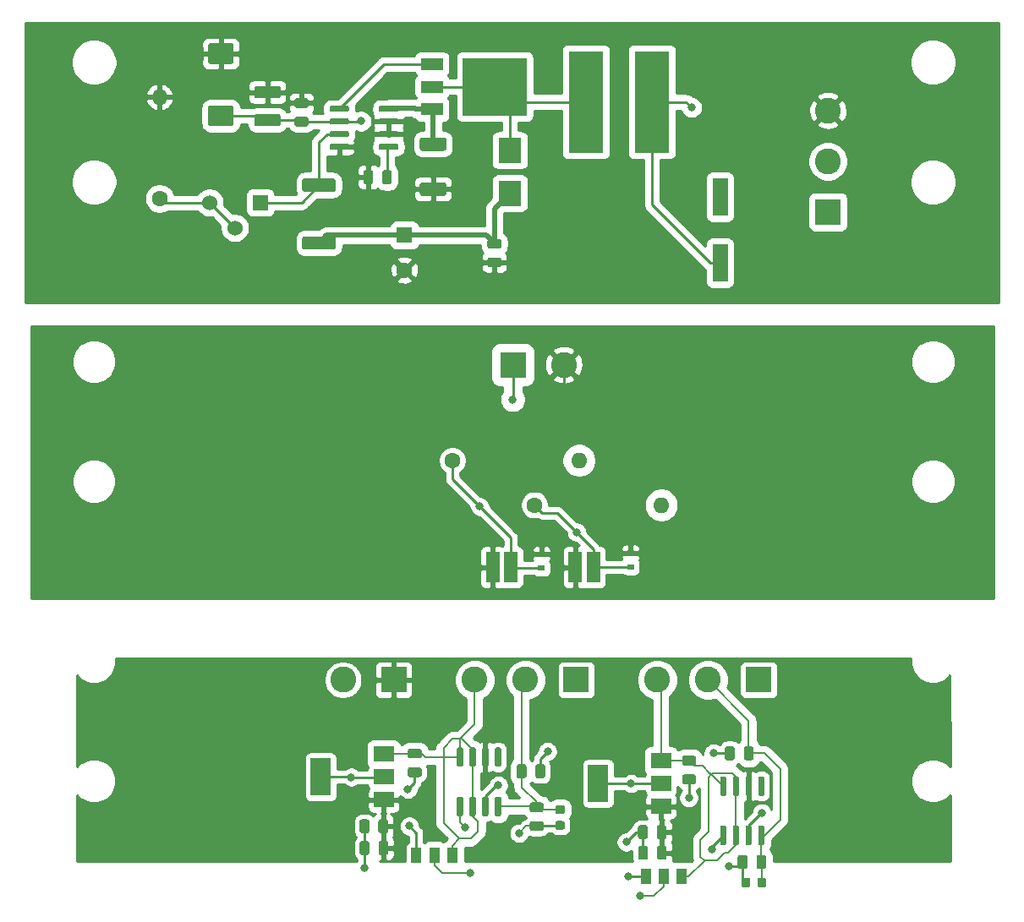
<source format=gbr>
G04 #@! TF.GenerationSoftware,KiCad,Pcbnew,(5.1.5)-3*
G04 #@! TF.CreationDate,2020-11-11T17:48:52-05:00*
G04 #@! TF.ProjectId,sensor_dmf_board,73656e73-6f72-45f6-946d-665f626f6172,rev?*
G04 #@! TF.SameCoordinates,Original*
G04 #@! TF.FileFunction,Copper,L1,Top*
G04 #@! TF.FilePolarity,Positive*
%FSLAX46Y46*%
G04 Gerber Fmt 4.6, Leading zero omitted, Abs format (unit mm)*
G04 Created by KiCad (PCBNEW (5.1.5)-3) date 2020-11-11 17:48:52*
%MOMM*%
%LPD*%
G04 APERTURE LIST*
%ADD10O,1.600000X1.600000*%
%ADD11C,1.600000*%
%ADD12R,1.000000X1.500000*%
%ADD13C,0.100000*%
%ADD14R,6.400000X5.800000*%
%ADD15R,2.200000X1.200000*%
%ADD16R,2.300000X2.500000*%
%ADD17R,1.330000X3.150000*%
%ADD18R,3.500000X10.200000*%
%ADD19C,2.600000*%
%ADD20R,2.600000X2.600000*%
%ADD21R,0.700000X0.600000*%
%ADD22R,1.524000X3.762000*%
%ADD23R,2.000000X1.500000*%
%ADD24R,2.000000X3.800000*%
%ADD25C,1.524000*%
%ADD26R,1.524000X1.524000*%
%ADD27R,1.600000X1.600000*%
%ADD28C,0.800000*%
%ADD29C,0.250000*%
%ADD30C,0.500000*%
%ADD31C,0.200000*%
%ADD32C,0.254000*%
G04 APERTURE END LIST*
D10*
X156580840Y-104894380D03*
D11*
X143880840Y-104894380D03*
D10*
X164807900Y-109357160D03*
D11*
X152107900Y-109357160D03*
D12*
X163246660Y-146608800D03*
X165046660Y-146608800D03*
X166846660Y-146608800D03*
X140285060Y-144477740D03*
X142085060Y-144477740D03*
X143885060Y-144477740D03*
G04 #@! TA.AperFunction,SMDPad,CuDef*
D13*
G36*
X173538791Y-146703813D02*
G01*
X173560026Y-146706963D01*
X173580850Y-146712179D01*
X173601062Y-146719411D01*
X173620468Y-146728590D01*
X173638881Y-146739626D01*
X173656124Y-146752414D01*
X173672030Y-146766830D01*
X173686446Y-146782736D01*
X173699234Y-146799979D01*
X173710270Y-146818392D01*
X173719449Y-146837798D01*
X173726681Y-146858010D01*
X173731897Y-146878834D01*
X173735047Y-146900069D01*
X173736100Y-146921510D01*
X173736100Y-147434010D01*
X173735047Y-147455451D01*
X173731897Y-147476686D01*
X173726681Y-147497510D01*
X173719449Y-147517722D01*
X173710270Y-147537128D01*
X173699234Y-147555541D01*
X173686446Y-147572784D01*
X173672030Y-147588690D01*
X173656124Y-147603106D01*
X173638881Y-147615894D01*
X173620468Y-147626930D01*
X173601062Y-147636109D01*
X173580850Y-147643341D01*
X173560026Y-147648557D01*
X173538791Y-147651707D01*
X173517350Y-147652760D01*
X173079850Y-147652760D01*
X173058409Y-147651707D01*
X173037174Y-147648557D01*
X173016350Y-147643341D01*
X172996138Y-147636109D01*
X172976732Y-147626930D01*
X172958319Y-147615894D01*
X172941076Y-147603106D01*
X172925170Y-147588690D01*
X172910754Y-147572784D01*
X172897966Y-147555541D01*
X172886930Y-147537128D01*
X172877751Y-147517722D01*
X172870519Y-147497510D01*
X172865303Y-147476686D01*
X172862153Y-147455451D01*
X172861100Y-147434010D01*
X172861100Y-146921510D01*
X172862153Y-146900069D01*
X172865303Y-146878834D01*
X172870519Y-146858010D01*
X172877751Y-146837798D01*
X172886930Y-146818392D01*
X172897966Y-146799979D01*
X172910754Y-146782736D01*
X172925170Y-146766830D01*
X172941076Y-146752414D01*
X172958319Y-146739626D01*
X172976732Y-146728590D01*
X172996138Y-146719411D01*
X173016350Y-146712179D01*
X173037174Y-146706963D01*
X173058409Y-146703813D01*
X173079850Y-146702760D01*
X173517350Y-146702760D01*
X173538791Y-146703813D01*
G37*
G04 #@! TD.AperFunction*
G04 #@! TA.AperFunction,SMDPad,CuDef*
G36*
X175113791Y-146703813D02*
G01*
X175135026Y-146706963D01*
X175155850Y-146712179D01*
X175176062Y-146719411D01*
X175195468Y-146728590D01*
X175213881Y-146739626D01*
X175231124Y-146752414D01*
X175247030Y-146766830D01*
X175261446Y-146782736D01*
X175274234Y-146799979D01*
X175285270Y-146818392D01*
X175294449Y-146837798D01*
X175301681Y-146858010D01*
X175306897Y-146878834D01*
X175310047Y-146900069D01*
X175311100Y-146921510D01*
X175311100Y-147434010D01*
X175310047Y-147455451D01*
X175306897Y-147476686D01*
X175301681Y-147497510D01*
X175294449Y-147517722D01*
X175285270Y-147537128D01*
X175274234Y-147555541D01*
X175261446Y-147572784D01*
X175247030Y-147588690D01*
X175231124Y-147603106D01*
X175213881Y-147615894D01*
X175195468Y-147626930D01*
X175176062Y-147636109D01*
X175155850Y-147643341D01*
X175135026Y-147648557D01*
X175113791Y-147651707D01*
X175092350Y-147652760D01*
X174654850Y-147652760D01*
X174633409Y-147651707D01*
X174612174Y-147648557D01*
X174591350Y-147643341D01*
X174571138Y-147636109D01*
X174551732Y-147626930D01*
X174533319Y-147615894D01*
X174516076Y-147603106D01*
X174500170Y-147588690D01*
X174485754Y-147572784D01*
X174472966Y-147555541D01*
X174461930Y-147537128D01*
X174452751Y-147517722D01*
X174445519Y-147497510D01*
X174440303Y-147476686D01*
X174437153Y-147455451D01*
X174436100Y-147434010D01*
X174436100Y-146921510D01*
X174437153Y-146900069D01*
X174440303Y-146878834D01*
X174445519Y-146858010D01*
X174452751Y-146837798D01*
X174461930Y-146818392D01*
X174472966Y-146799979D01*
X174485754Y-146782736D01*
X174500170Y-146766830D01*
X174516076Y-146752414D01*
X174533319Y-146739626D01*
X174551732Y-146728590D01*
X174571138Y-146719411D01*
X174591350Y-146712179D01*
X174612174Y-146706963D01*
X174633409Y-146703813D01*
X174654850Y-146702760D01*
X175092350Y-146702760D01*
X175113791Y-146703813D01*
G37*
G04 #@! TD.AperFunction*
G04 #@! TA.AperFunction,SMDPad,CuDef*
G36*
X154943371Y-141018693D02*
G01*
X154964606Y-141021843D01*
X154985430Y-141027059D01*
X155005642Y-141034291D01*
X155025048Y-141043470D01*
X155043461Y-141054506D01*
X155060704Y-141067294D01*
X155076610Y-141081710D01*
X155091026Y-141097616D01*
X155103814Y-141114859D01*
X155114850Y-141133272D01*
X155124029Y-141152678D01*
X155131261Y-141172890D01*
X155136477Y-141193714D01*
X155139627Y-141214949D01*
X155140680Y-141236390D01*
X155140680Y-141673890D01*
X155139627Y-141695331D01*
X155136477Y-141716566D01*
X155131261Y-141737390D01*
X155124029Y-141757602D01*
X155114850Y-141777008D01*
X155103814Y-141795421D01*
X155091026Y-141812664D01*
X155076610Y-141828570D01*
X155060704Y-141842986D01*
X155043461Y-141855774D01*
X155025048Y-141866810D01*
X155005642Y-141875989D01*
X154985430Y-141883221D01*
X154964606Y-141888437D01*
X154943371Y-141891587D01*
X154921930Y-141892640D01*
X154409430Y-141892640D01*
X154387989Y-141891587D01*
X154366754Y-141888437D01*
X154345930Y-141883221D01*
X154325718Y-141875989D01*
X154306312Y-141866810D01*
X154287899Y-141855774D01*
X154270656Y-141842986D01*
X154254750Y-141828570D01*
X154240334Y-141812664D01*
X154227546Y-141795421D01*
X154216510Y-141777008D01*
X154207331Y-141757602D01*
X154200099Y-141737390D01*
X154194883Y-141716566D01*
X154191733Y-141695331D01*
X154190680Y-141673890D01*
X154190680Y-141236390D01*
X154191733Y-141214949D01*
X154194883Y-141193714D01*
X154200099Y-141172890D01*
X154207331Y-141152678D01*
X154216510Y-141133272D01*
X154227546Y-141114859D01*
X154240334Y-141097616D01*
X154254750Y-141081710D01*
X154270656Y-141067294D01*
X154287899Y-141054506D01*
X154306312Y-141043470D01*
X154325718Y-141034291D01*
X154345930Y-141027059D01*
X154366754Y-141021843D01*
X154387989Y-141018693D01*
X154409430Y-141017640D01*
X154921930Y-141017640D01*
X154943371Y-141018693D01*
G37*
G04 #@! TD.AperFunction*
G04 #@! TA.AperFunction,SMDPad,CuDef*
G36*
X154943371Y-139443693D02*
G01*
X154964606Y-139446843D01*
X154985430Y-139452059D01*
X155005642Y-139459291D01*
X155025048Y-139468470D01*
X155043461Y-139479506D01*
X155060704Y-139492294D01*
X155076610Y-139506710D01*
X155091026Y-139522616D01*
X155103814Y-139539859D01*
X155114850Y-139558272D01*
X155124029Y-139577678D01*
X155131261Y-139597890D01*
X155136477Y-139618714D01*
X155139627Y-139639949D01*
X155140680Y-139661390D01*
X155140680Y-140098890D01*
X155139627Y-140120331D01*
X155136477Y-140141566D01*
X155131261Y-140162390D01*
X155124029Y-140182602D01*
X155114850Y-140202008D01*
X155103814Y-140220421D01*
X155091026Y-140237664D01*
X155076610Y-140253570D01*
X155060704Y-140267986D01*
X155043461Y-140280774D01*
X155025048Y-140291810D01*
X155005642Y-140300989D01*
X154985430Y-140308221D01*
X154964606Y-140313437D01*
X154943371Y-140316587D01*
X154921930Y-140317640D01*
X154409430Y-140317640D01*
X154387989Y-140316587D01*
X154366754Y-140313437D01*
X154345930Y-140308221D01*
X154325718Y-140300989D01*
X154306312Y-140291810D01*
X154287899Y-140280774D01*
X154270656Y-140267986D01*
X154254750Y-140253570D01*
X154240334Y-140237664D01*
X154227546Y-140220421D01*
X154216510Y-140202008D01*
X154207331Y-140182602D01*
X154200099Y-140162390D01*
X154194883Y-140141566D01*
X154191733Y-140120331D01*
X154190680Y-140098890D01*
X154190680Y-139661390D01*
X154191733Y-139639949D01*
X154194883Y-139618714D01*
X154200099Y-139597890D01*
X154207331Y-139577678D01*
X154216510Y-139558272D01*
X154227546Y-139539859D01*
X154240334Y-139522616D01*
X154254750Y-139506710D01*
X154270656Y-139492294D01*
X154287899Y-139479506D01*
X154306312Y-139468470D01*
X154325718Y-139459291D01*
X154345930Y-139452059D01*
X154366754Y-139446843D01*
X154387989Y-139443693D01*
X154409430Y-139442640D01*
X154921930Y-139442640D01*
X154943371Y-139443693D01*
G37*
G04 #@! TD.AperFunction*
D14*
X148141820Y-67448700D03*
D15*
X141841820Y-69728700D03*
X141841820Y-67448700D03*
X141841820Y-65168700D03*
G04 #@! TA.AperFunction,SMDPad,CuDef*
D13*
G36*
X144820243Y-133649762D02*
G01*
X144834804Y-133651922D01*
X144849083Y-133655499D01*
X144862943Y-133660458D01*
X144876250Y-133666752D01*
X144888876Y-133674320D01*
X144900699Y-133683088D01*
X144911606Y-133692974D01*
X144921492Y-133703881D01*
X144930260Y-133715704D01*
X144937828Y-133728330D01*
X144944122Y-133741637D01*
X144949081Y-133755497D01*
X144952658Y-133769776D01*
X144954818Y-133784337D01*
X144955540Y-133799040D01*
X144955540Y-135449040D01*
X144954818Y-135463743D01*
X144952658Y-135478304D01*
X144949081Y-135492583D01*
X144944122Y-135506443D01*
X144937828Y-135519750D01*
X144930260Y-135532376D01*
X144921492Y-135544199D01*
X144911606Y-135555106D01*
X144900699Y-135564992D01*
X144888876Y-135573760D01*
X144876250Y-135581328D01*
X144862943Y-135587622D01*
X144849083Y-135592581D01*
X144834804Y-135596158D01*
X144820243Y-135598318D01*
X144805540Y-135599040D01*
X144505540Y-135599040D01*
X144490837Y-135598318D01*
X144476276Y-135596158D01*
X144461997Y-135592581D01*
X144448137Y-135587622D01*
X144434830Y-135581328D01*
X144422204Y-135573760D01*
X144410381Y-135564992D01*
X144399474Y-135555106D01*
X144389588Y-135544199D01*
X144380820Y-135532376D01*
X144373252Y-135519750D01*
X144366958Y-135506443D01*
X144361999Y-135492583D01*
X144358422Y-135478304D01*
X144356262Y-135463743D01*
X144355540Y-135449040D01*
X144355540Y-133799040D01*
X144356262Y-133784337D01*
X144358422Y-133769776D01*
X144361999Y-133755497D01*
X144366958Y-133741637D01*
X144373252Y-133728330D01*
X144380820Y-133715704D01*
X144389588Y-133703881D01*
X144399474Y-133692974D01*
X144410381Y-133683088D01*
X144422204Y-133674320D01*
X144434830Y-133666752D01*
X144448137Y-133660458D01*
X144461997Y-133655499D01*
X144476276Y-133651922D01*
X144490837Y-133649762D01*
X144505540Y-133649040D01*
X144805540Y-133649040D01*
X144820243Y-133649762D01*
G37*
G04 #@! TD.AperFunction*
G04 #@! TA.AperFunction,SMDPad,CuDef*
G36*
X146090243Y-133649762D02*
G01*
X146104804Y-133651922D01*
X146119083Y-133655499D01*
X146132943Y-133660458D01*
X146146250Y-133666752D01*
X146158876Y-133674320D01*
X146170699Y-133683088D01*
X146181606Y-133692974D01*
X146191492Y-133703881D01*
X146200260Y-133715704D01*
X146207828Y-133728330D01*
X146214122Y-133741637D01*
X146219081Y-133755497D01*
X146222658Y-133769776D01*
X146224818Y-133784337D01*
X146225540Y-133799040D01*
X146225540Y-135449040D01*
X146224818Y-135463743D01*
X146222658Y-135478304D01*
X146219081Y-135492583D01*
X146214122Y-135506443D01*
X146207828Y-135519750D01*
X146200260Y-135532376D01*
X146191492Y-135544199D01*
X146181606Y-135555106D01*
X146170699Y-135564992D01*
X146158876Y-135573760D01*
X146146250Y-135581328D01*
X146132943Y-135587622D01*
X146119083Y-135592581D01*
X146104804Y-135596158D01*
X146090243Y-135598318D01*
X146075540Y-135599040D01*
X145775540Y-135599040D01*
X145760837Y-135598318D01*
X145746276Y-135596158D01*
X145731997Y-135592581D01*
X145718137Y-135587622D01*
X145704830Y-135581328D01*
X145692204Y-135573760D01*
X145680381Y-135564992D01*
X145669474Y-135555106D01*
X145659588Y-135544199D01*
X145650820Y-135532376D01*
X145643252Y-135519750D01*
X145636958Y-135506443D01*
X145631999Y-135492583D01*
X145628422Y-135478304D01*
X145626262Y-135463743D01*
X145625540Y-135449040D01*
X145625540Y-133799040D01*
X145626262Y-133784337D01*
X145628422Y-133769776D01*
X145631999Y-133755497D01*
X145636958Y-133741637D01*
X145643252Y-133728330D01*
X145650820Y-133715704D01*
X145659588Y-133703881D01*
X145669474Y-133692974D01*
X145680381Y-133683088D01*
X145692204Y-133674320D01*
X145704830Y-133666752D01*
X145718137Y-133660458D01*
X145731997Y-133655499D01*
X145746276Y-133651922D01*
X145760837Y-133649762D01*
X145775540Y-133649040D01*
X146075540Y-133649040D01*
X146090243Y-133649762D01*
G37*
G04 #@! TD.AperFunction*
G04 #@! TA.AperFunction,SMDPad,CuDef*
G36*
X147360243Y-133649762D02*
G01*
X147374804Y-133651922D01*
X147389083Y-133655499D01*
X147402943Y-133660458D01*
X147416250Y-133666752D01*
X147428876Y-133674320D01*
X147440699Y-133683088D01*
X147451606Y-133692974D01*
X147461492Y-133703881D01*
X147470260Y-133715704D01*
X147477828Y-133728330D01*
X147484122Y-133741637D01*
X147489081Y-133755497D01*
X147492658Y-133769776D01*
X147494818Y-133784337D01*
X147495540Y-133799040D01*
X147495540Y-135449040D01*
X147494818Y-135463743D01*
X147492658Y-135478304D01*
X147489081Y-135492583D01*
X147484122Y-135506443D01*
X147477828Y-135519750D01*
X147470260Y-135532376D01*
X147461492Y-135544199D01*
X147451606Y-135555106D01*
X147440699Y-135564992D01*
X147428876Y-135573760D01*
X147416250Y-135581328D01*
X147402943Y-135587622D01*
X147389083Y-135592581D01*
X147374804Y-135596158D01*
X147360243Y-135598318D01*
X147345540Y-135599040D01*
X147045540Y-135599040D01*
X147030837Y-135598318D01*
X147016276Y-135596158D01*
X147001997Y-135592581D01*
X146988137Y-135587622D01*
X146974830Y-135581328D01*
X146962204Y-135573760D01*
X146950381Y-135564992D01*
X146939474Y-135555106D01*
X146929588Y-135544199D01*
X146920820Y-135532376D01*
X146913252Y-135519750D01*
X146906958Y-135506443D01*
X146901999Y-135492583D01*
X146898422Y-135478304D01*
X146896262Y-135463743D01*
X146895540Y-135449040D01*
X146895540Y-133799040D01*
X146896262Y-133784337D01*
X146898422Y-133769776D01*
X146901999Y-133755497D01*
X146906958Y-133741637D01*
X146913252Y-133728330D01*
X146920820Y-133715704D01*
X146929588Y-133703881D01*
X146939474Y-133692974D01*
X146950381Y-133683088D01*
X146962204Y-133674320D01*
X146974830Y-133666752D01*
X146988137Y-133660458D01*
X147001997Y-133655499D01*
X147016276Y-133651922D01*
X147030837Y-133649762D01*
X147045540Y-133649040D01*
X147345540Y-133649040D01*
X147360243Y-133649762D01*
G37*
G04 #@! TD.AperFunction*
G04 #@! TA.AperFunction,SMDPad,CuDef*
G36*
X148630243Y-133649762D02*
G01*
X148644804Y-133651922D01*
X148659083Y-133655499D01*
X148672943Y-133660458D01*
X148686250Y-133666752D01*
X148698876Y-133674320D01*
X148710699Y-133683088D01*
X148721606Y-133692974D01*
X148731492Y-133703881D01*
X148740260Y-133715704D01*
X148747828Y-133728330D01*
X148754122Y-133741637D01*
X148759081Y-133755497D01*
X148762658Y-133769776D01*
X148764818Y-133784337D01*
X148765540Y-133799040D01*
X148765540Y-135449040D01*
X148764818Y-135463743D01*
X148762658Y-135478304D01*
X148759081Y-135492583D01*
X148754122Y-135506443D01*
X148747828Y-135519750D01*
X148740260Y-135532376D01*
X148731492Y-135544199D01*
X148721606Y-135555106D01*
X148710699Y-135564992D01*
X148698876Y-135573760D01*
X148686250Y-135581328D01*
X148672943Y-135587622D01*
X148659083Y-135592581D01*
X148644804Y-135596158D01*
X148630243Y-135598318D01*
X148615540Y-135599040D01*
X148315540Y-135599040D01*
X148300837Y-135598318D01*
X148286276Y-135596158D01*
X148271997Y-135592581D01*
X148258137Y-135587622D01*
X148244830Y-135581328D01*
X148232204Y-135573760D01*
X148220381Y-135564992D01*
X148209474Y-135555106D01*
X148199588Y-135544199D01*
X148190820Y-135532376D01*
X148183252Y-135519750D01*
X148176958Y-135506443D01*
X148171999Y-135492583D01*
X148168422Y-135478304D01*
X148166262Y-135463743D01*
X148165540Y-135449040D01*
X148165540Y-133799040D01*
X148166262Y-133784337D01*
X148168422Y-133769776D01*
X148171999Y-133755497D01*
X148176958Y-133741637D01*
X148183252Y-133728330D01*
X148190820Y-133715704D01*
X148199588Y-133703881D01*
X148209474Y-133692974D01*
X148220381Y-133683088D01*
X148232204Y-133674320D01*
X148244830Y-133666752D01*
X148258137Y-133660458D01*
X148271997Y-133655499D01*
X148286276Y-133651922D01*
X148300837Y-133649762D01*
X148315540Y-133649040D01*
X148615540Y-133649040D01*
X148630243Y-133649762D01*
G37*
G04 #@! TD.AperFunction*
G04 #@! TA.AperFunction,SMDPad,CuDef*
G36*
X148630243Y-138599762D02*
G01*
X148644804Y-138601922D01*
X148659083Y-138605499D01*
X148672943Y-138610458D01*
X148686250Y-138616752D01*
X148698876Y-138624320D01*
X148710699Y-138633088D01*
X148721606Y-138642974D01*
X148731492Y-138653881D01*
X148740260Y-138665704D01*
X148747828Y-138678330D01*
X148754122Y-138691637D01*
X148759081Y-138705497D01*
X148762658Y-138719776D01*
X148764818Y-138734337D01*
X148765540Y-138749040D01*
X148765540Y-140399040D01*
X148764818Y-140413743D01*
X148762658Y-140428304D01*
X148759081Y-140442583D01*
X148754122Y-140456443D01*
X148747828Y-140469750D01*
X148740260Y-140482376D01*
X148731492Y-140494199D01*
X148721606Y-140505106D01*
X148710699Y-140514992D01*
X148698876Y-140523760D01*
X148686250Y-140531328D01*
X148672943Y-140537622D01*
X148659083Y-140542581D01*
X148644804Y-140546158D01*
X148630243Y-140548318D01*
X148615540Y-140549040D01*
X148315540Y-140549040D01*
X148300837Y-140548318D01*
X148286276Y-140546158D01*
X148271997Y-140542581D01*
X148258137Y-140537622D01*
X148244830Y-140531328D01*
X148232204Y-140523760D01*
X148220381Y-140514992D01*
X148209474Y-140505106D01*
X148199588Y-140494199D01*
X148190820Y-140482376D01*
X148183252Y-140469750D01*
X148176958Y-140456443D01*
X148171999Y-140442583D01*
X148168422Y-140428304D01*
X148166262Y-140413743D01*
X148165540Y-140399040D01*
X148165540Y-138749040D01*
X148166262Y-138734337D01*
X148168422Y-138719776D01*
X148171999Y-138705497D01*
X148176958Y-138691637D01*
X148183252Y-138678330D01*
X148190820Y-138665704D01*
X148199588Y-138653881D01*
X148209474Y-138642974D01*
X148220381Y-138633088D01*
X148232204Y-138624320D01*
X148244830Y-138616752D01*
X148258137Y-138610458D01*
X148271997Y-138605499D01*
X148286276Y-138601922D01*
X148300837Y-138599762D01*
X148315540Y-138599040D01*
X148615540Y-138599040D01*
X148630243Y-138599762D01*
G37*
G04 #@! TD.AperFunction*
G04 #@! TA.AperFunction,SMDPad,CuDef*
G36*
X147360243Y-138599762D02*
G01*
X147374804Y-138601922D01*
X147389083Y-138605499D01*
X147402943Y-138610458D01*
X147416250Y-138616752D01*
X147428876Y-138624320D01*
X147440699Y-138633088D01*
X147451606Y-138642974D01*
X147461492Y-138653881D01*
X147470260Y-138665704D01*
X147477828Y-138678330D01*
X147484122Y-138691637D01*
X147489081Y-138705497D01*
X147492658Y-138719776D01*
X147494818Y-138734337D01*
X147495540Y-138749040D01*
X147495540Y-140399040D01*
X147494818Y-140413743D01*
X147492658Y-140428304D01*
X147489081Y-140442583D01*
X147484122Y-140456443D01*
X147477828Y-140469750D01*
X147470260Y-140482376D01*
X147461492Y-140494199D01*
X147451606Y-140505106D01*
X147440699Y-140514992D01*
X147428876Y-140523760D01*
X147416250Y-140531328D01*
X147402943Y-140537622D01*
X147389083Y-140542581D01*
X147374804Y-140546158D01*
X147360243Y-140548318D01*
X147345540Y-140549040D01*
X147045540Y-140549040D01*
X147030837Y-140548318D01*
X147016276Y-140546158D01*
X147001997Y-140542581D01*
X146988137Y-140537622D01*
X146974830Y-140531328D01*
X146962204Y-140523760D01*
X146950381Y-140514992D01*
X146939474Y-140505106D01*
X146929588Y-140494199D01*
X146920820Y-140482376D01*
X146913252Y-140469750D01*
X146906958Y-140456443D01*
X146901999Y-140442583D01*
X146898422Y-140428304D01*
X146896262Y-140413743D01*
X146895540Y-140399040D01*
X146895540Y-138749040D01*
X146896262Y-138734337D01*
X146898422Y-138719776D01*
X146901999Y-138705497D01*
X146906958Y-138691637D01*
X146913252Y-138678330D01*
X146920820Y-138665704D01*
X146929588Y-138653881D01*
X146939474Y-138642974D01*
X146950381Y-138633088D01*
X146962204Y-138624320D01*
X146974830Y-138616752D01*
X146988137Y-138610458D01*
X147001997Y-138605499D01*
X147016276Y-138601922D01*
X147030837Y-138599762D01*
X147045540Y-138599040D01*
X147345540Y-138599040D01*
X147360243Y-138599762D01*
G37*
G04 #@! TD.AperFunction*
G04 #@! TA.AperFunction,SMDPad,CuDef*
G36*
X146090243Y-138599762D02*
G01*
X146104804Y-138601922D01*
X146119083Y-138605499D01*
X146132943Y-138610458D01*
X146146250Y-138616752D01*
X146158876Y-138624320D01*
X146170699Y-138633088D01*
X146181606Y-138642974D01*
X146191492Y-138653881D01*
X146200260Y-138665704D01*
X146207828Y-138678330D01*
X146214122Y-138691637D01*
X146219081Y-138705497D01*
X146222658Y-138719776D01*
X146224818Y-138734337D01*
X146225540Y-138749040D01*
X146225540Y-140399040D01*
X146224818Y-140413743D01*
X146222658Y-140428304D01*
X146219081Y-140442583D01*
X146214122Y-140456443D01*
X146207828Y-140469750D01*
X146200260Y-140482376D01*
X146191492Y-140494199D01*
X146181606Y-140505106D01*
X146170699Y-140514992D01*
X146158876Y-140523760D01*
X146146250Y-140531328D01*
X146132943Y-140537622D01*
X146119083Y-140542581D01*
X146104804Y-140546158D01*
X146090243Y-140548318D01*
X146075540Y-140549040D01*
X145775540Y-140549040D01*
X145760837Y-140548318D01*
X145746276Y-140546158D01*
X145731997Y-140542581D01*
X145718137Y-140537622D01*
X145704830Y-140531328D01*
X145692204Y-140523760D01*
X145680381Y-140514992D01*
X145669474Y-140505106D01*
X145659588Y-140494199D01*
X145650820Y-140482376D01*
X145643252Y-140469750D01*
X145636958Y-140456443D01*
X145631999Y-140442583D01*
X145628422Y-140428304D01*
X145626262Y-140413743D01*
X145625540Y-140399040D01*
X145625540Y-138749040D01*
X145626262Y-138734337D01*
X145628422Y-138719776D01*
X145631999Y-138705497D01*
X145636958Y-138691637D01*
X145643252Y-138678330D01*
X145650820Y-138665704D01*
X145659588Y-138653881D01*
X145669474Y-138642974D01*
X145680381Y-138633088D01*
X145692204Y-138624320D01*
X145704830Y-138616752D01*
X145718137Y-138610458D01*
X145731997Y-138605499D01*
X145746276Y-138601922D01*
X145760837Y-138599762D01*
X145775540Y-138599040D01*
X146075540Y-138599040D01*
X146090243Y-138599762D01*
G37*
G04 #@! TD.AperFunction*
G04 #@! TA.AperFunction,SMDPad,CuDef*
G36*
X144820243Y-138599762D02*
G01*
X144834804Y-138601922D01*
X144849083Y-138605499D01*
X144862943Y-138610458D01*
X144876250Y-138616752D01*
X144888876Y-138624320D01*
X144900699Y-138633088D01*
X144911606Y-138642974D01*
X144921492Y-138653881D01*
X144930260Y-138665704D01*
X144937828Y-138678330D01*
X144944122Y-138691637D01*
X144949081Y-138705497D01*
X144952658Y-138719776D01*
X144954818Y-138734337D01*
X144955540Y-138749040D01*
X144955540Y-140399040D01*
X144954818Y-140413743D01*
X144952658Y-140428304D01*
X144949081Y-140442583D01*
X144944122Y-140456443D01*
X144937828Y-140469750D01*
X144930260Y-140482376D01*
X144921492Y-140494199D01*
X144911606Y-140505106D01*
X144900699Y-140514992D01*
X144888876Y-140523760D01*
X144876250Y-140531328D01*
X144862943Y-140537622D01*
X144849083Y-140542581D01*
X144834804Y-140546158D01*
X144820243Y-140548318D01*
X144805540Y-140549040D01*
X144505540Y-140549040D01*
X144490837Y-140548318D01*
X144476276Y-140546158D01*
X144461997Y-140542581D01*
X144448137Y-140537622D01*
X144434830Y-140531328D01*
X144422204Y-140523760D01*
X144410381Y-140514992D01*
X144399474Y-140505106D01*
X144389588Y-140494199D01*
X144380820Y-140482376D01*
X144373252Y-140469750D01*
X144366958Y-140456443D01*
X144361999Y-140442583D01*
X144358422Y-140428304D01*
X144356262Y-140413743D01*
X144355540Y-140399040D01*
X144355540Y-138749040D01*
X144356262Y-138734337D01*
X144358422Y-138719776D01*
X144361999Y-138705497D01*
X144366958Y-138691637D01*
X144373252Y-138678330D01*
X144380820Y-138665704D01*
X144389588Y-138653881D01*
X144399474Y-138642974D01*
X144410381Y-138633088D01*
X144422204Y-138624320D01*
X144434830Y-138616752D01*
X144448137Y-138610458D01*
X144461997Y-138605499D01*
X144476276Y-138601922D01*
X144490837Y-138599762D01*
X144505540Y-138599040D01*
X144805540Y-138599040D01*
X144820243Y-138599762D01*
G37*
G04 #@! TD.AperFunction*
D16*
X149656800Y-73817480D03*
X149656800Y-78117480D03*
D17*
X149760000Y-115595000D03*
X147930000Y-115595000D03*
X158020000Y-115595000D03*
X156190000Y-115595000D03*
D18*
X157265560Y-68973700D03*
X163865560Y-68973700D03*
G04 #@! TA.AperFunction,SMDPad,CuDef*
D13*
G36*
X173216242Y-144421534D02*
G01*
X173239903Y-144425044D01*
X173263107Y-144430856D01*
X173285629Y-144438914D01*
X173307253Y-144449142D01*
X173327770Y-144461439D01*
X173346983Y-144475689D01*
X173364707Y-144491753D01*
X173380771Y-144509477D01*
X173395021Y-144528690D01*
X173407318Y-144549207D01*
X173417546Y-144570831D01*
X173425604Y-144593353D01*
X173431416Y-144616557D01*
X173434926Y-144640218D01*
X173436100Y-144664110D01*
X173436100Y-145576610D01*
X173434926Y-145600502D01*
X173431416Y-145624163D01*
X173425604Y-145647367D01*
X173417546Y-145669889D01*
X173407318Y-145691513D01*
X173395021Y-145712030D01*
X173380771Y-145731243D01*
X173364707Y-145748967D01*
X173346983Y-145765031D01*
X173327770Y-145779281D01*
X173307253Y-145791578D01*
X173285629Y-145801806D01*
X173263107Y-145809864D01*
X173239903Y-145815676D01*
X173216242Y-145819186D01*
X173192350Y-145820360D01*
X172704850Y-145820360D01*
X172680958Y-145819186D01*
X172657297Y-145815676D01*
X172634093Y-145809864D01*
X172611571Y-145801806D01*
X172589947Y-145791578D01*
X172569430Y-145779281D01*
X172550217Y-145765031D01*
X172532493Y-145748967D01*
X172516429Y-145731243D01*
X172502179Y-145712030D01*
X172489882Y-145691513D01*
X172479654Y-145669889D01*
X172471596Y-145647367D01*
X172465784Y-145624163D01*
X172462274Y-145600502D01*
X172461100Y-145576610D01*
X172461100Y-144664110D01*
X172462274Y-144640218D01*
X172465784Y-144616557D01*
X172471596Y-144593353D01*
X172479654Y-144570831D01*
X172489882Y-144549207D01*
X172502179Y-144528690D01*
X172516429Y-144509477D01*
X172532493Y-144491753D01*
X172550217Y-144475689D01*
X172569430Y-144461439D01*
X172589947Y-144449142D01*
X172611571Y-144438914D01*
X172634093Y-144430856D01*
X172657297Y-144425044D01*
X172680958Y-144421534D01*
X172704850Y-144420360D01*
X173192350Y-144420360D01*
X173216242Y-144421534D01*
G37*
G04 #@! TD.AperFunction*
G04 #@! TA.AperFunction,SMDPad,CuDef*
G36*
X175091242Y-144421534D02*
G01*
X175114903Y-144425044D01*
X175138107Y-144430856D01*
X175160629Y-144438914D01*
X175182253Y-144449142D01*
X175202770Y-144461439D01*
X175221983Y-144475689D01*
X175239707Y-144491753D01*
X175255771Y-144509477D01*
X175270021Y-144528690D01*
X175282318Y-144549207D01*
X175292546Y-144570831D01*
X175300604Y-144593353D01*
X175306416Y-144616557D01*
X175309926Y-144640218D01*
X175311100Y-144664110D01*
X175311100Y-145576610D01*
X175309926Y-145600502D01*
X175306416Y-145624163D01*
X175300604Y-145647367D01*
X175292546Y-145669889D01*
X175282318Y-145691513D01*
X175270021Y-145712030D01*
X175255771Y-145731243D01*
X175239707Y-145748967D01*
X175221983Y-145765031D01*
X175202770Y-145779281D01*
X175182253Y-145791578D01*
X175160629Y-145801806D01*
X175138107Y-145809864D01*
X175114903Y-145815676D01*
X175091242Y-145819186D01*
X175067350Y-145820360D01*
X174579850Y-145820360D01*
X174555958Y-145819186D01*
X174532297Y-145815676D01*
X174509093Y-145809864D01*
X174486571Y-145801806D01*
X174464947Y-145791578D01*
X174444430Y-145779281D01*
X174425217Y-145765031D01*
X174407493Y-145748967D01*
X174391429Y-145731243D01*
X174377179Y-145712030D01*
X174364882Y-145691513D01*
X174354654Y-145669889D01*
X174346596Y-145647367D01*
X174340784Y-145624163D01*
X174337274Y-145600502D01*
X174336100Y-145576610D01*
X174336100Y-144664110D01*
X174337274Y-144640218D01*
X174340784Y-144616557D01*
X174346596Y-144593353D01*
X174354654Y-144570831D01*
X174364882Y-144549207D01*
X174377179Y-144528690D01*
X174391429Y-144509477D01*
X174407493Y-144491753D01*
X174425217Y-144475689D01*
X174444430Y-144461439D01*
X174464947Y-144449142D01*
X174486571Y-144438914D01*
X174509093Y-144430856D01*
X174532297Y-144425044D01*
X174555958Y-144421534D01*
X174579850Y-144420360D01*
X175067350Y-144420360D01*
X175091242Y-144421534D01*
G37*
G04 #@! TD.AperFunction*
G04 #@! TA.AperFunction,SMDPad,CuDef*
G36*
X152803942Y-141035094D02*
G01*
X152827603Y-141038604D01*
X152850807Y-141044416D01*
X152873329Y-141052474D01*
X152894953Y-141062702D01*
X152915470Y-141074999D01*
X152934683Y-141089249D01*
X152952407Y-141105313D01*
X152968471Y-141123037D01*
X152982721Y-141142250D01*
X152995018Y-141162767D01*
X153005246Y-141184391D01*
X153013304Y-141206913D01*
X153019116Y-141230117D01*
X153022626Y-141253778D01*
X153023800Y-141277670D01*
X153023800Y-141765170D01*
X153022626Y-141789062D01*
X153019116Y-141812723D01*
X153013304Y-141835927D01*
X153005246Y-141858449D01*
X152995018Y-141880073D01*
X152982721Y-141900590D01*
X152968471Y-141919803D01*
X152952407Y-141937527D01*
X152934683Y-141953591D01*
X152915470Y-141967841D01*
X152894953Y-141980138D01*
X152873329Y-141990366D01*
X152850807Y-141998424D01*
X152827603Y-142004236D01*
X152803942Y-142007746D01*
X152780050Y-142008920D01*
X151867550Y-142008920D01*
X151843658Y-142007746D01*
X151819997Y-142004236D01*
X151796793Y-141998424D01*
X151774271Y-141990366D01*
X151752647Y-141980138D01*
X151732130Y-141967841D01*
X151712917Y-141953591D01*
X151695193Y-141937527D01*
X151679129Y-141919803D01*
X151664879Y-141900590D01*
X151652582Y-141880073D01*
X151642354Y-141858449D01*
X151634296Y-141835927D01*
X151628484Y-141812723D01*
X151624974Y-141789062D01*
X151623800Y-141765170D01*
X151623800Y-141277670D01*
X151624974Y-141253778D01*
X151628484Y-141230117D01*
X151634296Y-141206913D01*
X151642354Y-141184391D01*
X151652582Y-141162767D01*
X151664879Y-141142250D01*
X151679129Y-141123037D01*
X151695193Y-141105313D01*
X151712917Y-141089249D01*
X151732130Y-141074999D01*
X151752647Y-141062702D01*
X151774271Y-141052474D01*
X151796793Y-141044416D01*
X151819997Y-141038604D01*
X151843658Y-141035094D01*
X151867550Y-141033920D01*
X152780050Y-141033920D01*
X152803942Y-141035094D01*
G37*
G04 #@! TD.AperFunction*
G04 #@! TA.AperFunction,SMDPad,CuDef*
G36*
X152803942Y-139160094D02*
G01*
X152827603Y-139163604D01*
X152850807Y-139169416D01*
X152873329Y-139177474D01*
X152894953Y-139187702D01*
X152915470Y-139199999D01*
X152934683Y-139214249D01*
X152952407Y-139230313D01*
X152968471Y-139248037D01*
X152982721Y-139267250D01*
X152995018Y-139287767D01*
X153005246Y-139309391D01*
X153013304Y-139331913D01*
X153019116Y-139355117D01*
X153022626Y-139378778D01*
X153023800Y-139402670D01*
X153023800Y-139890170D01*
X153022626Y-139914062D01*
X153019116Y-139937723D01*
X153013304Y-139960927D01*
X153005246Y-139983449D01*
X152995018Y-140005073D01*
X152982721Y-140025590D01*
X152968471Y-140044803D01*
X152952407Y-140062527D01*
X152934683Y-140078591D01*
X152915470Y-140092841D01*
X152894953Y-140105138D01*
X152873329Y-140115366D01*
X152850807Y-140123424D01*
X152827603Y-140129236D01*
X152803942Y-140132746D01*
X152780050Y-140133920D01*
X151867550Y-140133920D01*
X151843658Y-140132746D01*
X151819997Y-140129236D01*
X151796793Y-140123424D01*
X151774271Y-140115366D01*
X151752647Y-140105138D01*
X151732130Y-140092841D01*
X151712917Y-140078591D01*
X151695193Y-140062527D01*
X151679129Y-140044803D01*
X151664879Y-140025590D01*
X151652582Y-140005073D01*
X151642354Y-139983449D01*
X151634296Y-139960927D01*
X151628484Y-139937723D01*
X151624974Y-139914062D01*
X151623800Y-139890170D01*
X151623800Y-139402670D01*
X151624974Y-139378778D01*
X151628484Y-139355117D01*
X151634296Y-139331913D01*
X151642354Y-139309391D01*
X151652582Y-139287767D01*
X151664879Y-139267250D01*
X151679129Y-139248037D01*
X151695193Y-139230313D01*
X151712917Y-139214249D01*
X151732130Y-139199999D01*
X151752647Y-139187702D01*
X151774271Y-139177474D01*
X151796793Y-139169416D01*
X151819997Y-139163604D01*
X151843658Y-139160094D01*
X151867550Y-139158920D01*
X152780050Y-139158920D01*
X152803942Y-139160094D01*
G37*
G04 #@! TD.AperFunction*
G04 #@! TA.AperFunction,SMDPad,CuDef*
G36*
X171943462Y-133532554D02*
G01*
X171967123Y-133536064D01*
X171990327Y-133541876D01*
X172012849Y-133549934D01*
X172034473Y-133560162D01*
X172054990Y-133572459D01*
X172074203Y-133586709D01*
X172091927Y-133602773D01*
X172107991Y-133620497D01*
X172122241Y-133639710D01*
X172134538Y-133660227D01*
X172144766Y-133681851D01*
X172152824Y-133704373D01*
X172158636Y-133727577D01*
X172162146Y-133751238D01*
X172163320Y-133775130D01*
X172163320Y-134687630D01*
X172162146Y-134711522D01*
X172158636Y-134735183D01*
X172152824Y-134758387D01*
X172144766Y-134780909D01*
X172134538Y-134802533D01*
X172122241Y-134823050D01*
X172107991Y-134842263D01*
X172091927Y-134859987D01*
X172074203Y-134876051D01*
X172054990Y-134890301D01*
X172034473Y-134902598D01*
X172012849Y-134912826D01*
X171990327Y-134920884D01*
X171967123Y-134926696D01*
X171943462Y-134930206D01*
X171919570Y-134931380D01*
X171432070Y-134931380D01*
X171408178Y-134930206D01*
X171384517Y-134926696D01*
X171361313Y-134920884D01*
X171338791Y-134912826D01*
X171317167Y-134902598D01*
X171296650Y-134890301D01*
X171277437Y-134876051D01*
X171259713Y-134859987D01*
X171243649Y-134842263D01*
X171229399Y-134823050D01*
X171217102Y-134802533D01*
X171206874Y-134780909D01*
X171198816Y-134758387D01*
X171193004Y-134735183D01*
X171189494Y-134711522D01*
X171188320Y-134687630D01*
X171188320Y-133775130D01*
X171189494Y-133751238D01*
X171193004Y-133727577D01*
X171198816Y-133704373D01*
X171206874Y-133681851D01*
X171217102Y-133660227D01*
X171229399Y-133639710D01*
X171243649Y-133620497D01*
X171259713Y-133602773D01*
X171277437Y-133586709D01*
X171296650Y-133572459D01*
X171317167Y-133560162D01*
X171338791Y-133549934D01*
X171361313Y-133541876D01*
X171384517Y-133536064D01*
X171408178Y-133532554D01*
X171432070Y-133531380D01*
X171919570Y-133531380D01*
X171943462Y-133532554D01*
G37*
G04 #@! TD.AperFunction*
G04 #@! TA.AperFunction,SMDPad,CuDef*
G36*
X173818462Y-133532554D02*
G01*
X173842123Y-133536064D01*
X173865327Y-133541876D01*
X173887849Y-133549934D01*
X173909473Y-133560162D01*
X173929990Y-133572459D01*
X173949203Y-133586709D01*
X173966927Y-133602773D01*
X173982991Y-133620497D01*
X173997241Y-133639710D01*
X174009538Y-133660227D01*
X174019766Y-133681851D01*
X174027824Y-133704373D01*
X174033636Y-133727577D01*
X174037146Y-133751238D01*
X174038320Y-133775130D01*
X174038320Y-134687630D01*
X174037146Y-134711522D01*
X174033636Y-134735183D01*
X174027824Y-134758387D01*
X174019766Y-134780909D01*
X174009538Y-134802533D01*
X173997241Y-134823050D01*
X173982991Y-134842263D01*
X173966927Y-134859987D01*
X173949203Y-134876051D01*
X173929990Y-134890301D01*
X173909473Y-134902598D01*
X173887849Y-134912826D01*
X173865327Y-134920884D01*
X173842123Y-134926696D01*
X173818462Y-134930206D01*
X173794570Y-134931380D01*
X173307070Y-134931380D01*
X173283178Y-134930206D01*
X173259517Y-134926696D01*
X173236313Y-134920884D01*
X173213791Y-134912826D01*
X173192167Y-134902598D01*
X173171650Y-134890301D01*
X173152437Y-134876051D01*
X173134713Y-134859987D01*
X173118649Y-134842263D01*
X173104399Y-134823050D01*
X173092102Y-134802533D01*
X173081874Y-134780909D01*
X173073816Y-134758387D01*
X173068004Y-134735183D01*
X173064494Y-134711522D01*
X173063320Y-134687630D01*
X173063320Y-133775130D01*
X173064494Y-133751238D01*
X173068004Y-133727577D01*
X173073816Y-133704373D01*
X173081874Y-133681851D01*
X173092102Y-133660227D01*
X173104399Y-133639710D01*
X173118649Y-133620497D01*
X173134713Y-133602773D01*
X173152437Y-133586709D01*
X173171650Y-133572459D01*
X173192167Y-133560162D01*
X173213791Y-133549934D01*
X173236313Y-133541876D01*
X173259517Y-133536064D01*
X173283178Y-133532554D01*
X173307070Y-133531380D01*
X173794570Y-133531380D01*
X173818462Y-133532554D01*
G37*
G04 #@! TD.AperFunction*
G04 #@! TA.AperFunction,SMDPad,CuDef*
G36*
X152965302Y-135338494D02*
G01*
X152988963Y-135342004D01*
X153012167Y-135347816D01*
X153034689Y-135355874D01*
X153056313Y-135366102D01*
X153076830Y-135378399D01*
X153096043Y-135392649D01*
X153113767Y-135408713D01*
X153129831Y-135426437D01*
X153144081Y-135445650D01*
X153156378Y-135466167D01*
X153166606Y-135487791D01*
X153174664Y-135510313D01*
X153180476Y-135533517D01*
X153183986Y-135557178D01*
X153185160Y-135581070D01*
X153185160Y-136493570D01*
X153183986Y-136517462D01*
X153180476Y-136541123D01*
X153174664Y-136564327D01*
X153166606Y-136586849D01*
X153156378Y-136608473D01*
X153144081Y-136628990D01*
X153129831Y-136648203D01*
X153113767Y-136665927D01*
X153096043Y-136681991D01*
X153076830Y-136696241D01*
X153056313Y-136708538D01*
X153034689Y-136718766D01*
X153012167Y-136726824D01*
X152988963Y-136732636D01*
X152965302Y-136736146D01*
X152941410Y-136737320D01*
X152453910Y-136737320D01*
X152430018Y-136736146D01*
X152406357Y-136732636D01*
X152383153Y-136726824D01*
X152360631Y-136718766D01*
X152339007Y-136708538D01*
X152318490Y-136696241D01*
X152299277Y-136681991D01*
X152281553Y-136665927D01*
X152265489Y-136648203D01*
X152251239Y-136628990D01*
X152238942Y-136608473D01*
X152228714Y-136586849D01*
X152220656Y-136564327D01*
X152214844Y-136541123D01*
X152211334Y-136517462D01*
X152210160Y-136493570D01*
X152210160Y-135581070D01*
X152211334Y-135557178D01*
X152214844Y-135533517D01*
X152220656Y-135510313D01*
X152228714Y-135487791D01*
X152238942Y-135466167D01*
X152251239Y-135445650D01*
X152265489Y-135426437D01*
X152281553Y-135408713D01*
X152299277Y-135392649D01*
X152318490Y-135378399D01*
X152339007Y-135366102D01*
X152360631Y-135355874D01*
X152383153Y-135347816D01*
X152406357Y-135342004D01*
X152430018Y-135338494D01*
X152453910Y-135337320D01*
X152941410Y-135337320D01*
X152965302Y-135338494D01*
G37*
G04 #@! TD.AperFunction*
G04 #@! TA.AperFunction,SMDPad,CuDef*
G36*
X151090302Y-135338494D02*
G01*
X151113963Y-135342004D01*
X151137167Y-135347816D01*
X151159689Y-135355874D01*
X151181313Y-135366102D01*
X151201830Y-135378399D01*
X151221043Y-135392649D01*
X151238767Y-135408713D01*
X151254831Y-135426437D01*
X151269081Y-135445650D01*
X151281378Y-135466167D01*
X151291606Y-135487791D01*
X151299664Y-135510313D01*
X151305476Y-135533517D01*
X151308986Y-135557178D01*
X151310160Y-135581070D01*
X151310160Y-136493570D01*
X151308986Y-136517462D01*
X151305476Y-136541123D01*
X151299664Y-136564327D01*
X151291606Y-136586849D01*
X151281378Y-136608473D01*
X151269081Y-136628990D01*
X151254831Y-136648203D01*
X151238767Y-136665927D01*
X151221043Y-136681991D01*
X151201830Y-136696241D01*
X151181313Y-136708538D01*
X151159689Y-136718766D01*
X151137167Y-136726824D01*
X151113963Y-136732636D01*
X151090302Y-136736146D01*
X151066410Y-136737320D01*
X150578910Y-136737320D01*
X150555018Y-136736146D01*
X150531357Y-136732636D01*
X150508153Y-136726824D01*
X150485631Y-136718766D01*
X150464007Y-136708538D01*
X150443490Y-136696241D01*
X150424277Y-136681991D01*
X150406553Y-136665927D01*
X150390489Y-136648203D01*
X150376239Y-136628990D01*
X150363942Y-136608473D01*
X150353714Y-136586849D01*
X150345656Y-136564327D01*
X150339844Y-136541123D01*
X150336334Y-136517462D01*
X150335160Y-136493570D01*
X150335160Y-135581070D01*
X150336334Y-135557178D01*
X150339844Y-135533517D01*
X150345656Y-135510313D01*
X150353714Y-135487791D01*
X150363942Y-135466167D01*
X150376239Y-135445650D01*
X150390489Y-135426437D01*
X150406553Y-135408713D01*
X150424277Y-135392649D01*
X150443490Y-135378399D01*
X150464007Y-135366102D01*
X150485631Y-135355874D01*
X150508153Y-135347816D01*
X150531357Y-135342004D01*
X150555018Y-135338494D01*
X150578910Y-135337320D01*
X151066410Y-135337320D01*
X151090302Y-135338494D01*
G37*
G04 #@! TD.AperFunction*
G04 #@! TA.AperFunction,SMDPad,CuDef*
G36*
X165108562Y-141429414D02*
G01*
X165132223Y-141432924D01*
X165155427Y-141438736D01*
X165177949Y-141446794D01*
X165199573Y-141457022D01*
X165220090Y-141469319D01*
X165239303Y-141483569D01*
X165257027Y-141499633D01*
X165273091Y-141517357D01*
X165287341Y-141536570D01*
X165299638Y-141557087D01*
X165309866Y-141578711D01*
X165317924Y-141601233D01*
X165323736Y-141624437D01*
X165327246Y-141648098D01*
X165328420Y-141671990D01*
X165328420Y-142584490D01*
X165327246Y-142608382D01*
X165323736Y-142632043D01*
X165317924Y-142655247D01*
X165309866Y-142677769D01*
X165299638Y-142699393D01*
X165287341Y-142719910D01*
X165273091Y-142739123D01*
X165257027Y-142756847D01*
X165239303Y-142772911D01*
X165220090Y-142787161D01*
X165199573Y-142799458D01*
X165177949Y-142809686D01*
X165155427Y-142817744D01*
X165132223Y-142823556D01*
X165108562Y-142827066D01*
X165084670Y-142828240D01*
X164597170Y-142828240D01*
X164573278Y-142827066D01*
X164549617Y-142823556D01*
X164526413Y-142817744D01*
X164503891Y-142809686D01*
X164482267Y-142799458D01*
X164461750Y-142787161D01*
X164442537Y-142772911D01*
X164424813Y-142756847D01*
X164408749Y-142739123D01*
X164394499Y-142719910D01*
X164382202Y-142699393D01*
X164371974Y-142677769D01*
X164363916Y-142655247D01*
X164358104Y-142632043D01*
X164354594Y-142608382D01*
X164353420Y-142584490D01*
X164353420Y-141671990D01*
X164354594Y-141648098D01*
X164358104Y-141624437D01*
X164363916Y-141601233D01*
X164371974Y-141578711D01*
X164382202Y-141557087D01*
X164394499Y-141536570D01*
X164408749Y-141517357D01*
X164424813Y-141499633D01*
X164442537Y-141483569D01*
X164461750Y-141469319D01*
X164482267Y-141457022D01*
X164503891Y-141446794D01*
X164526413Y-141438736D01*
X164549617Y-141432924D01*
X164573278Y-141429414D01*
X164597170Y-141428240D01*
X165084670Y-141428240D01*
X165108562Y-141429414D01*
G37*
G04 #@! TD.AperFunction*
G04 #@! TA.AperFunction,SMDPad,CuDef*
G36*
X163233562Y-141429414D02*
G01*
X163257223Y-141432924D01*
X163280427Y-141438736D01*
X163302949Y-141446794D01*
X163324573Y-141457022D01*
X163345090Y-141469319D01*
X163364303Y-141483569D01*
X163382027Y-141499633D01*
X163398091Y-141517357D01*
X163412341Y-141536570D01*
X163424638Y-141557087D01*
X163434866Y-141578711D01*
X163442924Y-141601233D01*
X163448736Y-141624437D01*
X163452246Y-141648098D01*
X163453420Y-141671990D01*
X163453420Y-142584490D01*
X163452246Y-142608382D01*
X163448736Y-142632043D01*
X163442924Y-142655247D01*
X163434866Y-142677769D01*
X163424638Y-142699393D01*
X163412341Y-142719910D01*
X163398091Y-142739123D01*
X163382027Y-142756847D01*
X163364303Y-142772911D01*
X163345090Y-142787161D01*
X163324573Y-142799458D01*
X163302949Y-142809686D01*
X163280427Y-142817744D01*
X163257223Y-142823556D01*
X163233562Y-142827066D01*
X163209670Y-142828240D01*
X162722170Y-142828240D01*
X162698278Y-142827066D01*
X162674617Y-142823556D01*
X162651413Y-142817744D01*
X162628891Y-142809686D01*
X162607267Y-142799458D01*
X162586750Y-142787161D01*
X162567537Y-142772911D01*
X162549813Y-142756847D01*
X162533749Y-142739123D01*
X162519499Y-142719910D01*
X162507202Y-142699393D01*
X162496974Y-142677769D01*
X162488916Y-142655247D01*
X162483104Y-142632043D01*
X162479594Y-142608382D01*
X162478420Y-142584490D01*
X162478420Y-141671990D01*
X162479594Y-141648098D01*
X162483104Y-141624437D01*
X162488916Y-141601233D01*
X162496974Y-141578711D01*
X162507202Y-141557087D01*
X162519499Y-141536570D01*
X162533749Y-141517357D01*
X162549813Y-141499633D01*
X162567537Y-141483569D01*
X162586750Y-141469319D01*
X162607267Y-141457022D01*
X162628891Y-141446794D01*
X162651413Y-141438736D01*
X162674617Y-141432924D01*
X162698278Y-141429414D01*
X162722170Y-141428240D01*
X163209670Y-141428240D01*
X163233562Y-141429414D01*
G37*
G04 #@! TD.AperFunction*
G04 #@! TA.AperFunction,SMDPad,CuDef*
G36*
X137234842Y-140845214D02*
G01*
X137258503Y-140848724D01*
X137281707Y-140854536D01*
X137304229Y-140862594D01*
X137325853Y-140872822D01*
X137346370Y-140885119D01*
X137365583Y-140899369D01*
X137383307Y-140915433D01*
X137399371Y-140933157D01*
X137413621Y-140952370D01*
X137425918Y-140972887D01*
X137436146Y-140994511D01*
X137444204Y-141017033D01*
X137450016Y-141040237D01*
X137453526Y-141063898D01*
X137454700Y-141087790D01*
X137454700Y-142000290D01*
X137453526Y-142024182D01*
X137450016Y-142047843D01*
X137444204Y-142071047D01*
X137436146Y-142093569D01*
X137425918Y-142115193D01*
X137413621Y-142135710D01*
X137399371Y-142154923D01*
X137383307Y-142172647D01*
X137365583Y-142188711D01*
X137346370Y-142202961D01*
X137325853Y-142215258D01*
X137304229Y-142225486D01*
X137281707Y-142233544D01*
X137258503Y-142239356D01*
X137234842Y-142242866D01*
X137210950Y-142244040D01*
X136723450Y-142244040D01*
X136699558Y-142242866D01*
X136675897Y-142239356D01*
X136652693Y-142233544D01*
X136630171Y-142225486D01*
X136608547Y-142215258D01*
X136588030Y-142202961D01*
X136568817Y-142188711D01*
X136551093Y-142172647D01*
X136535029Y-142154923D01*
X136520779Y-142135710D01*
X136508482Y-142115193D01*
X136498254Y-142093569D01*
X136490196Y-142071047D01*
X136484384Y-142047843D01*
X136480874Y-142024182D01*
X136479700Y-142000290D01*
X136479700Y-141087790D01*
X136480874Y-141063898D01*
X136484384Y-141040237D01*
X136490196Y-141017033D01*
X136498254Y-140994511D01*
X136508482Y-140972887D01*
X136520779Y-140952370D01*
X136535029Y-140933157D01*
X136551093Y-140915433D01*
X136568817Y-140899369D01*
X136588030Y-140885119D01*
X136608547Y-140872822D01*
X136630171Y-140862594D01*
X136652693Y-140854536D01*
X136675897Y-140848724D01*
X136699558Y-140845214D01*
X136723450Y-140844040D01*
X137210950Y-140844040D01*
X137234842Y-140845214D01*
G37*
G04 #@! TD.AperFunction*
G04 #@! TA.AperFunction,SMDPad,CuDef*
G36*
X135359842Y-140845214D02*
G01*
X135383503Y-140848724D01*
X135406707Y-140854536D01*
X135429229Y-140862594D01*
X135450853Y-140872822D01*
X135471370Y-140885119D01*
X135490583Y-140899369D01*
X135508307Y-140915433D01*
X135524371Y-140933157D01*
X135538621Y-140952370D01*
X135550918Y-140972887D01*
X135561146Y-140994511D01*
X135569204Y-141017033D01*
X135575016Y-141040237D01*
X135578526Y-141063898D01*
X135579700Y-141087790D01*
X135579700Y-142000290D01*
X135578526Y-142024182D01*
X135575016Y-142047843D01*
X135569204Y-142071047D01*
X135561146Y-142093569D01*
X135550918Y-142115193D01*
X135538621Y-142135710D01*
X135524371Y-142154923D01*
X135508307Y-142172647D01*
X135490583Y-142188711D01*
X135471370Y-142202961D01*
X135450853Y-142215258D01*
X135429229Y-142225486D01*
X135406707Y-142233544D01*
X135383503Y-142239356D01*
X135359842Y-142242866D01*
X135335950Y-142244040D01*
X134848450Y-142244040D01*
X134824558Y-142242866D01*
X134800897Y-142239356D01*
X134777693Y-142233544D01*
X134755171Y-142225486D01*
X134733547Y-142215258D01*
X134713030Y-142202961D01*
X134693817Y-142188711D01*
X134676093Y-142172647D01*
X134660029Y-142154923D01*
X134645779Y-142135710D01*
X134633482Y-142115193D01*
X134623254Y-142093569D01*
X134615196Y-142071047D01*
X134609384Y-142047843D01*
X134605874Y-142024182D01*
X134604700Y-142000290D01*
X134604700Y-141087790D01*
X134605874Y-141063898D01*
X134609384Y-141040237D01*
X134615196Y-141017033D01*
X134623254Y-140994511D01*
X134633482Y-140972887D01*
X134645779Y-140952370D01*
X134660029Y-140933157D01*
X134676093Y-140915433D01*
X134693817Y-140899369D01*
X134713030Y-140885119D01*
X134733547Y-140872822D01*
X134755171Y-140862594D01*
X134777693Y-140854536D01*
X134800897Y-140848724D01*
X134824558Y-140845214D01*
X134848450Y-140844040D01*
X135335950Y-140844040D01*
X135359842Y-140845214D01*
G37*
G04 #@! TD.AperFunction*
G04 #@! TA.AperFunction,SMDPad,CuDef*
G36*
X165133962Y-143512214D02*
G01*
X165157623Y-143515724D01*
X165180827Y-143521536D01*
X165203349Y-143529594D01*
X165224973Y-143539822D01*
X165245490Y-143552119D01*
X165264703Y-143566369D01*
X165282427Y-143582433D01*
X165298491Y-143600157D01*
X165312741Y-143619370D01*
X165325038Y-143639887D01*
X165335266Y-143661511D01*
X165343324Y-143684033D01*
X165349136Y-143707237D01*
X165352646Y-143730898D01*
X165353820Y-143754790D01*
X165353820Y-144667290D01*
X165352646Y-144691182D01*
X165349136Y-144714843D01*
X165343324Y-144738047D01*
X165335266Y-144760569D01*
X165325038Y-144782193D01*
X165312741Y-144802710D01*
X165298491Y-144821923D01*
X165282427Y-144839647D01*
X165264703Y-144855711D01*
X165245490Y-144869961D01*
X165224973Y-144882258D01*
X165203349Y-144892486D01*
X165180827Y-144900544D01*
X165157623Y-144906356D01*
X165133962Y-144909866D01*
X165110070Y-144911040D01*
X164622570Y-144911040D01*
X164598678Y-144909866D01*
X164575017Y-144906356D01*
X164551813Y-144900544D01*
X164529291Y-144892486D01*
X164507667Y-144882258D01*
X164487150Y-144869961D01*
X164467937Y-144855711D01*
X164450213Y-144839647D01*
X164434149Y-144821923D01*
X164419899Y-144802710D01*
X164407602Y-144782193D01*
X164397374Y-144760569D01*
X164389316Y-144738047D01*
X164383504Y-144714843D01*
X164379994Y-144691182D01*
X164378820Y-144667290D01*
X164378820Y-143754790D01*
X164379994Y-143730898D01*
X164383504Y-143707237D01*
X164389316Y-143684033D01*
X164397374Y-143661511D01*
X164407602Y-143639887D01*
X164419899Y-143619370D01*
X164434149Y-143600157D01*
X164450213Y-143582433D01*
X164467937Y-143566369D01*
X164487150Y-143552119D01*
X164507667Y-143539822D01*
X164529291Y-143529594D01*
X164551813Y-143521536D01*
X164575017Y-143515724D01*
X164598678Y-143512214D01*
X164622570Y-143511040D01*
X165110070Y-143511040D01*
X165133962Y-143512214D01*
G37*
G04 #@! TD.AperFunction*
G04 #@! TA.AperFunction,SMDPad,CuDef*
G36*
X163258962Y-143512214D02*
G01*
X163282623Y-143515724D01*
X163305827Y-143521536D01*
X163328349Y-143529594D01*
X163349973Y-143539822D01*
X163370490Y-143552119D01*
X163389703Y-143566369D01*
X163407427Y-143582433D01*
X163423491Y-143600157D01*
X163437741Y-143619370D01*
X163450038Y-143639887D01*
X163460266Y-143661511D01*
X163468324Y-143684033D01*
X163474136Y-143707237D01*
X163477646Y-143730898D01*
X163478820Y-143754790D01*
X163478820Y-144667290D01*
X163477646Y-144691182D01*
X163474136Y-144714843D01*
X163468324Y-144738047D01*
X163460266Y-144760569D01*
X163450038Y-144782193D01*
X163437741Y-144802710D01*
X163423491Y-144821923D01*
X163407427Y-144839647D01*
X163389703Y-144855711D01*
X163370490Y-144869961D01*
X163349973Y-144882258D01*
X163328349Y-144892486D01*
X163305827Y-144900544D01*
X163282623Y-144906356D01*
X163258962Y-144909866D01*
X163235070Y-144911040D01*
X162747570Y-144911040D01*
X162723678Y-144909866D01*
X162700017Y-144906356D01*
X162676813Y-144900544D01*
X162654291Y-144892486D01*
X162632667Y-144882258D01*
X162612150Y-144869961D01*
X162592937Y-144855711D01*
X162575213Y-144839647D01*
X162559149Y-144821923D01*
X162544899Y-144802710D01*
X162532602Y-144782193D01*
X162522374Y-144760569D01*
X162514316Y-144738047D01*
X162508504Y-144714843D01*
X162504994Y-144691182D01*
X162503820Y-144667290D01*
X162503820Y-143754790D01*
X162504994Y-143730898D01*
X162508504Y-143707237D01*
X162514316Y-143684033D01*
X162522374Y-143661511D01*
X162532602Y-143639887D01*
X162544899Y-143619370D01*
X162559149Y-143600157D01*
X162575213Y-143582433D01*
X162592937Y-143566369D01*
X162612150Y-143552119D01*
X162632667Y-143539822D01*
X162654291Y-143529594D01*
X162676813Y-143521536D01*
X162700017Y-143515724D01*
X162723678Y-143512214D01*
X162747570Y-143511040D01*
X163235070Y-143511040D01*
X163258962Y-143512214D01*
G37*
G04 #@! TD.AperFunction*
G04 #@! TA.AperFunction,SMDPad,CuDef*
G36*
X168064262Y-134478874D02*
G01*
X168087923Y-134482384D01*
X168111127Y-134488196D01*
X168133649Y-134496254D01*
X168155273Y-134506482D01*
X168175790Y-134518779D01*
X168195003Y-134533029D01*
X168212727Y-134549093D01*
X168228791Y-134566817D01*
X168243041Y-134586030D01*
X168255338Y-134606547D01*
X168265566Y-134628171D01*
X168273624Y-134650693D01*
X168279436Y-134673897D01*
X168282946Y-134697558D01*
X168284120Y-134721450D01*
X168284120Y-135208950D01*
X168282946Y-135232842D01*
X168279436Y-135256503D01*
X168273624Y-135279707D01*
X168265566Y-135302229D01*
X168255338Y-135323853D01*
X168243041Y-135344370D01*
X168228791Y-135363583D01*
X168212727Y-135381307D01*
X168195003Y-135397371D01*
X168175790Y-135411621D01*
X168155273Y-135423918D01*
X168133649Y-135434146D01*
X168111127Y-135442204D01*
X168087923Y-135448016D01*
X168064262Y-135451526D01*
X168040370Y-135452700D01*
X167127870Y-135452700D01*
X167103978Y-135451526D01*
X167080317Y-135448016D01*
X167057113Y-135442204D01*
X167034591Y-135434146D01*
X167012967Y-135423918D01*
X166992450Y-135411621D01*
X166973237Y-135397371D01*
X166955513Y-135381307D01*
X166939449Y-135363583D01*
X166925199Y-135344370D01*
X166912902Y-135323853D01*
X166902674Y-135302229D01*
X166894616Y-135279707D01*
X166888804Y-135256503D01*
X166885294Y-135232842D01*
X166884120Y-135208950D01*
X166884120Y-134721450D01*
X166885294Y-134697558D01*
X166888804Y-134673897D01*
X166894616Y-134650693D01*
X166902674Y-134628171D01*
X166912902Y-134606547D01*
X166925199Y-134586030D01*
X166939449Y-134566817D01*
X166955513Y-134549093D01*
X166973237Y-134533029D01*
X166992450Y-134518779D01*
X167012967Y-134506482D01*
X167034591Y-134496254D01*
X167057113Y-134488196D01*
X167080317Y-134482384D01*
X167103978Y-134478874D01*
X167127870Y-134477700D01*
X168040370Y-134477700D01*
X168064262Y-134478874D01*
G37*
G04 #@! TD.AperFunction*
G04 #@! TA.AperFunction,SMDPad,CuDef*
G36*
X168064262Y-136353874D02*
G01*
X168087923Y-136357384D01*
X168111127Y-136363196D01*
X168133649Y-136371254D01*
X168155273Y-136381482D01*
X168175790Y-136393779D01*
X168195003Y-136408029D01*
X168212727Y-136424093D01*
X168228791Y-136441817D01*
X168243041Y-136461030D01*
X168255338Y-136481547D01*
X168265566Y-136503171D01*
X168273624Y-136525693D01*
X168279436Y-136548897D01*
X168282946Y-136572558D01*
X168284120Y-136596450D01*
X168284120Y-137083950D01*
X168282946Y-137107842D01*
X168279436Y-137131503D01*
X168273624Y-137154707D01*
X168265566Y-137177229D01*
X168255338Y-137198853D01*
X168243041Y-137219370D01*
X168228791Y-137238583D01*
X168212727Y-137256307D01*
X168195003Y-137272371D01*
X168175790Y-137286621D01*
X168155273Y-137298918D01*
X168133649Y-137309146D01*
X168111127Y-137317204D01*
X168087923Y-137323016D01*
X168064262Y-137326526D01*
X168040370Y-137327700D01*
X167127870Y-137327700D01*
X167103978Y-137326526D01*
X167080317Y-137323016D01*
X167057113Y-137317204D01*
X167034591Y-137309146D01*
X167012967Y-137298918D01*
X166992450Y-137286621D01*
X166973237Y-137272371D01*
X166955513Y-137256307D01*
X166939449Y-137238583D01*
X166925199Y-137219370D01*
X166912902Y-137198853D01*
X166902674Y-137177229D01*
X166894616Y-137154707D01*
X166888804Y-137131503D01*
X166885294Y-137107842D01*
X166884120Y-137083950D01*
X166884120Y-136596450D01*
X166885294Y-136572558D01*
X166888804Y-136548897D01*
X166894616Y-136525693D01*
X166902674Y-136503171D01*
X166912902Y-136481547D01*
X166925199Y-136461030D01*
X166939449Y-136441817D01*
X166955513Y-136424093D01*
X166973237Y-136408029D01*
X166992450Y-136393779D01*
X167012967Y-136381482D01*
X167034591Y-136371254D01*
X167057113Y-136363196D01*
X167080317Y-136357384D01*
X167103978Y-136353874D01*
X167127870Y-136352700D01*
X168040370Y-136352700D01*
X168064262Y-136353874D01*
G37*
G04 #@! TD.AperFunction*
G04 #@! TA.AperFunction,SMDPad,CuDef*
G36*
X137247542Y-143021994D02*
G01*
X137271203Y-143025504D01*
X137294407Y-143031316D01*
X137316929Y-143039374D01*
X137338553Y-143049602D01*
X137359070Y-143061899D01*
X137378283Y-143076149D01*
X137396007Y-143092213D01*
X137412071Y-143109937D01*
X137426321Y-143129150D01*
X137438618Y-143149667D01*
X137448846Y-143171291D01*
X137456904Y-143193813D01*
X137462716Y-143217017D01*
X137466226Y-143240678D01*
X137467400Y-143264570D01*
X137467400Y-144177070D01*
X137466226Y-144200962D01*
X137462716Y-144224623D01*
X137456904Y-144247827D01*
X137448846Y-144270349D01*
X137438618Y-144291973D01*
X137426321Y-144312490D01*
X137412071Y-144331703D01*
X137396007Y-144349427D01*
X137378283Y-144365491D01*
X137359070Y-144379741D01*
X137338553Y-144392038D01*
X137316929Y-144402266D01*
X137294407Y-144410324D01*
X137271203Y-144416136D01*
X137247542Y-144419646D01*
X137223650Y-144420820D01*
X136736150Y-144420820D01*
X136712258Y-144419646D01*
X136688597Y-144416136D01*
X136665393Y-144410324D01*
X136642871Y-144402266D01*
X136621247Y-144392038D01*
X136600730Y-144379741D01*
X136581517Y-144365491D01*
X136563793Y-144349427D01*
X136547729Y-144331703D01*
X136533479Y-144312490D01*
X136521182Y-144291973D01*
X136510954Y-144270349D01*
X136502896Y-144247827D01*
X136497084Y-144224623D01*
X136493574Y-144200962D01*
X136492400Y-144177070D01*
X136492400Y-143264570D01*
X136493574Y-143240678D01*
X136497084Y-143217017D01*
X136502896Y-143193813D01*
X136510954Y-143171291D01*
X136521182Y-143149667D01*
X136533479Y-143129150D01*
X136547729Y-143109937D01*
X136563793Y-143092213D01*
X136581517Y-143076149D01*
X136600730Y-143061899D01*
X136621247Y-143049602D01*
X136642871Y-143039374D01*
X136665393Y-143031316D01*
X136688597Y-143025504D01*
X136712258Y-143021994D01*
X136736150Y-143020820D01*
X137223650Y-143020820D01*
X137247542Y-143021994D01*
G37*
G04 #@! TD.AperFunction*
G04 #@! TA.AperFunction,SMDPad,CuDef*
G36*
X135372542Y-143021994D02*
G01*
X135396203Y-143025504D01*
X135419407Y-143031316D01*
X135441929Y-143039374D01*
X135463553Y-143049602D01*
X135484070Y-143061899D01*
X135503283Y-143076149D01*
X135521007Y-143092213D01*
X135537071Y-143109937D01*
X135551321Y-143129150D01*
X135563618Y-143149667D01*
X135573846Y-143171291D01*
X135581904Y-143193813D01*
X135587716Y-143217017D01*
X135591226Y-143240678D01*
X135592400Y-143264570D01*
X135592400Y-144177070D01*
X135591226Y-144200962D01*
X135587716Y-144224623D01*
X135581904Y-144247827D01*
X135573846Y-144270349D01*
X135563618Y-144291973D01*
X135551321Y-144312490D01*
X135537071Y-144331703D01*
X135521007Y-144349427D01*
X135503283Y-144365491D01*
X135484070Y-144379741D01*
X135463553Y-144392038D01*
X135441929Y-144402266D01*
X135419407Y-144410324D01*
X135396203Y-144416136D01*
X135372542Y-144419646D01*
X135348650Y-144420820D01*
X134861150Y-144420820D01*
X134837258Y-144419646D01*
X134813597Y-144416136D01*
X134790393Y-144410324D01*
X134767871Y-144402266D01*
X134746247Y-144392038D01*
X134725730Y-144379741D01*
X134706517Y-144365491D01*
X134688793Y-144349427D01*
X134672729Y-144331703D01*
X134658479Y-144312490D01*
X134646182Y-144291973D01*
X134635954Y-144270349D01*
X134627896Y-144247827D01*
X134622084Y-144224623D01*
X134618574Y-144200962D01*
X134617400Y-144177070D01*
X134617400Y-143264570D01*
X134618574Y-143240678D01*
X134622084Y-143217017D01*
X134627896Y-143193813D01*
X134635954Y-143171291D01*
X134646182Y-143149667D01*
X134658479Y-143129150D01*
X134672729Y-143109937D01*
X134688793Y-143092213D01*
X134706517Y-143076149D01*
X134725730Y-143061899D01*
X134746247Y-143049602D01*
X134767871Y-143039374D01*
X134790393Y-143031316D01*
X134813597Y-143025504D01*
X134837258Y-143021994D01*
X134861150Y-143020820D01*
X135348650Y-143020820D01*
X135372542Y-143021994D01*
G37*
G04 #@! TD.AperFunction*
G04 #@! TA.AperFunction,SMDPad,CuDef*
G36*
X140601782Y-133772754D02*
G01*
X140625443Y-133776264D01*
X140648647Y-133782076D01*
X140671169Y-133790134D01*
X140692793Y-133800362D01*
X140713310Y-133812659D01*
X140732523Y-133826909D01*
X140750247Y-133842973D01*
X140766311Y-133860697D01*
X140780561Y-133879910D01*
X140792858Y-133900427D01*
X140803086Y-133922051D01*
X140811144Y-133944573D01*
X140816956Y-133967777D01*
X140820466Y-133991438D01*
X140821640Y-134015330D01*
X140821640Y-134502830D01*
X140820466Y-134526722D01*
X140816956Y-134550383D01*
X140811144Y-134573587D01*
X140803086Y-134596109D01*
X140792858Y-134617733D01*
X140780561Y-134638250D01*
X140766311Y-134657463D01*
X140750247Y-134675187D01*
X140732523Y-134691251D01*
X140713310Y-134705501D01*
X140692793Y-134717798D01*
X140671169Y-134728026D01*
X140648647Y-134736084D01*
X140625443Y-134741896D01*
X140601782Y-134745406D01*
X140577890Y-134746580D01*
X139665390Y-134746580D01*
X139641498Y-134745406D01*
X139617837Y-134741896D01*
X139594633Y-134736084D01*
X139572111Y-134728026D01*
X139550487Y-134717798D01*
X139529970Y-134705501D01*
X139510757Y-134691251D01*
X139493033Y-134675187D01*
X139476969Y-134657463D01*
X139462719Y-134638250D01*
X139450422Y-134617733D01*
X139440194Y-134596109D01*
X139432136Y-134573587D01*
X139426324Y-134550383D01*
X139422814Y-134526722D01*
X139421640Y-134502830D01*
X139421640Y-134015330D01*
X139422814Y-133991438D01*
X139426324Y-133967777D01*
X139432136Y-133944573D01*
X139440194Y-133922051D01*
X139450422Y-133900427D01*
X139462719Y-133879910D01*
X139476969Y-133860697D01*
X139493033Y-133842973D01*
X139510757Y-133826909D01*
X139529970Y-133812659D01*
X139550487Y-133800362D01*
X139572111Y-133790134D01*
X139594633Y-133782076D01*
X139617837Y-133776264D01*
X139641498Y-133772754D01*
X139665390Y-133771580D01*
X140577890Y-133771580D01*
X140601782Y-133772754D01*
G37*
G04 #@! TD.AperFunction*
G04 #@! TA.AperFunction,SMDPad,CuDef*
G36*
X140601782Y-135647754D02*
G01*
X140625443Y-135651264D01*
X140648647Y-135657076D01*
X140671169Y-135665134D01*
X140692793Y-135675362D01*
X140713310Y-135687659D01*
X140732523Y-135701909D01*
X140750247Y-135717973D01*
X140766311Y-135735697D01*
X140780561Y-135754910D01*
X140792858Y-135775427D01*
X140803086Y-135797051D01*
X140811144Y-135819573D01*
X140816956Y-135842777D01*
X140820466Y-135866438D01*
X140821640Y-135890330D01*
X140821640Y-136377830D01*
X140820466Y-136401722D01*
X140816956Y-136425383D01*
X140811144Y-136448587D01*
X140803086Y-136471109D01*
X140792858Y-136492733D01*
X140780561Y-136513250D01*
X140766311Y-136532463D01*
X140750247Y-136550187D01*
X140732523Y-136566251D01*
X140713310Y-136580501D01*
X140692793Y-136592798D01*
X140671169Y-136603026D01*
X140648647Y-136611084D01*
X140625443Y-136616896D01*
X140601782Y-136620406D01*
X140577890Y-136621580D01*
X139665390Y-136621580D01*
X139641498Y-136620406D01*
X139617837Y-136616896D01*
X139594633Y-136611084D01*
X139572111Y-136603026D01*
X139550487Y-136592798D01*
X139529970Y-136580501D01*
X139510757Y-136566251D01*
X139493033Y-136550187D01*
X139476969Y-136532463D01*
X139462719Y-136513250D01*
X139450422Y-136492733D01*
X139440194Y-136471109D01*
X139432136Y-136448587D01*
X139426324Y-136425383D01*
X139422814Y-136401722D01*
X139421640Y-136377830D01*
X139421640Y-135890330D01*
X139422814Y-135866438D01*
X139426324Y-135842777D01*
X139432136Y-135819573D01*
X139440194Y-135797051D01*
X139450422Y-135775427D01*
X139462719Y-135754910D01*
X139476969Y-135735697D01*
X139493033Y-135717973D01*
X139510757Y-135701909D01*
X139529970Y-135687659D01*
X139550487Y-135675362D01*
X139572111Y-135665134D01*
X139594633Y-135657076D01*
X139617837Y-135651264D01*
X139641498Y-135647754D01*
X139665390Y-135646580D01*
X140577890Y-135646580D01*
X140601782Y-135647754D01*
G37*
G04 #@! TD.AperFunction*
G04 #@! TA.AperFunction,SMDPad,CuDef*
G36*
X121752844Y-63093784D02*
G01*
X121777113Y-63097384D01*
X121800911Y-63103345D01*
X121824011Y-63111610D01*
X121846189Y-63122100D01*
X121867233Y-63134713D01*
X121886938Y-63149327D01*
X121905117Y-63165803D01*
X121921593Y-63183982D01*
X121936207Y-63203687D01*
X121948820Y-63224731D01*
X121959310Y-63246909D01*
X121967575Y-63270009D01*
X121973536Y-63293807D01*
X121977136Y-63318076D01*
X121978340Y-63342580D01*
X121978340Y-64917580D01*
X121977136Y-64942084D01*
X121973536Y-64966353D01*
X121967575Y-64990151D01*
X121959310Y-65013251D01*
X121948820Y-65035429D01*
X121936207Y-65056473D01*
X121921593Y-65076178D01*
X121905117Y-65094357D01*
X121886938Y-65110833D01*
X121867233Y-65125447D01*
X121846189Y-65138060D01*
X121824011Y-65148550D01*
X121800911Y-65156815D01*
X121777113Y-65162776D01*
X121752844Y-65166376D01*
X121728340Y-65167580D01*
X119678340Y-65167580D01*
X119653836Y-65166376D01*
X119629567Y-65162776D01*
X119605769Y-65156815D01*
X119582669Y-65148550D01*
X119560491Y-65138060D01*
X119539447Y-65125447D01*
X119519742Y-65110833D01*
X119501563Y-65094357D01*
X119485087Y-65076178D01*
X119470473Y-65056473D01*
X119457860Y-65035429D01*
X119447370Y-65013251D01*
X119439105Y-64990151D01*
X119433144Y-64966353D01*
X119429544Y-64942084D01*
X119428340Y-64917580D01*
X119428340Y-63342580D01*
X119429544Y-63318076D01*
X119433144Y-63293807D01*
X119439105Y-63270009D01*
X119447370Y-63246909D01*
X119457860Y-63224731D01*
X119470473Y-63203687D01*
X119485087Y-63183982D01*
X119501563Y-63165803D01*
X119519742Y-63149327D01*
X119539447Y-63134713D01*
X119560491Y-63122100D01*
X119582669Y-63111610D01*
X119605769Y-63103345D01*
X119629567Y-63097384D01*
X119653836Y-63093784D01*
X119678340Y-63092580D01*
X121728340Y-63092580D01*
X121752844Y-63093784D01*
G37*
G04 #@! TD.AperFunction*
G04 #@! TA.AperFunction,SMDPad,CuDef*
G36*
X121752844Y-69318784D02*
G01*
X121777113Y-69322384D01*
X121800911Y-69328345D01*
X121824011Y-69336610D01*
X121846189Y-69347100D01*
X121867233Y-69359713D01*
X121886938Y-69374327D01*
X121905117Y-69390803D01*
X121921593Y-69408982D01*
X121936207Y-69428687D01*
X121948820Y-69449731D01*
X121959310Y-69471909D01*
X121967575Y-69495009D01*
X121973536Y-69518807D01*
X121977136Y-69543076D01*
X121978340Y-69567580D01*
X121978340Y-71142580D01*
X121977136Y-71167084D01*
X121973536Y-71191353D01*
X121967575Y-71215151D01*
X121959310Y-71238251D01*
X121948820Y-71260429D01*
X121936207Y-71281473D01*
X121921593Y-71301178D01*
X121905117Y-71319357D01*
X121886938Y-71335833D01*
X121867233Y-71350447D01*
X121846189Y-71363060D01*
X121824011Y-71373550D01*
X121800911Y-71381815D01*
X121777113Y-71387776D01*
X121752844Y-71391376D01*
X121728340Y-71392580D01*
X119678340Y-71392580D01*
X119653836Y-71391376D01*
X119629567Y-71387776D01*
X119605769Y-71381815D01*
X119582669Y-71373550D01*
X119560491Y-71363060D01*
X119539447Y-71350447D01*
X119519742Y-71335833D01*
X119501563Y-71319357D01*
X119485087Y-71301178D01*
X119470473Y-71281473D01*
X119457860Y-71260429D01*
X119447370Y-71238251D01*
X119439105Y-71215151D01*
X119433144Y-71191353D01*
X119429544Y-71167084D01*
X119428340Y-71142580D01*
X119428340Y-69567580D01*
X119429544Y-69543076D01*
X119433144Y-69518807D01*
X119439105Y-69495009D01*
X119447370Y-69471909D01*
X119457860Y-69449731D01*
X119470473Y-69428687D01*
X119485087Y-69408982D01*
X119501563Y-69390803D01*
X119519742Y-69374327D01*
X119539447Y-69359713D01*
X119560491Y-69347100D01*
X119582669Y-69336610D01*
X119605769Y-69328345D01*
X119629567Y-69322384D01*
X119653836Y-69318784D01*
X119678340Y-69317580D01*
X121728340Y-69317580D01*
X121752844Y-69318784D01*
G37*
G04 #@! TD.AperFunction*
G04 #@! TA.AperFunction,SMDPad,CuDef*
G36*
X129260682Y-70471114D02*
G01*
X129284343Y-70474624D01*
X129307547Y-70480436D01*
X129330069Y-70488494D01*
X129351693Y-70498722D01*
X129372210Y-70511019D01*
X129391423Y-70525269D01*
X129409147Y-70541333D01*
X129425211Y-70559057D01*
X129439461Y-70578270D01*
X129451758Y-70598787D01*
X129461986Y-70620411D01*
X129470044Y-70642933D01*
X129475856Y-70666137D01*
X129479366Y-70689798D01*
X129480540Y-70713690D01*
X129480540Y-71201190D01*
X129479366Y-71225082D01*
X129475856Y-71248743D01*
X129470044Y-71271947D01*
X129461986Y-71294469D01*
X129451758Y-71316093D01*
X129439461Y-71336610D01*
X129425211Y-71355823D01*
X129409147Y-71373547D01*
X129391423Y-71389611D01*
X129372210Y-71403861D01*
X129351693Y-71416158D01*
X129330069Y-71426386D01*
X129307547Y-71434444D01*
X129284343Y-71440256D01*
X129260682Y-71443766D01*
X129236790Y-71444940D01*
X128324290Y-71444940D01*
X128300398Y-71443766D01*
X128276737Y-71440256D01*
X128253533Y-71434444D01*
X128231011Y-71426386D01*
X128209387Y-71416158D01*
X128188870Y-71403861D01*
X128169657Y-71389611D01*
X128151933Y-71373547D01*
X128135869Y-71355823D01*
X128121619Y-71336610D01*
X128109322Y-71316093D01*
X128099094Y-71294469D01*
X128091036Y-71271947D01*
X128085224Y-71248743D01*
X128081714Y-71225082D01*
X128080540Y-71201190D01*
X128080540Y-70713690D01*
X128081714Y-70689798D01*
X128085224Y-70666137D01*
X128091036Y-70642933D01*
X128099094Y-70620411D01*
X128109322Y-70598787D01*
X128121619Y-70578270D01*
X128135869Y-70559057D01*
X128151933Y-70541333D01*
X128169657Y-70525269D01*
X128188870Y-70511019D01*
X128209387Y-70498722D01*
X128231011Y-70488494D01*
X128253533Y-70480436D01*
X128276737Y-70474624D01*
X128300398Y-70471114D01*
X128324290Y-70469940D01*
X129236790Y-70469940D01*
X129260682Y-70471114D01*
G37*
G04 #@! TD.AperFunction*
G04 #@! TA.AperFunction,SMDPad,CuDef*
G36*
X129260682Y-68596114D02*
G01*
X129284343Y-68599624D01*
X129307547Y-68605436D01*
X129330069Y-68613494D01*
X129351693Y-68623722D01*
X129372210Y-68636019D01*
X129391423Y-68650269D01*
X129409147Y-68666333D01*
X129425211Y-68684057D01*
X129439461Y-68703270D01*
X129451758Y-68723787D01*
X129461986Y-68745411D01*
X129470044Y-68767933D01*
X129475856Y-68791137D01*
X129479366Y-68814798D01*
X129480540Y-68838690D01*
X129480540Y-69326190D01*
X129479366Y-69350082D01*
X129475856Y-69373743D01*
X129470044Y-69396947D01*
X129461986Y-69419469D01*
X129451758Y-69441093D01*
X129439461Y-69461610D01*
X129425211Y-69480823D01*
X129409147Y-69498547D01*
X129391423Y-69514611D01*
X129372210Y-69528861D01*
X129351693Y-69541158D01*
X129330069Y-69551386D01*
X129307547Y-69559444D01*
X129284343Y-69565256D01*
X129260682Y-69568766D01*
X129236790Y-69569940D01*
X128324290Y-69569940D01*
X128300398Y-69568766D01*
X128276737Y-69565256D01*
X128253533Y-69559444D01*
X128231011Y-69551386D01*
X128209387Y-69541158D01*
X128188870Y-69528861D01*
X128169657Y-69514611D01*
X128151933Y-69498547D01*
X128135869Y-69480823D01*
X128121619Y-69461610D01*
X128109322Y-69441093D01*
X128099094Y-69419469D01*
X128091036Y-69396947D01*
X128085224Y-69373743D01*
X128081714Y-69350082D01*
X128080540Y-69326190D01*
X128080540Y-68838690D01*
X128081714Y-68814798D01*
X128085224Y-68791137D01*
X128091036Y-68767933D01*
X128099094Y-68745411D01*
X128109322Y-68723787D01*
X128121619Y-68703270D01*
X128135869Y-68684057D01*
X128151933Y-68666333D01*
X128169657Y-68650269D01*
X128188870Y-68636019D01*
X128209387Y-68623722D01*
X128231011Y-68613494D01*
X128253533Y-68605436D01*
X128276737Y-68599624D01*
X128300398Y-68596114D01*
X128324290Y-68594940D01*
X129236790Y-68594940D01*
X129260682Y-68596114D01*
G37*
G04 #@! TD.AperFunction*
G04 #@! TA.AperFunction,SMDPad,CuDef*
G36*
X126466284Y-67376164D02*
G01*
X126490553Y-67379764D01*
X126514351Y-67385725D01*
X126537451Y-67393990D01*
X126559629Y-67404480D01*
X126580673Y-67417093D01*
X126600378Y-67431707D01*
X126618557Y-67448183D01*
X126635033Y-67466362D01*
X126649647Y-67486067D01*
X126662260Y-67507111D01*
X126672750Y-67529289D01*
X126681015Y-67552389D01*
X126686976Y-67576187D01*
X126690576Y-67600456D01*
X126691780Y-67624960D01*
X126691780Y-68374960D01*
X126690576Y-68399464D01*
X126686976Y-68423733D01*
X126681015Y-68447531D01*
X126672750Y-68470631D01*
X126662260Y-68492809D01*
X126649647Y-68513853D01*
X126635033Y-68533558D01*
X126618557Y-68551737D01*
X126600378Y-68568213D01*
X126580673Y-68582827D01*
X126559629Y-68595440D01*
X126537451Y-68605930D01*
X126514351Y-68614195D01*
X126490553Y-68620156D01*
X126466284Y-68623756D01*
X126441780Y-68624960D01*
X124291780Y-68624960D01*
X124267276Y-68623756D01*
X124243007Y-68620156D01*
X124219209Y-68614195D01*
X124196109Y-68605930D01*
X124173931Y-68595440D01*
X124152887Y-68582827D01*
X124133182Y-68568213D01*
X124115003Y-68551737D01*
X124098527Y-68533558D01*
X124083913Y-68513853D01*
X124071300Y-68492809D01*
X124060810Y-68470631D01*
X124052545Y-68447531D01*
X124046584Y-68423733D01*
X124042984Y-68399464D01*
X124041780Y-68374960D01*
X124041780Y-67624960D01*
X124042984Y-67600456D01*
X124046584Y-67576187D01*
X124052545Y-67552389D01*
X124060810Y-67529289D01*
X124071300Y-67507111D01*
X124083913Y-67486067D01*
X124098527Y-67466362D01*
X124115003Y-67448183D01*
X124133182Y-67431707D01*
X124152887Y-67417093D01*
X124173931Y-67404480D01*
X124196109Y-67393990D01*
X124219209Y-67385725D01*
X124243007Y-67379764D01*
X124267276Y-67376164D01*
X124291780Y-67374960D01*
X126441780Y-67374960D01*
X126466284Y-67376164D01*
G37*
G04 #@! TD.AperFunction*
G04 #@! TA.AperFunction,SMDPad,CuDef*
G36*
X126466284Y-70176164D02*
G01*
X126490553Y-70179764D01*
X126514351Y-70185725D01*
X126537451Y-70193990D01*
X126559629Y-70204480D01*
X126580673Y-70217093D01*
X126600378Y-70231707D01*
X126618557Y-70248183D01*
X126635033Y-70266362D01*
X126649647Y-70286067D01*
X126662260Y-70307111D01*
X126672750Y-70329289D01*
X126681015Y-70352389D01*
X126686976Y-70376187D01*
X126690576Y-70400456D01*
X126691780Y-70424960D01*
X126691780Y-71174960D01*
X126690576Y-71199464D01*
X126686976Y-71223733D01*
X126681015Y-71247531D01*
X126672750Y-71270631D01*
X126662260Y-71292809D01*
X126649647Y-71313853D01*
X126635033Y-71333558D01*
X126618557Y-71351737D01*
X126600378Y-71368213D01*
X126580673Y-71382827D01*
X126559629Y-71395440D01*
X126537451Y-71405930D01*
X126514351Y-71414195D01*
X126490553Y-71420156D01*
X126466284Y-71423756D01*
X126441780Y-71424960D01*
X124291780Y-71424960D01*
X124267276Y-71423756D01*
X124243007Y-71420156D01*
X124219209Y-71414195D01*
X124196109Y-71405930D01*
X124173931Y-71395440D01*
X124152887Y-71382827D01*
X124133182Y-71368213D01*
X124115003Y-71351737D01*
X124098527Y-71333558D01*
X124083913Y-71313853D01*
X124071300Y-71292809D01*
X124060810Y-71270631D01*
X124052545Y-71247531D01*
X124046584Y-71223733D01*
X124042984Y-71199464D01*
X124041780Y-71174960D01*
X124041780Y-70424960D01*
X124042984Y-70400456D01*
X124046584Y-70376187D01*
X124052545Y-70352389D01*
X124060810Y-70329289D01*
X124071300Y-70307111D01*
X124083913Y-70286067D01*
X124098527Y-70266362D01*
X124115003Y-70248183D01*
X124133182Y-70231707D01*
X124152887Y-70217093D01*
X124173931Y-70204480D01*
X124196109Y-70193990D01*
X124219209Y-70185725D01*
X124243007Y-70179764D01*
X124267276Y-70176164D01*
X124291780Y-70174960D01*
X126441780Y-70174960D01*
X126466284Y-70176164D01*
G37*
G04 #@! TD.AperFunction*
G04 #@! TA.AperFunction,SMDPad,CuDef*
G36*
X148582462Y-82690814D02*
G01*
X148606123Y-82694324D01*
X148629327Y-82700136D01*
X148651849Y-82708194D01*
X148673473Y-82718422D01*
X148693990Y-82730719D01*
X148713203Y-82744969D01*
X148730927Y-82761033D01*
X148746991Y-82778757D01*
X148761241Y-82797970D01*
X148773538Y-82818487D01*
X148783766Y-82840111D01*
X148791824Y-82862633D01*
X148797636Y-82885837D01*
X148801146Y-82909498D01*
X148802320Y-82933390D01*
X148802320Y-83420890D01*
X148801146Y-83444782D01*
X148797636Y-83468443D01*
X148791824Y-83491647D01*
X148783766Y-83514169D01*
X148773538Y-83535793D01*
X148761241Y-83556310D01*
X148746991Y-83575523D01*
X148730927Y-83593247D01*
X148713203Y-83609311D01*
X148693990Y-83623561D01*
X148673473Y-83635858D01*
X148651849Y-83646086D01*
X148629327Y-83654144D01*
X148606123Y-83659956D01*
X148582462Y-83663466D01*
X148558570Y-83664640D01*
X147646070Y-83664640D01*
X147622178Y-83663466D01*
X147598517Y-83659956D01*
X147575313Y-83654144D01*
X147552791Y-83646086D01*
X147531167Y-83635858D01*
X147510650Y-83623561D01*
X147491437Y-83609311D01*
X147473713Y-83593247D01*
X147457649Y-83575523D01*
X147443399Y-83556310D01*
X147431102Y-83535793D01*
X147420874Y-83514169D01*
X147412816Y-83491647D01*
X147407004Y-83468443D01*
X147403494Y-83444782D01*
X147402320Y-83420890D01*
X147402320Y-82933390D01*
X147403494Y-82909498D01*
X147407004Y-82885837D01*
X147412816Y-82862633D01*
X147420874Y-82840111D01*
X147431102Y-82818487D01*
X147443399Y-82797970D01*
X147457649Y-82778757D01*
X147473713Y-82761033D01*
X147491437Y-82744969D01*
X147510650Y-82730719D01*
X147531167Y-82718422D01*
X147552791Y-82708194D01*
X147575313Y-82700136D01*
X147598517Y-82694324D01*
X147622178Y-82690814D01*
X147646070Y-82689640D01*
X148558570Y-82689640D01*
X148582462Y-82690814D01*
G37*
G04 #@! TD.AperFunction*
G04 #@! TA.AperFunction,SMDPad,CuDef*
G36*
X148582462Y-84565814D02*
G01*
X148606123Y-84569324D01*
X148629327Y-84575136D01*
X148651849Y-84583194D01*
X148673473Y-84593422D01*
X148693990Y-84605719D01*
X148713203Y-84619969D01*
X148730927Y-84636033D01*
X148746991Y-84653757D01*
X148761241Y-84672970D01*
X148773538Y-84693487D01*
X148783766Y-84715111D01*
X148791824Y-84737633D01*
X148797636Y-84760837D01*
X148801146Y-84784498D01*
X148802320Y-84808390D01*
X148802320Y-85295890D01*
X148801146Y-85319782D01*
X148797636Y-85343443D01*
X148791824Y-85366647D01*
X148783766Y-85389169D01*
X148773538Y-85410793D01*
X148761241Y-85431310D01*
X148746991Y-85450523D01*
X148730927Y-85468247D01*
X148713203Y-85484311D01*
X148693990Y-85498561D01*
X148673473Y-85510858D01*
X148651849Y-85521086D01*
X148629327Y-85529144D01*
X148606123Y-85534956D01*
X148582462Y-85538466D01*
X148558570Y-85539640D01*
X147646070Y-85539640D01*
X147622178Y-85538466D01*
X147598517Y-85534956D01*
X147575313Y-85529144D01*
X147552791Y-85521086D01*
X147531167Y-85510858D01*
X147510650Y-85498561D01*
X147491437Y-85484311D01*
X147473713Y-85468247D01*
X147457649Y-85450523D01*
X147443399Y-85431310D01*
X147431102Y-85410793D01*
X147420874Y-85389169D01*
X147412816Y-85366647D01*
X147407004Y-85343443D01*
X147403494Y-85319782D01*
X147402320Y-85295890D01*
X147402320Y-84808390D01*
X147403494Y-84784498D01*
X147407004Y-84760837D01*
X147412816Y-84737633D01*
X147420874Y-84715111D01*
X147431102Y-84693487D01*
X147443399Y-84672970D01*
X147457649Y-84653757D01*
X147473713Y-84636033D01*
X147491437Y-84619969D01*
X147510650Y-84605719D01*
X147531167Y-84593422D01*
X147552791Y-84583194D01*
X147575313Y-84575136D01*
X147598517Y-84569324D01*
X147622178Y-84565814D01*
X147646070Y-84564640D01*
X148558570Y-84564640D01*
X148582462Y-84565814D01*
G37*
G04 #@! TD.AperFunction*
G04 #@! TA.AperFunction,SMDPad,CuDef*
G36*
X137620682Y-75816134D02*
G01*
X137644343Y-75819644D01*
X137667547Y-75825456D01*
X137690069Y-75833514D01*
X137711693Y-75843742D01*
X137732210Y-75856039D01*
X137751423Y-75870289D01*
X137769147Y-75886353D01*
X137785211Y-75904077D01*
X137799461Y-75923290D01*
X137811758Y-75943807D01*
X137821986Y-75965431D01*
X137830044Y-75987953D01*
X137835856Y-76011157D01*
X137839366Y-76034818D01*
X137840540Y-76058710D01*
X137840540Y-76971210D01*
X137839366Y-76995102D01*
X137835856Y-77018763D01*
X137830044Y-77041967D01*
X137821986Y-77064489D01*
X137811758Y-77086113D01*
X137799461Y-77106630D01*
X137785211Y-77125843D01*
X137769147Y-77143567D01*
X137751423Y-77159631D01*
X137732210Y-77173881D01*
X137711693Y-77186178D01*
X137690069Y-77196406D01*
X137667547Y-77204464D01*
X137644343Y-77210276D01*
X137620682Y-77213786D01*
X137596790Y-77214960D01*
X137109290Y-77214960D01*
X137085398Y-77213786D01*
X137061737Y-77210276D01*
X137038533Y-77204464D01*
X137016011Y-77196406D01*
X136994387Y-77186178D01*
X136973870Y-77173881D01*
X136954657Y-77159631D01*
X136936933Y-77143567D01*
X136920869Y-77125843D01*
X136906619Y-77106630D01*
X136894322Y-77086113D01*
X136884094Y-77064489D01*
X136876036Y-77041967D01*
X136870224Y-77018763D01*
X136866714Y-76995102D01*
X136865540Y-76971210D01*
X136865540Y-76058710D01*
X136866714Y-76034818D01*
X136870224Y-76011157D01*
X136876036Y-75987953D01*
X136884094Y-75965431D01*
X136894322Y-75943807D01*
X136906619Y-75923290D01*
X136920869Y-75904077D01*
X136936933Y-75886353D01*
X136954657Y-75870289D01*
X136973870Y-75856039D01*
X136994387Y-75843742D01*
X137016011Y-75833514D01*
X137038533Y-75825456D01*
X137061737Y-75819644D01*
X137085398Y-75816134D01*
X137109290Y-75814960D01*
X137596790Y-75814960D01*
X137620682Y-75816134D01*
G37*
G04 #@! TD.AperFunction*
G04 #@! TA.AperFunction,SMDPad,CuDef*
G36*
X135745682Y-75816134D02*
G01*
X135769343Y-75819644D01*
X135792547Y-75825456D01*
X135815069Y-75833514D01*
X135836693Y-75843742D01*
X135857210Y-75856039D01*
X135876423Y-75870289D01*
X135894147Y-75886353D01*
X135910211Y-75904077D01*
X135924461Y-75923290D01*
X135936758Y-75943807D01*
X135946986Y-75965431D01*
X135955044Y-75987953D01*
X135960856Y-76011157D01*
X135964366Y-76034818D01*
X135965540Y-76058710D01*
X135965540Y-76971210D01*
X135964366Y-76995102D01*
X135960856Y-77018763D01*
X135955044Y-77041967D01*
X135946986Y-77064489D01*
X135936758Y-77086113D01*
X135924461Y-77106630D01*
X135910211Y-77125843D01*
X135894147Y-77143567D01*
X135876423Y-77159631D01*
X135857210Y-77173881D01*
X135836693Y-77186178D01*
X135815069Y-77196406D01*
X135792547Y-77204464D01*
X135769343Y-77210276D01*
X135745682Y-77213786D01*
X135721790Y-77214960D01*
X135234290Y-77214960D01*
X135210398Y-77213786D01*
X135186737Y-77210276D01*
X135163533Y-77204464D01*
X135141011Y-77196406D01*
X135119387Y-77186178D01*
X135098870Y-77173881D01*
X135079657Y-77159631D01*
X135061933Y-77143567D01*
X135045869Y-77125843D01*
X135031619Y-77106630D01*
X135019322Y-77086113D01*
X135009094Y-77064489D01*
X135001036Y-77041967D01*
X134995224Y-77018763D01*
X134991714Y-76995102D01*
X134990540Y-76971210D01*
X134990540Y-76058710D01*
X134991714Y-76034818D01*
X134995224Y-76011157D01*
X135001036Y-75987953D01*
X135009094Y-75965431D01*
X135019322Y-75943807D01*
X135031619Y-75923290D01*
X135045869Y-75904077D01*
X135061933Y-75886353D01*
X135079657Y-75870289D01*
X135098870Y-75856039D01*
X135119387Y-75843742D01*
X135141011Y-75833514D01*
X135163533Y-75825456D01*
X135186737Y-75819644D01*
X135210398Y-75816134D01*
X135234290Y-75814960D01*
X135721790Y-75814960D01*
X135745682Y-75816134D01*
G37*
G04 #@! TD.AperFunction*
D19*
X132938520Y-126880620D03*
D20*
X138018520Y-126880620D03*
G04 #@! TA.AperFunction,SMDPad,CuDef*
D13*
G36*
X138346183Y-69378002D02*
G01*
X138360744Y-69380162D01*
X138375023Y-69383739D01*
X138388883Y-69388698D01*
X138402190Y-69394992D01*
X138414816Y-69402560D01*
X138426639Y-69411328D01*
X138437546Y-69421214D01*
X138447432Y-69432121D01*
X138456200Y-69443944D01*
X138463768Y-69456570D01*
X138470062Y-69469877D01*
X138475021Y-69483737D01*
X138478598Y-69498016D01*
X138480758Y-69512577D01*
X138481480Y-69527280D01*
X138481480Y-69827280D01*
X138480758Y-69841983D01*
X138478598Y-69856544D01*
X138475021Y-69870823D01*
X138470062Y-69884683D01*
X138463768Y-69897990D01*
X138456200Y-69910616D01*
X138447432Y-69922439D01*
X138437546Y-69933346D01*
X138426639Y-69943232D01*
X138414816Y-69952000D01*
X138402190Y-69959568D01*
X138388883Y-69965862D01*
X138375023Y-69970821D01*
X138360744Y-69974398D01*
X138346183Y-69976558D01*
X138331480Y-69977280D01*
X136681480Y-69977280D01*
X136666777Y-69976558D01*
X136652216Y-69974398D01*
X136637937Y-69970821D01*
X136624077Y-69965862D01*
X136610770Y-69959568D01*
X136598144Y-69952000D01*
X136586321Y-69943232D01*
X136575414Y-69933346D01*
X136565528Y-69922439D01*
X136556760Y-69910616D01*
X136549192Y-69897990D01*
X136542898Y-69884683D01*
X136537939Y-69870823D01*
X136534362Y-69856544D01*
X136532202Y-69841983D01*
X136531480Y-69827280D01*
X136531480Y-69527280D01*
X136532202Y-69512577D01*
X136534362Y-69498016D01*
X136537939Y-69483737D01*
X136542898Y-69469877D01*
X136549192Y-69456570D01*
X136556760Y-69443944D01*
X136565528Y-69432121D01*
X136575414Y-69421214D01*
X136586321Y-69411328D01*
X136598144Y-69402560D01*
X136610770Y-69394992D01*
X136624077Y-69388698D01*
X136637937Y-69383739D01*
X136652216Y-69380162D01*
X136666777Y-69378002D01*
X136681480Y-69377280D01*
X138331480Y-69377280D01*
X138346183Y-69378002D01*
G37*
G04 #@! TD.AperFunction*
G04 #@! TA.AperFunction,SMDPad,CuDef*
G36*
X138346183Y-70648002D02*
G01*
X138360744Y-70650162D01*
X138375023Y-70653739D01*
X138388883Y-70658698D01*
X138402190Y-70664992D01*
X138414816Y-70672560D01*
X138426639Y-70681328D01*
X138437546Y-70691214D01*
X138447432Y-70702121D01*
X138456200Y-70713944D01*
X138463768Y-70726570D01*
X138470062Y-70739877D01*
X138475021Y-70753737D01*
X138478598Y-70768016D01*
X138480758Y-70782577D01*
X138481480Y-70797280D01*
X138481480Y-71097280D01*
X138480758Y-71111983D01*
X138478598Y-71126544D01*
X138475021Y-71140823D01*
X138470062Y-71154683D01*
X138463768Y-71167990D01*
X138456200Y-71180616D01*
X138447432Y-71192439D01*
X138437546Y-71203346D01*
X138426639Y-71213232D01*
X138414816Y-71222000D01*
X138402190Y-71229568D01*
X138388883Y-71235862D01*
X138375023Y-71240821D01*
X138360744Y-71244398D01*
X138346183Y-71246558D01*
X138331480Y-71247280D01*
X136681480Y-71247280D01*
X136666777Y-71246558D01*
X136652216Y-71244398D01*
X136637937Y-71240821D01*
X136624077Y-71235862D01*
X136610770Y-71229568D01*
X136598144Y-71222000D01*
X136586321Y-71213232D01*
X136575414Y-71203346D01*
X136565528Y-71192439D01*
X136556760Y-71180616D01*
X136549192Y-71167990D01*
X136542898Y-71154683D01*
X136537939Y-71140823D01*
X136534362Y-71126544D01*
X136532202Y-71111983D01*
X136531480Y-71097280D01*
X136531480Y-70797280D01*
X136532202Y-70782577D01*
X136534362Y-70768016D01*
X136537939Y-70753737D01*
X136542898Y-70739877D01*
X136549192Y-70726570D01*
X136556760Y-70713944D01*
X136565528Y-70702121D01*
X136575414Y-70691214D01*
X136586321Y-70681328D01*
X136598144Y-70672560D01*
X136610770Y-70664992D01*
X136624077Y-70658698D01*
X136637937Y-70653739D01*
X136652216Y-70650162D01*
X136666777Y-70648002D01*
X136681480Y-70647280D01*
X138331480Y-70647280D01*
X138346183Y-70648002D01*
G37*
G04 #@! TD.AperFunction*
G04 #@! TA.AperFunction,SMDPad,CuDef*
G36*
X138346183Y-71918002D02*
G01*
X138360744Y-71920162D01*
X138375023Y-71923739D01*
X138388883Y-71928698D01*
X138402190Y-71934992D01*
X138414816Y-71942560D01*
X138426639Y-71951328D01*
X138437546Y-71961214D01*
X138447432Y-71972121D01*
X138456200Y-71983944D01*
X138463768Y-71996570D01*
X138470062Y-72009877D01*
X138475021Y-72023737D01*
X138478598Y-72038016D01*
X138480758Y-72052577D01*
X138481480Y-72067280D01*
X138481480Y-72367280D01*
X138480758Y-72381983D01*
X138478598Y-72396544D01*
X138475021Y-72410823D01*
X138470062Y-72424683D01*
X138463768Y-72437990D01*
X138456200Y-72450616D01*
X138447432Y-72462439D01*
X138437546Y-72473346D01*
X138426639Y-72483232D01*
X138414816Y-72492000D01*
X138402190Y-72499568D01*
X138388883Y-72505862D01*
X138375023Y-72510821D01*
X138360744Y-72514398D01*
X138346183Y-72516558D01*
X138331480Y-72517280D01*
X136681480Y-72517280D01*
X136666777Y-72516558D01*
X136652216Y-72514398D01*
X136637937Y-72510821D01*
X136624077Y-72505862D01*
X136610770Y-72499568D01*
X136598144Y-72492000D01*
X136586321Y-72483232D01*
X136575414Y-72473346D01*
X136565528Y-72462439D01*
X136556760Y-72450616D01*
X136549192Y-72437990D01*
X136542898Y-72424683D01*
X136537939Y-72410823D01*
X136534362Y-72396544D01*
X136532202Y-72381983D01*
X136531480Y-72367280D01*
X136531480Y-72067280D01*
X136532202Y-72052577D01*
X136534362Y-72038016D01*
X136537939Y-72023737D01*
X136542898Y-72009877D01*
X136549192Y-71996570D01*
X136556760Y-71983944D01*
X136565528Y-71972121D01*
X136575414Y-71961214D01*
X136586321Y-71951328D01*
X136598144Y-71942560D01*
X136610770Y-71934992D01*
X136624077Y-71928698D01*
X136637937Y-71923739D01*
X136652216Y-71920162D01*
X136666777Y-71918002D01*
X136681480Y-71917280D01*
X138331480Y-71917280D01*
X138346183Y-71918002D01*
G37*
G04 #@! TD.AperFunction*
G04 #@! TA.AperFunction,SMDPad,CuDef*
G36*
X138346183Y-73188002D02*
G01*
X138360744Y-73190162D01*
X138375023Y-73193739D01*
X138388883Y-73198698D01*
X138402190Y-73204992D01*
X138414816Y-73212560D01*
X138426639Y-73221328D01*
X138437546Y-73231214D01*
X138447432Y-73242121D01*
X138456200Y-73253944D01*
X138463768Y-73266570D01*
X138470062Y-73279877D01*
X138475021Y-73293737D01*
X138478598Y-73308016D01*
X138480758Y-73322577D01*
X138481480Y-73337280D01*
X138481480Y-73637280D01*
X138480758Y-73651983D01*
X138478598Y-73666544D01*
X138475021Y-73680823D01*
X138470062Y-73694683D01*
X138463768Y-73707990D01*
X138456200Y-73720616D01*
X138447432Y-73732439D01*
X138437546Y-73743346D01*
X138426639Y-73753232D01*
X138414816Y-73762000D01*
X138402190Y-73769568D01*
X138388883Y-73775862D01*
X138375023Y-73780821D01*
X138360744Y-73784398D01*
X138346183Y-73786558D01*
X138331480Y-73787280D01*
X136681480Y-73787280D01*
X136666777Y-73786558D01*
X136652216Y-73784398D01*
X136637937Y-73780821D01*
X136624077Y-73775862D01*
X136610770Y-73769568D01*
X136598144Y-73762000D01*
X136586321Y-73753232D01*
X136575414Y-73743346D01*
X136565528Y-73732439D01*
X136556760Y-73720616D01*
X136549192Y-73707990D01*
X136542898Y-73694683D01*
X136537939Y-73680823D01*
X136534362Y-73666544D01*
X136532202Y-73651983D01*
X136531480Y-73637280D01*
X136531480Y-73337280D01*
X136532202Y-73322577D01*
X136534362Y-73308016D01*
X136537939Y-73293737D01*
X136542898Y-73279877D01*
X136549192Y-73266570D01*
X136556760Y-73253944D01*
X136565528Y-73242121D01*
X136575414Y-73231214D01*
X136586321Y-73221328D01*
X136598144Y-73212560D01*
X136610770Y-73204992D01*
X136624077Y-73198698D01*
X136637937Y-73193739D01*
X136652216Y-73190162D01*
X136666777Y-73188002D01*
X136681480Y-73187280D01*
X138331480Y-73187280D01*
X138346183Y-73188002D01*
G37*
G04 #@! TD.AperFunction*
G04 #@! TA.AperFunction,SMDPad,CuDef*
G36*
X133396183Y-73188002D02*
G01*
X133410744Y-73190162D01*
X133425023Y-73193739D01*
X133438883Y-73198698D01*
X133452190Y-73204992D01*
X133464816Y-73212560D01*
X133476639Y-73221328D01*
X133487546Y-73231214D01*
X133497432Y-73242121D01*
X133506200Y-73253944D01*
X133513768Y-73266570D01*
X133520062Y-73279877D01*
X133525021Y-73293737D01*
X133528598Y-73308016D01*
X133530758Y-73322577D01*
X133531480Y-73337280D01*
X133531480Y-73637280D01*
X133530758Y-73651983D01*
X133528598Y-73666544D01*
X133525021Y-73680823D01*
X133520062Y-73694683D01*
X133513768Y-73707990D01*
X133506200Y-73720616D01*
X133497432Y-73732439D01*
X133487546Y-73743346D01*
X133476639Y-73753232D01*
X133464816Y-73762000D01*
X133452190Y-73769568D01*
X133438883Y-73775862D01*
X133425023Y-73780821D01*
X133410744Y-73784398D01*
X133396183Y-73786558D01*
X133381480Y-73787280D01*
X131731480Y-73787280D01*
X131716777Y-73786558D01*
X131702216Y-73784398D01*
X131687937Y-73780821D01*
X131674077Y-73775862D01*
X131660770Y-73769568D01*
X131648144Y-73762000D01*
X131636321Y-73753232D01*
X131625414Y-73743346D01*
X131615528Y-73732439D01*
X131606760Y-73720616D01*
X131599192Y-73707990D01*
X131592898Y-73694683D01*
X131587939Y-73680823D01*
X131584362Y-73666544D01*
X131582202Y-73651983D01*
X131581480Y-73637280D01*
X131581480Y-73337280D01*
X131582202Y-73322577D01*
X131584362Y-73308016D01*
X131587939Y-73293737D01*
X131592898Y-73279877D01*
X131599192Y-73266570D01*
X131606760Y-73253944D01*
X131615528Y-73242121D01*
X131625414Y-73231214D01*
X131636321Y-73221328D01*
X131648144Y-73212560D01*
X131660770Y-73204992D01*
X131674077Y-73198698D01*
X131687937Y-73193739D01*
X131702216Y-73190162D01*
X131716777Y-73188002D01*
X131731480Y-73187280D01*
X133381480Y-73187280D01*
X133396183Y-73188002D01*
G37*
G04 #@! TD.AperFunction*
G04 #@! TA.AperFunction,SMDPad,CuDef*
G36*
X133396183Y-71918002D02*
G01*
X133410744Y-71920162D01*
X133425023Y-71923739D01*
X133438883Y-71928698D01*
X133452190Y-71934992D01*
X133464816Y-71942560D01*
X133476639Y-71951328D01*
X133487546Y-71961214D01*
X133497432Y-71972121D01*
X133506200Y-71983944D01*
X133513768Y-71996570D01*
X133520062Y-72009877D01*
X133525021Y-72023737D01*
X133528598Y-72038016D01*
X133530758Y-72052577D01*
X133531480Y-72067280D01*
X133531480Y-72367280D01*
X133530758Y-72381983D01*
X133528598Y-72396544D01*
X133525021Y-72410823D01*
X133520062Y-72424683D01*
X133513768Y-72437990D01*
X133506200Y-72450616D01*
X133497432Y-72462439D01*
X133487546Y-72473346D01*
X133476639Y-72483232D01*
X133464816Y-72492000D01*
X133452190Y-72499568D01*
X133438883Y-72505862D01*
X133425023Y-72510821D01*
X133410744Y-72514398D01*
X133396183Y-72516558D01*
X133381480Y-72517280D01*
X131731480Y-72517280D01*
X131716777Y-72516558D01*
X131702216Y-72514398D01*
X131687937Y-72510821D01*
X131674077Y-72505862D01*
X131660770Y-72499568D01*
X131648144Y-72492000D01*
X131636321Y-72483232D01*
X131625414Y-72473346D01*
X131615528Y-72462439D01*
X131606760Y-72450616D01*
X131599192Y-72437990D01*
X131592898Y-72424683D01*
X131587939Y-72410823D01*
X131584362Y-72396544D01*
X131582202Y-72381983D01*
X131581480Y-72367280D01*
X131581480Y-72067280D01*
X131582202Y-72052577D01*
X131584362Y-72038016D01*
X131587939Y-72023737D01*
X131592898Y-72009877D01*
X131599192Y-71996570D01*
X131606760Y-71983944D01*
X131615528Y-71972121D01*
X131625414Y-71961214D01*
X131636321Y-71951328D01*
X131648144Y-71942560D01*
X131660770Y-71934992D01*
X131674077Y-71928698D01*
X131687937Y-71923739D01*
X131702216Y-71920162D01*
X131716777Y-71918002D01*
X131731480Y-71917280D01*
X133381480Y-71917280D01*
X133396183Y-71918002D01*
G37*
G04 #@! TD.AperFunction*
G04 #@! TA.AperFunction,SMDPad,CuDef*
G36*
X133396183Y-70648002D02*
G01*
X133410744Y-70650162D01*
X133425023Y-70653739D01*
X133438883Y-70658698D01*
X133452190Y-70664992D01*
X133464816Y-70672560D01*
X133476639Y-70681328D01*
X133487546Y-70691214D01*
X133497432Y-70702121D01*
X133506200Y-70713944D01*
X133513768Y-70726570D01*
X133520062Y-70739877D01*
X133525021Y-70753737D01*
X133528598Y-70768016D01*
X133530758Y-70782577D01*
X133531480Y-70797280D01*
X133531480Y-71097280D01*
X133530758Y-71111983D01*
X133528598Y-71126544D01*
X133525021Y-71140823D01*
X133520062Y-71154683D01*
X133513768Y-71167990D01*
X133506200Y-71180616D01*
X133497432Y-71192439D01*
X133487546Y-71203346D01*
X133476639Y-71213232D01*
X133464816Y-71222000D01*
X133452190Y-71229568D01*
X133438883Y-71235862D01*
X133425023Y-71240821D01*
X133410744Y-71244398D01*
X133396183Y-71246558D01*
X133381480Y-71247280D01*
X131731480Y-71247280D01*
X131716777Y-71246558D01*
X131702216Y-71244398D01*
X131687937Y-71240821D01*
X131674077Y-71235862D01*
X131660770Y-71229568D01*
X131648144Y-71222000D01*
X131636321Y-71213232D01*
X131625414Y-71203346D01*
X131615528Y-71192439D01*
X131606760Y-71180616D01*
X131599192Y-71167990D01*
X131592898Y-71154683D01*
X131587939Y-71140823D01*
X131584362Y-71126544D01*
X131582202Y-71111983D01*
X131581480Y-71097280D01*
X131581480Y-70797280D01*
X131582202Y-70782577D01*
X131584362Y-70768016D01*
X131587939Y-70753737D01*
X131592898Y-70739877D01*
X131599192Y-70726570D01*
X131606760Y-70713944D01*
X131615528Y-70702121D01*
X131625414Y-70691214D01*
X131636321Y-70681328D01*
X131648144Y-70672560D01*
X131660770Y-70664992D01*
X131674077Y-70658698D01*
X131687937Y-70653739D01*
X131702216Y-70650162D01*
X131716777Y-70648002D01*
X131731480Y-70647280D01*
X133381480Y-70647280D01*
X133396183Y-70648002D01*
G37*
G04 #@! TD.AperFunction*
G04 #@! TA.AperFunction,SMDPad,CuDef*
G36*
X133396183Y-69378002D02*
G01*
X133410744Y-69380162D01*
X133425023Y-69383739D01*
X133438883Y-69388698D01*
X133452190Y-69394992D01*
X133464816Y-69402560D01*
X133476639Y-69411328D01*
X133487546Y-69421214D01*
X133497432Y-69432121D01*
X133506200Y-69443944D01*
X133513768Y-69456570D01*
X133520062Y-69469877D01*
X133525021Y-69483737D01*
X133528598Y-69498016D01*
X133530758Y-69512577D01*
X133531480Y-69527280D01*
X133531480Y-69827280D01*
X133530758Y-69841983D01*
X133528598Y-69856544D01*
X133525021Y-69870823D01*
X133520062Y-69884683D01*
X133513768Y-69897990D01*
X133506200Y-69910616D01*
X133497432Y-69922439D01*
X133487546Y-69933346D01*
X133476639Y-69943232D01*
X133464816Y-69952000D01*
X133452190Y-69959568D01*
X133438883Y-69965862D01*
X133425023Y-69970821D01*
X133410744Y-69974398D01*
X133396183Y-69976558D01*
X133381480Y-69977280D01*
X131731480Y-69977280D01*
X131716777Y-69976558D01*
X131702216Y-69974398D01*
X131687937Y-69970821D01*
X131674077Y-69965862D01*
X131660770Y-69959568D01*
X131648144Y-69952000D01*
X131636321Y-69943232D01*
X131625414Y-69933346D01*
X131615528Y-69922439D01*
X131606760Y-69910616D01*
X131599192Y-69897990D01*
X131592898Y-69884683D01*
X131587939Y-69870823D01*
X131584362Y-69856544D01*
X131582202Y-69841983D01*
X131581480Y-69827280D01*
X131581480Y-69527280D01*
X131582202Y-69512577D01*
X131584362Y-69498016D01*
X131587939Y-69483737D01*
X131592898Y-69469877D01*
X131599192Y-69456570D01*
X131606760Y-69443944D01*
X131615528Y-69432121D01*
X131625414Y-69421214D01*
X131636321Y-69411328D01*
X131648144Y-69402560D01*
X131660770Y-69394992D01*
X131674077Y-69388698D01*
X131687937Y-69383739D01*
X131702216Y-69380162D01*
X131716777Y-69378002D01*
X131731480Y-69377280D01*
X133381480Y-69377280D01*
X133396183Y-69378002D01*
G37*
G04 #@! TD.AperFunction*
D21*
X152814020Y-115685800D03*
X152814020Y-114285800D03*
X161737040Y-115565380D03*
X161737040Y-114165380D03*
D19*
X181493160Y-69840000D03*
X181493160Y-74920000D03*
D20*
X181493160Y-80000000D03*
D22*
X170693080Y-85102700D03*
X170693080Y-78498700D03*
D19*
X164401500Y-126880620D03*
X169481500Y-126880620D03*
D20*
X174561500Y-126880620D03*
D19*
X146130010Y-126880620D03*
X151210010Y-126880620D03*
D20*
X156290010Y-126880620D03*
D19*
X155036520Y-95313500D03*
D20*
X149956520Y-95313500D03*
D23*
X164790520Y-139559060D03*
X164790520Y-134959060D03*
X164790520Y-137259060D03*
D24*
X158490520Y-137259060D03*
G04 #@! TA.AperFunction,SMDPad,CuDef*
D13*
G36*
X171167663Y-136545362D02*
G01*
X171182224Y-136547522D01*
X171196503Y-136551099D01*
X171210363Y-136556058D01*
X171223670Y-136562352D01*
X171236296Y-136569920D01*
X171248119Y-136578688D01*
X171259026Y-136588574D01*
X171268912Y-136599481D01*
X171277680Y-136611304D01*
X171285248Y-136623930D01*
X171291542Y-136637237D01*
X171296501Y-136651097D01*
X171300078Y-136665376D01*
X171302238Y-136679937D01*
X171302960Y-136694640D01*
X171302960Y-138344640D01*
X171302238Y-138359343D01*
X171300078Y-138373904D01*
X171296501Y-138388183D01*
X171291542Y-138402043D01*
X171285248Y-138415350D01*
X171277680Y-138427976D01*
X171268912Y-138439799D01*
X171259026Y-138450706D01*
X171248119Y-138460592D01*
X171236296Y-138469360D01*
X171223670Y-138476928D01*
X171210363Y-138483222D01*
X171196503Y-138488181D01*
X171182224Y-138491758D01*
X171167663Y-138493918D01*
X171152960Y-138494640D01*
X170852960Y-138494640D01*
X170838257Y-138493918D01*
X170823696Y-138491758D01*
X170809417Y-138488181D01*
X170795557Y-138483222D01*
X170782250Y-138476928D01*
X170769624Y-138469360D01*
X170757801Y-138460592D01*
X170746894Y-138450706D01*
X170737008Y-138439799D01*
X170728240Y-138427976D01*
X170720672Y-138415350D01*
X170714378Y-138402043D01*
X170709419Y-138388183D01*
X170705842Y-138373904D01*
X170703682Y-138359343D01*
X170702960Y-138344640D01*
X170702960Y-136694640D01*
X170703682Y-136679937D01*
X170705842Y-136665376D01*
X170709419Y-136651097D01*
X170714378Y-136637237D01*
X170720672Y-136623930D01*
X170728240Y-136611304D01*
X170737008Y-136599481D01*
X170746894Y-136588574D01*
X170757801Y-136578688D01*
X170769624Y-136569920D01*
X170782250Y-136562352D01*
X170795557Y-136556058D01*
X170809417Y-136551099D01*
X170823696Y-136547522D01*
X170838257Y-136545362D01*
X170852960Y-136544640D01*
X171152960Y-136544640D01*
X171167663Y-136545362D01*
G37*
G04 #@! TD.AperFunction*
G04 #@! TA.AperFunction,SMDPad,CuDef*
G36*
X172437663Y-136545362D02*
G01*
X172452224Y-136547522D01*
X172466503Y-136551099D01*
X172480363Y-136556058D01*
X172493670Y-136562352D01*
X172506296Y-136569920D01*
X172518119Y-136578688D01*
X172529026Y-136588574D01*
X172538912Y-136599481D01*
X172547680Y-136611304D01*
X172555248Y-136623930D01*
X172561542Y-136637237D01*
X172566501Y-136651097D01*
X172570078Y-136665376D01*
X172572238Y-136679937D01*
X172572960Y-136694640D01*
X172572960Y-138344640D01*
X172572238Y-138359343D01*
X172570078Y-138373904D01*
X172566501Y-138388183D01*
X172561542Y-138402043D01*
X172555248Y-138415350D01*
X172547680Y-138427976D01*
X172538912Y-138439799D01*
X172529026Y-138450706D01*
X172518119Y-138460592D01*
X172506296Y-138469360D01*
X172493670Y-138476928D01*
X172480363Y-138483222D01*
X172466503Y-138488181D01*
X172452224Y-138491758D01*
X172437663Y-138493918D01*
X172422960Y-138494640D01*
X172122960Y-138494640D01*
X172108257Y-138493918D01*
X172093696Y-138491758D01*
X172079417Y-138488181D01*
X172065557Y-138483222D01*
X172052250Y-138476928D01*
X172039624Y-138469360D01*
X172027801Y-138460592D01*
X172016894Y-138450706D01*
X172007008Y-138439799D01*
X171998240Y-138427976D01*
X171990672Y-138415350D01*
X171984378Y-138402043D01*
X171979419Y-138388183D01*
X171975842Y-138373904D01*
X171973682Y-138359343D01*
X171972960Y-138344640D01*
X171972960Y-136694640D01*
X171973682Y-136679937D01*
X171975842Y-136665376D01*
X171979419Y-136651097D01*
X171984378Y-136637237D01*
X171990672Y-136623930D01*
X171998240Y-136611304D01*
X172007008Y-136599481D01*
X172016894Y-136588574D01*
X172027801Y-136578688D01*
X172039624Y-136569920D01*
X172052250Y-136562352D01*
X172065557Y-136556058D01*
X172079417Y-136551099D01*
X172093696Y-136547522D01*
X172108257Y-136545362D01*
X172122960Y-136544640D01*
X172422960Y-136544640D01*
X172437663Y-136545362D01*
G37*
G04 #@! TD.AperFunction*
G04 #@! TA.AperFunction,SMDPad,CuDef*
G36*
X173707663Y-136545362D02*
G01*
X173722224Y-136547522D01*
X173736503Y-136551099D01*
X173750363Y-136556058D01*
X173763670Y-136562352D01*
X173776296Y-136569920D01*
X173788119Y-136578688D01*
X173799026Y-136588574D01*
X173808912Y-136599481D01*
X173817680Y-136611304D01*
X173825248Y-136623930D01*
X173831542Y-136637237D01*
X173836501Y-136651097D01*
X173840078Y-136665376D01*
X173842238Y-136679937D01*
X173842960Y-136694640D01*
X173842960Y-138344640D01*
X173842238Y-138359343D01*
X173840078Y-138373904D01*
X173836501Y-138388183D01*
X173831542Y-138402043D01*
X173825248Y-138415350D01*
X173817680Y-138427976D01*
X173808912Y-138439799D01*
X173799026Y-138450706D01*
X173788119Y-138460592D01*
X173776296Y-138469360D01*
X173763670Y-138476928D01*
X173750363Y-138483222D01*
X173736503Y-138488181D01*
X173722224Y-138491758D01*
X173707663Y-138493918D01*
X173692960Y-138494640D01*
X173392960Y-138494640D01*
X173378257Y-138493918D01*
X173363696Y-138491758D01*
X173349417Y-138488181D01*
X173335557Y-138483222D01*
X173322250Y-138476928D01*
X173309624Y-138469360D01*
X173297801Y-138460592D01*
X173286894Y-138450706D01*
X173277008Y-138439799D01*
X173268240Y-138427976D01*
X173260672Y-138415350D01*
X173254378Y-138402043D01*
X173249419Y-138388183D01*
X173245842Y-138373904D01*
X173243682Y-138359343D01*
X173242960Y-138344640D01*
X173242960Y-136694640D01*
X173243682Y-136679937D01*
X173245842Y-136665376D01*
X173249419Y-136651097D01*
X173254378Y-136637237D01*
X173260672Y-136623930D01*
X173268240Y-136611304D01*
X173277008Y-136599481D01*
X173286894Y-136588574D01*
X173297801Y-136578688D01*
X173309624Y-136569920D01*
X173322250Y-136562352D01*
X173335557Y-136556058D01*
X173349417Y-136551099D01*
X173363696Y-136547522D01*
X173378257Y-136545362D01*
X173392960Y-136544640D01*
X173692960Y-136544640D01*
X173707663Y-136545362D01*
G37*
G04 #@! TD.AperFunction*
G04 #@! TA.AperFunction,SMDPad,CuDef*
G36*
X174977663Y-136545362D02*
G01*
X174992224Y-136547522D01*
X175006503Y-136551099D01*
X175020363Y-136556058D01*
X175033670Y-136562352D01*
X175046296Y-136569920D01*
X175058119Y-136578688D01*
X175069026Y-136588574D01*
X175078912Y-136599481D01*
X175087680Y-136611304D01*
X175095248Y-136623930D01*
X175101542Y-136637237D01*
X175106501Y-136651097D01*
X175110078Y-136665376D01*
X175112238Y-136679937D01*
X175112960Y-136694640D01*
X175112960Y-138344640D01*
X175112238Y-138359343D01*
X175110078Y-138373904D01*
X175106501Y-138388183D01*
X175101542Y-138402043D01*
X175095248Y-138415350D01*
X175087680Y-138427976D01*
X175078912Y-138439799D01*
X175069026Y-138450706D01*
X175058119Y-138460592D01*
X175046296Y-138469360D01*
X175033670Y-138476928D01*
X175020363Y-138483222D01*
X175006503Y-138488181D01*
X174992224Y-138491758D01*
X174977663Y-138493918D01*
X174962960Y-138494640D01*
X174662960Y-138494640D01*
X174648257Y-138493918D01*
X174633696Y-138491758D01*
X174619417Y-138488181D01*
X174605557Y-138483222D01*
X174592250Y-138476928D01*
X174579624Y-138469360D01*
X174567801Y-138460592D01*
X174556894Y-138450706D01*
X174547008Y-138439799D01*
X174538240Y-138427976D01*
X174530672Y-138415350D01*
X174524378Y-138402043D01*
X174519419Y-138388183D01*
X174515842Y-138373904D01*
X174513682Y-138359343D01*
X174512960Y-138344640D01*
X174512960Y-136694640D01*
X174513682Y-136679937D01*
X174515842Y-136665376D01*
X174519419Y-136651097D01*
X174524378Y-136637237D01*
X174530672Y-136623930D01*
X174538240Y-136611304D01*
X174547008Y-136599481D01*
X174556894Y-136588574D01*
X174567801Y-136578688D01*
X174579624Y-136569920D01*
X174592250Y-136562352D01*
X174605557Y-136556058D01*
X174619417Y-136551099D01*
X174633696Y-136547522D01*
X174648257Y-136545362D01*
X174662960Y-136544640D01*
X174962960Y-136544640D01*
X174977663Y-136545362D01*
G37*
G04 #@! TD.AperFunction*
G04 #@! TA.AperFunction,SMDPad,CuDef*
G36*
X174977663Y-141495362D02*
G01*
X174992224Y-141497522D01*
X175006503Y-141501099D01*
X175020363Y-141506058D01*
X175033670Y-141512352D01*
X175046296Y-141519920D01*
X175058119Y-141528688D01*
X175069026Y-141538574D01*
X175078912Y-141549481D01*
X175087680Y-141561304D01*
X175095248Y-141573930D01*
X175101542Y-141587237D01*
X175106501Y-141601097D01*
X175110078Y-141615376D01*
X175112238Y-141629937D01*
X175112960Y-141644640D01*
X175112960Y-143294640D01*
X175112238Y-143309343D01*
X175110078Y-143323904D01*
X175106501Y-143338183D01*
X175101542Y-143352043D01*
X175095248Y-143365350D01*
X175087680Y-143377976D01*
X175078912Y-143389799D01*
X175069026Y-143400706D01*
X175058119Y-143410592D01*
X175046296Y-143419360D01*
X175033670Y-143426928D01*
X175020363Y-143433222D01*
X175006503Y-143438181D01*
X174992224Y-143441758D01*
X174977663Y-143443918D01*
X174962960Y-143444640D01*
X174662960Y-143444640D01*
X174648257Y-143443918D01*
X174633696Y-143441758D01*
X174619417Y-143438181D01*
X174605557Y-143433222D01*
X174592250Y-143426928D01*
X174579624Y-143419360D01*
X174567801Y-143410592D01*
X174556894Y-143400706D01*
X174547008Y-143389799D01*
X174538240Y-143377976D01*
X174530672Y-143365350D01*
X174524378Y-143352043D01*
X174519419Y-143338183D01*
X174515842Y-143323904D01*
X174513682Y-143309343D01*
X174512960Y-143294640D01*
X174512960Y-141644640D01*
X174513682Y-141629937D01*
X174515842Y-141615376D01*
X174519419Y-141601097D01*
X174524378Y-141587237D01*
X174530672Y-141573930D01*
X174538240Y-141561304D01*
X174547008Y-141549481D01*
X174556894Y-141538574D01*
X174567801Y-141528688D01*
X174579624Y-141519920D01*
X174592250Y-141512352D01*
X174605557Y-141506058D01*
X174619417Y-141501099D01*
X174633696Y-141497522D01*
X174648257Y-141495362D01*
X174662960Y-141494640D01*
X174962960Y-141494640D01*
X174977663Y-141495362D01*
G37*
G04 #@! TD.AperFunction*
G04 #@! TA.AperFunction,SMDPad,CuDef*
G36*
X173707663Y-141495362D02*
G01*
X173722224Y-141497522D01*
X173736503Y-141501099D01*
X173750363Y-141506058D01*
X173763670Y-141512352D01*
X173776296Y-141519920D01*
X173788119Y-141528688D01*
X173799026Y-141538574D01*
X173808912Y-141549481D01*
X173817680Y-141561304D01*
X173825248Y-141573930D01*
X173831542Y-141587237D01*
X173836501Y-141601097D01*
X173840078Y-141615376D01*
X173842238Y-141629937D01*
X173842960Y-141644640D01*
X173842960Y-143294640D01*
X173842238Y-143309343D01*
X173840078Y-143323904D01*
X173836501Y-143338183D01*
X173831542Y-143352043D01*
X173825248Y-143365350D01*
X173817680Y-143377976D01*
X173808912Y-143389799D01*
X173799026Y-143400706D01*
X173788119Y-143410592D01*
X173776296Y-143419360D01*
X173763670Y-143426928D01*
X173750363Y-143433222D01*
X173736503Y-143438181D01*
X173722224Y-143441758D01*
X173707663Y-143443918D01*
X173692960Y-143444640D01*
X173392960Y-143444640D01*
X173378257Y-143443918D01*
X173363696Y-143441758D01*
X173349417Y-143438181D01*
X173335557Y-143433222D01*
X173322250Y-143426928D01*
X173309624Y-143419360D01*
X173297801Y-143410592D01*
X173286894Y-143400706D01*
X173277008Y-143389799D01*
X173268240Y-143377976D01*
X173260672Y-143365350D01*
X173254378Y-143352043D01*
X173249419Y-143338183D01*
X173245842Y-143323904D01*
X173243682Y-143309343D01*
X173242960Y-143294640D01*
X173242960Y-141644640D01*
X173243682Y-141629937D01*
X173245842Y-141615376D01*
X173249419Y-141601097D01*
X173254378Y-141587237D01*
X173260672Y-141573930D01*
X173268240Y-141561304D01*
X173277008Y-141549481D01*
X173286894Y-141538574D01*
X173297801Y-141528688D01*
X173309624Y-141519920D01*
X173322250Y-141512352D01*
X173335557Y-141506058D01*
X173349417Y-141501099D01*
X173363696Y-141497522D01*
X173378257Y-141495362D01*
X173392960Y-141494640D01*
X173692960Y-141494640D01*
X173707663Y-141495362D01*
G37*
G04 #@! TD.AperFunction*
G04 #@! TA.AperFunction,SMDPad,CuDef*
G36*
X172437663Y-141495362D02*
G01*
X172452224Y-141497522D01*
X172466503Y-141501099D01*
X172480363Y-141506058D01*
X172493670Y-141512352D01*
X172506296Y-141519920D01*
X172518119Y-141528688D01*
X172529026Y-141538574D01*
X172538912Y-141549481D01*
X172547680Y-141561304D01*
X172555248Y-141573930D01*
X172561542Y-141587237D01*
X172566501Y-141601097D01*
X172570078Y-141615376D01*
X172572238Y-141629937D01*
X172572960Y-141644640D01*
X172572960Y-143294640D01*
X172572238Y-143309343D01*
X172570078Y-143323904D01*
X172566501Y-143338183D01*
X172561542Y-143352043D01*
X172555248Y-143365350D01*
X172547680Y-143377976D01*
X172538912Y-143389799D01*
X172529026Y-143400706D01*
X172518119Y-143410592D01*
X172506296Y-143419360D01*
X172493670Y-143426928D01*
X172480363Y-143433222D01*
X172466503Y-143438181D01*
X172452224Y-143441758D01*
X172437663Y-143443918D01*
X172422960Y-143444640D01*
X172122960Y-143444640D01*
X172108257Y-143443918D01*
X172093696Y-143441758D01*
X172079417Y-143438181D01*
X172065557Y-143433222D01*
X172052250Y-143426928D01*
X172039624Y-143419360D01*
X172027801Y-143410592D01*
X172016894Y-143400706D01*
X172007008Y-143389799D01*
X171998240Y-143377976D01*
X171990672Y-143365350D01*
X171984378Y-143352043D01*
X171979419Y-143338183D01*
X171975842Y-143323904D01*
X171973682Y-143309343D01*
X171972960Y-143294640D01*
X171972960Y-141644640D01*
X171973682Y-141629937D01*
X171975842Y-141615376D01*
X171979419Y-141601097D01*
X171984378Y-141587237D01*
X171990672Y-141573930D01*
X171998240Y-141561304D01*
X172007008Y-141549481D01*
X172016894Y-141538574D01*
X172027801Y-141528688D01*
X172039624Y-141519920D01*
X172052250Y-141512352D01*
X172065557Y-141506058D01*
X172079417Y-141501099D01*
X172093696Y-141497522D01*
X172108257Y-141495362D01*
X172122960Y-141494640D01*
X172422960Y-141494640D01*
X172437663Y-141495362D01*
G37*
G04 #@! TD.AperFunction*
G04 #@! TA.AperFunction,SMDPad,CuDef*
G36*
X171167663Y-141495362D02*
G01*
X171182224Y-141497522D01*
X171196503Y-141501099D01*
X171210363Y-141506058D01*
X171223670Y-141512352D01*
X171236296Y-141519920D01*
X171248119Y-141528688D01*
X171259026Y-141538574D01*
X171268912Y-141549481D01*
X171277680Y-141561304D01*
X171285248Y-141573930D01*
X171291542Y-141587237D01*
X171296501Y-141601097D01*
X171300078Y-141615376D01*
X171302238Y-141629937D01*
X171302960Y-141644640D01*
X171302960Y-143294640D01*
X171302238Y-143309343D01*
X171300078Y-143323904D01*
X171296501Y-143338183D01*
X171291542Y-143352043D01*
X171285248Y-143365350D01*
X171277680Y-143377976D01*
X171268912Y-143389799D01*
X171259026Y-143400706D01*
X171248119Y-143410592D01*
X171236296Y-143419360D01*
X171223670Y-143426928D01*
X171210363Y-143433222D01*
X171196503Y-143438181D01*
X171182224Y-143441758D01*
X171167663Y-143443918D01*
X171152960Y-143444640D01*
X170852960Y-143444640D01*
X170838257Y-143443918D01*
X170823696Y-143441758D01*
X170809417Y-143438181D01*
X170795557Y-143433222D01*
X170782250Y-143426928D01*
X170769624Y-143419360D01*
X170757801Y-143410592D01*
X170746894Y-143400706D01*
X170737008Y-143389799D01*
X170728240Y-143377976D01*
X170720672Y-143365350D01*
X170714378Y-143352043D01*
X170709419Y-143338183D01*
X170705842Y-143323904D01*
X170703682Y-143309343D01*
X170702960Y-143294640D01*
X170702960Y-141644640D01*
X170703682Y-141629937D01*
X170705842Y-141615376D01*
X170709419Y-141601097D01*
X170714378Y-141587237D01*
X170720672Y-141573930D01*
X170728240Y-141561304D01*
X170737008Y-141549481D01*
X170746894Y-141538574D01*
X170757801Y-141528688D01*
X170769624Y-141519920D01*
X170782250Y-141512352D01*
X170795557Y-141506058D01*
X170809417Y-141501099D01*
X170823696Y-141497522D01*
X170838257Y-141495362D01*
X170852960Y-141494640D01*
X171152960Y-141494640D01*
X171167663Y-141495362D01*
G37*
G04 #@! TD.AperFunction*
D23*
X137017760Y-138897420D03*
X137017760Y-134297420D03*
X137017760Y-136597420D03*
D24*
X130717760Y-136597420D03*
G04 #@! TA.AperFunction,SMDPad,CuDef*
D13*
G36*
X143057565Y-77032424D02*
G01*
X143081833Y-77036024D01*
X143105632Y-77041985D01*
X143128731Y-77050250D01*
X143150910Y-77060740D01*
X143171953Y-77073352D01*
X143191659Y-77087967D01*
X143209837Y-77104443D01*
X143226313Y-77122621D01*
X143240928Y-77142327D01*
X143253540Y-77163370D01*
X143264030Y-77185549D01*
X143272295Y-77208648D01*
X143278256Y-77232447D01*
X143281856Y-77256715D01*
X143283060Y-77281219D01*
X143283060Y-78131221D01*
X143281856Y-78155725D01*
X143278256Y-78179993D01*
X143272295Y-78203792D01*
X143264030Y-78226891D01*
X143253540Y-78249070D01*
X143240928Y-78270113D01*
X143226313Y-78289819D01*
X143209837Y-78307997D01*
X143191659Y-78324473D01*
X143171953Y-78339088D01*
X143150910Y-78351700D01*
X143128731Y-78362190D01*
X143105632Y-78370455D01*
X143081833Y-78376416D01*
X143057565Y-78380016D01*
X143033061Y-78381220D01*
X140883059Y-78381220D01*
X140858555Y-78380016D01*
X140834287Y-78376416D01*
X140810488Y-78370455D01*
X140787389Y-78362190D01*
X140765210Y-78351700D01*
X140744167Y-78339088D01*
X140724461Y-78324473D01*
X140706283Y-78307997D01*
X140689807Y-78289819D01*
X140675192Y-78270113D01*
X140662580Y-78249070D01*
X140652090Y-78226891D01*
X140643825Y-78203792D01*
X140637864Y-78179993D01*
X140634264Y-78155725D01*
X140633060Y-78131221D01*
X140633060Y-77281219D01*
X140634264Y-77256715D01*
X140637864Y-77232447D01*
X140643825Y-77208648D01*
X140652090Y-77185549D01*
X140662580Y-77163370D01*
X140675192Y-77142327D01*
X140689807Y-77122621D01*
X140706283Y-77104443D01*
X140724461Y-77087967D01*
X140744167Y-77073352D01*
X140765210Y-77060740D01*
X140787389Y-77050250D01*
X140810488Y-77041985D01*
X140834287Y-77036024D01*
X140858555Y-77032424D01*
X140883059Y-77031220D01*
X143033061Y-77031220D01*
X143057565Y-77032424D01*
G37*
G04 #@! TD.AperFunction*
G04 #@! TA.AperFunction,SMDPad,CuDef*
G36*
X143057565Y-72532424D02*
G01*
X143081833Y-72536024D01*
X143105632Y-72541985D01*
X143128731Y-72550250D01*
X143150910Y-72560740D01*
X143171953Y-72573352D01*
X143191659Y-72587967D01*
X143209837Y-72604443D01*
X143226313Y-72622621D01*
X143240928Y-72642327D01*
X143253540Y-72663370D01*
X143264030Y-72685549D01*
X143272295Y-72708648D01*
X143278256Y-72732447D01*
X143281856Y-72756715D01*
X143283060Y-72781219D01*
X143283060Y-73631221D01*
X143281856Y-73655725D01*
X143278256Y-73679993D01*
X143272295Y-73703792D01*
X143264030Y-73726891D01*
X143253540Y-73749070D01*
X143240928Y-73770113D01*
X143226313Y-73789819D01*
X143209837Y-73807997D01*
X143191659Y-73824473D01*
X143171953Y-73839088D01*
X143150910Y-73851700D01*
X143128731Y-73862190D01*
X143105632Y-73870455D01*
X143081833Y-73876416D01*
X143057565Y-73880016D01*
X143033061Y-73881220D01*
X140883059Y-73881220D01*
X140858555Y-73880016D01*
X140834287Y-73876416D01*
X140810488Y-73870455D01*
X140787389Y-73862190D01*
X140765210Y-73851700D01*
X140744167Y-73839088D01*
X140724461Y-73824473D01*
X140706283Y-73807997D01*
X140689807Y-73789819D01*
X140675192Y-73770113D01*
X140662580Y-73749070D01*
X140652090Y-73726891D01*
X140643825Y-73703792D01*
X140637864Y-73679993D01*
X140634264Y-73655725D01*
X140633060Y-73631221D01*
X140633060Y-72781219D01*
X140634264Y-72756715D01*
X140637864Y-72732447D01*
X140643825Y-72708648D01*
X140652090Y-72685549D01*
X140662580Y-72663370D01*
X140675192Y-72642327D01*
X140689807Y-72622621D01*
X140706283Y-72604443D01*
X140724461Y-72587967D01*
X140744167Y-72573352D01*
X140765210Y-72560740D01*
X140787389Y-72550250D01*
X140810488Y-72541985D01*
X140834287Y-72536024D01*
X140858555Y-72532424D01*
X140883059Y-72531220D01*
X143033061Y-72531220D01*
X143057565Y-72532424D01*
G37*
G04 #@! TD.AperFunction*
G04 #@! TA.AperFunction,SMDPad,CuDef*
G36*
X131977565Y-76636184D02*
G01*
X132001833Y-76639784D01*
X132025632Y-76645745D01*
X132048731Y-76654010D01*
X132070910Y-76664500D01*
X132091953Y-76677112D01*
X132111659Y-76691727D01*
X132129837Y-76708203D01*
X132146313Y-76726381D01*
X132160928Y-76746087D01*
X132173540Y-76767130D01*
X132184030Y-76789309D01*
X132192295Y-76812408D01*
X132198256Y-76836207D01*
X132201856Y-76860475D01*
X132203060Y-76884979D01*
X132203060Y-77734981D01*
X132201856Y-77759485D01*
X132198256Y-77783753D01*
X132192295Y-77807552D01*
X132184030Y-77830651D01*
X132173540Y-77852830D01*
X132160928Y-77873873D01*
X132146313Y-77893579D01*
X132129837Y-77911757D01*
X132111659Y-77928233D01*
X132091953Y-77942848D01*
X132070910Y-77955460D01*
X132048731Y-77965950D01*
X132025632Y-77974215D01*
X132001833Y-77980176D01*
X131977565Y-77983776D01*
X131953061Y-77984980D01*
X129103059Y-77984980D01*
X129078555Y-77983776D01*
X129054287Y-77980176D01*
X129030488Y-77974215D01*
X129007389Y-77965950D01*
X128985210Y-77955460D01*
X128964167Y-77942848D01*
X128944461Y-77928233D01*
X128926283Y-77911757D01*
X128909807Y-77893579D01*
X128895192Y-77873873D01*
X128882580Y-77852830D01*
X128872090Y-77830651D01*
X128863825Y-77807552D01*
X128857864Y-77783753D01*
X128854264Y-77759485D01*
X128853060Y-77734981D01*
X128853060Y-76884979D01*
X128854264Y-76860475D01*
X128857864Y-76836207D01*
X128863825Y-76812408D01*
X128872090Y-76789309D01*
X128882580Y-76767130D01*
X128895192Y-76746087D01*
X128909807Y-76726381D01*
X128926283Y-76708203D01*
X128944461Y-76691727D01*
X128964167Y-76677112D01*
X128985210Y-76664500D01*
X129007389Y-76654010D01*
X129030488Y-76645745D01*
X129054287Y-76639784D01*
X129078555Y-76636184D01*
X129103059Y-76634980D01*
X131953061Y-76634980D01*
X131977565Y-76636184D01*
G37*
G04 #@! TD.AperFunction*
G04 #@! TA.AperFunction,SMDPad,CuDef*
G36*
X131977565Y-82436184D02*
G01*
X132001833Y-82439784D01*
X132025632Y-82445745D01*
X132048731Y-82454010D01*
X132070910Y-82464500D01*
X132091953Y-82477112D01*
X132111659Y-82491727D01*
X132129837Y-82508203D01*
X132146313Y-82526381D01*
X132160928Y-82546087D01*
X132173540Y-82567130D01*
X132184030Y-82589309D01*
X132192295Y-82612408D01*
X132198256Y-82636207D01*
X132201856Y-82660475D01*
X132203060Y-82684979D01*
X132203060Y-83534981D01*
X132201856Y-83559485D01*
X132198256Y-83583753D01*
X132192295Y-83607552D01*
X132184030Y-83630651D01*
X132173540Y-83652830D01*
X132160928Y-83673873D01*
X132146313Y-83693579D01*
X132129837Y-83711757D01*
X132111659Y-83728233D01*
X132091953Y-83742848D01*
X132070910Y-83755460D01*
X132048731Y-83765950D01*
X132025632Y-83774215D01*
X132001833Y-83780176D01*
X131977565Y-83783776D01*
X131953061Y-83784980D01*
X129103059Y-83784980D01*
X129078555Y-83783776D01*
X129054287Y-83780176D01*
X129030488Y-83774215D01*
X129007389Y-83765950D01*
X128985210Y-83755460D01*
X128964167Y-83742848D01*
X128944461Y-83728233D01*
X128926283Y-83711757D01*
X128909807Y-83693579D01*
X128895192Y-83673873D01*
X128882580Y-83652830D01*
X128872090Y-83630651D01*
X128863825Y-83607552D01*
X128857864Y-83583753D01*
X128854264Y-83559485D01*
X128853060Y-83534981D01*
X128853060Y-82684979D01*
X128854264Y-82660475D01*
X128857864Y-82636207D01*
X128863825Y-82612408D01*
X128872090Y-82589309D01*
X128882580Y-82567130D01*
X128895192Y-82546087D01*
X128909807Y-82526381D01*
X128926283Y-82508203D01*
X128944461Y-82491727D01*
X128964167Y-82477112D01*
X128985210Y-82464500D01*
X129007389Y-82454010D01*
X129030488Y-82445745D01*
X129054287Y-82439784D01*
X129078555Y-82436184D01*
X129103059Y-82434980D01*
X131953061Y-82434980D01*
X131977565Y-82436184D01*
G37*
G04 #@! TD.AperFunction*
D10*
X114571780Y-68498720D03*
D11*
X114571780Y-78658720D03*
D25*
X119573040Y-79054960D03*
X122113040Y-81594960D03*
D26*
X124653040Y-79054960D03*
D11*
X139087860Y-85829020D03*
D27*
X139087860Y-82329020D03*
D28*
X153423620Y-134048500D03*
X133771640Y-136631680D03*
X139438380Y-137843260D03*
X135077200Y-145760440D03*
X139578080Y-141526260D03*
X161785300Y-137261600D03*
X161297620Y-143123920D03*
X167566340Y-138694160D03*
X170025060Y-134226300D03*
X161518600Y-146593560D03*
X174871151Y-140201016D03*
X148493480Y-137439400D03*
X167076120Y-140467080D03*
X173690280Y-139491720D03*
X156333520Y-112083520D03*
X143951960Y-97424240D03*
X140967460Y-97449640D03*
X140190220Y-103405940D03*
X140190220Y-107304840D03*
X140088620Y-110637320D03*
X163982400Y-103713280D03*
X159931100Y-103713280D03*
X164063680Y-112892840D03*
X164063680Y-116989860D03*
X140131800Y-100281740D03*
X142788640Y-100230940D03*
X145420080Y-100256340D03*
X160042860Y-97424240D03*
X163433760Y-97373440D03*
X159893000Y-100383340D03*
X162979100Y-100332540D03*
X165788340Y-100256340D03*
X159842200Y-106380280D03*
X164015420Y-106507280D03*
X167457120Y-106354880D03*
X167647620Y-103581200D03*
X137337800Y-103395780D03*
X137337800Y-107378500D03*
X137213340Y-110802420D03*
X137213340Y-113540540D03*
X137149840Y-116964460D03*
X167383460Y-109573060D03*
X167330120Y-112996980D03*
X143309340Y-110690660D03*
X140180060Y-113586260D03*
X143390620Y-113629440D03*
X140202920Y-117073680D03*
X143537940Y-117094000D03*
X167330120Y-117180360D03*
X148727160Y-104983280D03*
X157276800Y-109413040D03*
X148165820Y-101765100D03*
X152458420Y-101765100D03*
X156720540Y-101765100D03*
X155031440Y-98595180D03*
X146638010Y-109518450D03*
X145669000Y-146258280D03*
X162674300Y-148539200D03*
X134744460Y-70904100D03*
X167853360Y-69522340D03*
X149941280Y-98783140D03*
X150573740Y-142245080D03*
X145181226Y-141646930D03*
X171597320Y-145580100D03*
X169887900Y-143830040D03*
D29*
X137353040Y-73640720D02*
X137506480Y-73487280D01*
X137353040Y-76514960D02*
X137353040Y-73640720D01*
D30*
X148102320Y-79671960D02*
X149656800Y-78117480D01*
X148102320Y-83177140D02*
X148102320Y-79671960D01*
X147254200Y-82329020D02*
X139087860Y-82329020D01*
X148102320Y-83177140D02*
X147254200Y-82329020D01*
X131309020Y-82329020D02*
X130528060Y-83109980D01*
X139087860Y-82329020D02*
X131309020Y-82329020D01*
D29*
X152697660Y-136037320D02*
X152697660Y-134774460D01*
X152697660Y-134774460D02*
X153423620Y-134048500D01*
X130717760Y-136597420D02*
X133737380Y-136597420D01*
X133737380Y-136597420D02*
X133771640Y-136631680D01*
X136983500Y-136631680D02*
X137017760Y-136597420D01*
X133771640Y-136631680D02*
X136983500Y-136631680D01*
X140121640Y-136134080D02*
X140121640Y-137160000D01*
X140121640Y-137160000D02*
X139438380Y-137843260D01*
X135092200Y-143708120D02*
X135104900Y-143720820D01*
X135092200Y-141544040D02*
X135092200Y-143708120D01*
X135104900Y-143720820D02*
X135104900Y-145732740D01*
X135104900Y-145732740D02*
X135077200Y-145760440D01*
X140285060Y-144477740D02*
X140285060Y-142233240D01*
X140285060Y-142233240D02*
X139578080Y-141526260D01*
X162965920Y-144185640D02*
X162991320Y-144211040D01*
X162965920Y-142128240D02*
X162965920Y-144185640D01*
X158490520Y-137259060D02*
X161782760Y-137259060D01*
X161782760Y-137259060D02*
X161785300Y-137261600D01*
X164787980Y-137261600D02*
X164790520Y-137259060D01*
X161785300Y-137261600D02*
X164787980Y-137261600D01*
X162965920Y-142128240D02*
X162293300Y-142128240D01*
X162293300Y-142128240D02*
X161297620Y-143123920D01*
X167584120Y-136840200D02*
X167584120Y-138676380D01*
X167584120Y-138676380D02*
X167566340Y-138694160D01*
X171675820Y-134231380D02*
X170030140Y-134231380D01*
X170030140Y-134231380D02*
X170025060Y-134226300D01*
X163246660Y-146608800D02*
X161533840Y-146608800D01*
X161533840Y-146608800D02*
X161518600Y-146593560D01*
X174798420Y-140201016D02*
X174871151Y-140201016D01*
X173542960Y-142469640D02*
X173542960Y-141456476D01*
X173542960Y-141456476D02*
X174798420Y-140201016D01*
X148317016Y-137439400D02*
X148493480Y-137439400D01*
X147195540Y-139574040D02*
X147195540Y-138560876D01*
X147195540Y-138560876D02*
X148317016Y-137439400D01*
X173601380Y-137578060D02*
X173542960Y-137519640D01*
X165304840Y-140073380D02*
X164790520Y-139559060D01*
X166948540Y-140467080D02*
X167076120Y-140467080D01*
X164790520Y-139559060D02*
X166040520Y-139559060D01*
X166040520Y-139559060D02*
X166948540Y-140467080D01*
X173690280Y-137666960D02*
X173542960Y-137519640D01*
X173690280Y-139491720D02*
X173690280Y-137666960D01*
X147226020Y-134654520D02*
X147195540Y-134624040D01*
D31*
X144655540Y-133649040D02*
X144655540Y-134624040D01*
X137035780Y-134279400D02*
X137017760Y-134297420D01*
X137056100Y-134259080D02*
X137017760Y-134297420D01*
X140121640Y-134259080D02*
X137056100Y-134259080D01*
X144355540Y-134624040D02*
X144655540Y-134624040D01*
X140821640Y-134259080D02*
X141186600Y-134624040D01*
X140121640Y-134259080D02*
X140821640Y-134259080D01*
X145925540Y-139574040D02*
X145925540Y-134624040D01*
X145925540Y-134624040D02*
X145925540Y-133893560D01*
X144833340Y-132801360D02*
X144655540Y-132801360D01*
X145925540Y-133893560D02*
X144833340Y-132801360D01*
X144655540Y-132801360D02*
X144655540Y-133649040D01*
X144655540Y-132801360D02*
X143929100Y-132801360D01*
X143929100Y-132801360D02*
X143012160Y-133718300D01*
X141186600Y-134624040D02*
X143012160Y-134627620D01*
X143012160Y-133718300D02*
X143012160Y-134627620D01*
X143012160Y-134627620D02*
X144355540Y-134624040D01*
X143885060Y-144477740D02*
X144052418Y-144477740D01*
X143012160Y-134627620D02*
X143012160Y-141221460D01*
X143012160Y-141221460D02*
X144587631Y-142796931D01*
X143885060Y-143499502D02*
X144587631Y-142796931D01*
X143885060Y-144477740D02*
X143885060Y-143499502D01*
X145733227Y-142796931D02*
X146458940Y-142071218D01*
X145925540Y-140549040D02*
X145925540Y-139574040D01*
X146458940Y-142071218D02*
X146458940Y-141085248D01*
X146458940Y-141085248D02*
X145925540Y-140551848D01*
X144587631Y-142796931D02*
X145733227Y-142796931D01*
X145925540Y-140551848D02*
X145925540Y-140549040D01*
X146130010Y-131326890D02*
X144655540Y-132801360D01*
X146130010Y-126880620D02*
X146130010Y-131326890D01*
D29*
X158020000Y-113770000D02*
X158020000Y-115595000D01*
X154407159Y-110157159D02*
X156333520Y-112083520D01*
X152907899Y-110157159D02*
X154407159Y-110157159D01*
X152107900Y-109357160D02*
X152907899Y-110157159D01*
X158049620Y-115565380D02*
X158020000Y-115595000D01*
X161737040Y-115565380D02*
X158049620Y-115565380D01*
X156333520Y-112083520D02*
X158020000Y-113770000D01*
X155036520Y-95313500D02*
X155036520Y-98590100D01*
X155036520Y-98590100D02*
X155031440Y-98595180D01*
X149850800Y-115685800D02*
X149760000Y-115595000D01*
X152814020Y-115685800D02*
X149850800Y-115685800D01*
X143880840Y-104894380D02*
X143880840Y-106761280D01*
X149760000Y-112640440D02*
X149760000Y-115595000D01*
X143880840Y-106761280D02*
X146638010Y-109518450D01*
X146638010Y-109518450D02*
X149760000Y-112640440D01*
X149666820Y-68973700D02*
X148141820Y-67448700D01*
X157265560Y-68973700D02*
X149666820Y-68973700D01*
X144691820Y-67448700D02*
X141841820Y-67448700D01*
X148141820Y-67448700D02*
X144691820Y-67448700D01*
X149656800Y-68963680D02*
X148141820Y-67448700D01*
X149656800Y-73817480D02*
X149656800Y-68963680D01*
D31*
X148639780Y-139399800D02*
X148465540Y-139574040D01*
X152251420Y-139574040D02*
X152323800Y-139646420D01*
X148465540Y-139574040D02*
X152251420Y-139574040D01*
X152323800Y-139158920D02*
X150822660Y-137657780D01*
X150822660Y-136737320D02*
X150822660Y-136037320D01*
X150822660Y-137657780D02*
X150822660Y-136737320D01*
X152323800Y-139646420D02*
X152323800Y-139158920D01*
X152557520Y-139880140D02*
X152323800Y-139646420D01*
X154665680Y-139880140D02*
X152557520Y-139880140D01*
X150822660Y-126808230D02*
X151240490Y-126390400D01*
X150822660Y-126965710D02*
X151240490Y-126547880D01*
X150822660Y-127267970D02*
X151210010Y-126880620D01*
X150822660Y-136037320D02*
X150822660Y-127267970D01*
D29*
X122113040Y-81594960D02*
X119573040Y-79054960D01*
X114968020Y-79054960D02*
X114571780Y-78658720D01*
X119573040Y-79054960D02*
X114968020Y-79054960D01*
X128783080Y-79054960D02*
X130528060Y-77309980D01*
X124653040Y-79054960D02*
X128783080Y-79054960D01*
X131331184Y-72217280D02*
X131581480Y-72217280D01*
X131581480Y-72217280D02*
X132556480Y-72217280D01*
X130528060Y-73020404D02*
X131331184Y-72217280D01*
X130528060Y-77309980D02*
X130528060Y-73020404D01*
X137065060Y-65168700D02*
X141841820Y-65168700D01*
X132556480Y-69677280D02*
X137065060Y-65168700D01*
D31*
X142085060Y-145427740D02*
X142085060Y-144477740D01*
X142915600Y-146258280D02*
X142085060Y-145427740D01*
X145669000Y-146258280D02*
X142915600Y-146258280D01*
X165046660Y-147558800D02*
X165046660Y-146608800D01*
X164066260Y-148539200D02*
X165046660Y-147558800D01*
X162674300Y-148539200D02*
X164066260Y-148539200D01*
X175133000Y-134231380D02*
X173550820Y-134231380D01*
X176723040Y-135821420D02*
X175133000Y-134231380D01*
X174823600Y-142092700D02*
X174746920Y-142016020D01*
X174873600Y-145170360D02*
X174823600Y-145120360D01*
X174873600Y-147177760D02*
X174873600Y-145170360D01*
X175112960Y-142469640D02*
X176723040Y-140859560D01*
X176723040Y-140859560D02*
X176723040Y-135821420D01*
X174812960Y-142469640D02*
X175112960Y-142469640D01*
X174823600Y-142480280D02*
X174812960Y-142469640D01*
X174823600Y-145120360D02*
X174823600Y-142480280D01*
X173550820Y-130949940D02*
X173550820Y-134231380D01*
X169481500Y-126880620D02*
X173550820Y-130949940D01*
D29*
X163865560Y-79287180D02*
X163865560Y-74323700D01*
X169681080Y-85102700D02*
X163865560Y-79287180D01*
X163865560Y-74323700D02*
X163865560Y-68973700D01*
X170693080Y-85102700D02*
X169681080Y-85102700D01*
X124921900Y-70355080D02*
X125366780Y-70799960D01*
X120703340Y-70355080D02*
X124921900Y-70355080D01*
X128623060Y-70799960D02*
X128780540Y-70957440D01*
X125366780Y-70799960D02*
X128623060Y-70799960D01*
X132546320Y-70957440D02*
X132556480Y-70947280D01*
X128780540Y-70957440D02*
X132546320Y-70957440D01*
X132556480Y-70947280D02*
X134701280Y-70947280D01*
X134701280Y-70947280D02*
X134744460Y-70904100D01*
X162753040Y-68973700D02*
X163865560Y-68973700D01*
X167304720Y-68973700D02*
X163865560Y-68973700D01*
X167853360Y-69522340D02*
X167304720Y-68973700D01*
X149956520Y-95313500D02*
X149956520Y-98767900D01*
X149956520Y-98767900D02*
X149941280Y-98783140D01*
D31*
X170702960Y-137219640D02*
X171002960Y-137519640D01*
X168069647Y-135450727D02*
X168934047Y-135450727D01*
X167584120Y-134965200D02*
X168069647Y-135450727D01*
X172272960Y-137355580D02*
X172270420Y-137353040D01*
X172272960Y-137519640D02*
X172272960Y-137355580D01*
X172270420Y-137353040D02*
X172270420Y-136575800D01*
X168934047Y-135450727D02*
X169674540Y-136202420D01*
X172270420Y-136575800D02*
X171897040Y-136202420D01*
X168737899Y-142889621D02*
X168737899Y-144592659D01*
X168737899Y-144592659D02*
X169146220Y-145000980D01*
X172272960Y-143444640D02*
X172272960Y-142469640D01*
X172272960Y-143447448D02*
X172272960Y-143444640D01*
X171514448Y-144205960D02*
X172272960Y-143447448D01*
X171180760Y-144205960D02*
X171514448Y-144205960D01*
X170385740Y-145000980D02*
X171180760Y-144205960D01*
X169146220Y-145000980D02*
X170385740Y-145000980D01*
X172272960Y-141494640D02*
X172272960Y-137519640D01*
X172272960Y-142469640D02*
X172272960Y-141494640D01*
X171897040Y-136202420D02*
X169948860Y-136202420D01*
X169519600Y-136631680D02*
X169519600Y-142095220D01*
X169519600Y-142095220D02*
X168737899Y-142889621D01*
X169674540Y-136202420D02*
X169679620Y-136202420D01*
X169679620Y-136202420D02*
X169811700Y-136334500D01*
X169948860Y-136202420D02*
X169811700Y-136334500D01*
X169811700Y-136334500D02*
X169519600Y-136631680D01*
X169817820Y-136334500D02*
X170702960Y-137219640D01*
X169811700Y-136334500D02*
X169817820Y-136334500D01*
X169146220Y-145009240D02*
X169146220Y-145000980D01*
X167546660Y-146608800D02*
X169146220Y-145009240D01*
X166846660Y-146608800D02*
X167546660Y-146608800D01*
X167577980Y-134959060D02*
X167584120Y-134965200D01*
X164790520Y-134959060D02*
X167577980Y-134959060D01*
X164431980Y-134600520D02*
X164790520Y-134959060D01*
X164790520Y-127269640D02*
X164401500Y-126880620D01*
X164790520Y-134959060D02*
X164790520Y-127269640D01*
D30*
X141958060Y-69844940D02*
X141841820Y-69728700D01*
X141958060Y-73206220D02*
X141958060Y-69844940D01*
X140110390Y-69597270D02*
X137506480Y-69597270D01*
X141841820Y-69728700D02*
X140241820Y-69728700D01*
X140241820Y-69728700D02*
X140110390Y-69597270D01*
D31*
X150573740Y-142245080D02*
X150573740Y-142034260D01*
X151297400Y-141521420D02*
X150573740Y-142245080D01*
X152323800Y-141521420D02*
X151297400Y-141521420D01*
D29*
X152390080Y-141455140D02*
X152323800Y-141521420D01*
X154665680Y-141455140D02*
X152390080Y-141455140D01*
D31*
X144655540Y-141121244D02*
X144655540Y-139574040D01*
X145181226Y-141646930D02*
X144655540Y-141121244D01*
D29*
X170936920Y-142748000D02*
X170936920Y-142016020D01*
X170936920Y-142016020D02*
X170936920Y-142714980D01*
X172488860Y-145580100D02*
X172948600Y-145120360D01*
X171597320Y-145580100D02*
X172488860Y-145580100D01*
X172948600Y-146827760D02*
X173298600Y-147177760D01*
X172948600Y-145120360D02*
X172948600Y-146827760D01*
X169887900Y-143584700D02*
X171002960Y-142469640D01*
X169887900Y-143830040D02*
X169887900Y-143584700D01*
D32*
G36*
X198048880Y-118742460D02*
G01*
X101721920Y-118742460D01*
X101721920Y-117170000D01*
X146626928Y-117170000D01*
X146639188Y-117294482D01*
X146675498Y-117414180D01*
X146734463Y-117524494D01*
X146813815Y-117621185D01*
X146910506Y-117700537D01*
X147020820Y-117759502D01*
X147140518Y-117795812D01*
X147265000Y-117808072D01*
X147644250Y-117805000D01*
X147803000Y-117646250D01*
X147803000Y-115722000D01*
X146788750Y-115722000D01*
X146630000Y-115880750D01*
X146626928Y-117170000D01*
X101721920Y-117170000D01*
X101721920Y-114020000D01*
X146626928Y-114020000D01*
X146630000Y-115309250D01*
X146788750Y-115468000D01*
X147803000Y-115468000D01*
X147803000Y-113543750D01*
X147644250Y-113385000D01*
X147265000Y-113381928D01*
X147140518Y-113394188D01*
X147020820Y-113430498D01*
X146910506Y-113489463D01*
X146813815Y-113568815D01*
X146734463Y-113665506D01*
X146675498Y-113775820D01*
X146639188Y-113895518D01*
X146626928Y-114020000D01*
X101721920Y-114020000D01*
X101721920Y-106779872D01*
X105765000Y-106779872D01*
X105765000Y-107220128D01*
X105850890Y-107651925D01*
X106019369Y-108058669D01*
X106263962Y-108424729D01*
X106575271Y-108736038D01*
X106941331Y-108980631D01*
X107348075Y-109149110D01*
X107779872Y-109235000D01*
X108220128Y-109235000D01*
X108651925Y-109149110D01*
X109058669Y-108980631D01*
X109424729Y-108736038D01*
X109736038Y-108424729D01*
X109980631Y-108058669D01*
X110149110Y-107651925D01*
X110235000Y-107220128D01*
X110235000Y-106779872D01*
X110149110Y-106348075D01*
X109980631Y-105941331D01*
X109736038Y-105575271D01*
X109424729Y-105263962D01*
X109058669Y-105019369D01*
X108651925Y-104850890D01*
X108220128Y-104765000D01*
X107779872Y-104765000D01*
X107348075Y-104850890D01*
X106941331Y-105019369D01*
X106575271Y-105263962D01*
X106263962Y-105575271D01*
X106019369Y-105941331D01*
X105850890Y-106348075D01*
X105765000Y-106779872D01*
X101721920Y-106779872D01*
X101721920Y-104753045D01*
X142445840Y-104753045D01*
X142445840Y-105035715D01*
X142500987Y-105312954D01*
X142609160Y-105574107D01*
X142766203Y-105809139D01*
X142966081Y-106009017D01*
X143120841Y-106112424D01*
X143120841Y-106723948D01*
X143117164Y-106761280D01*
X143131838Y-106910265D01*
X143175294Y-107053526D01*
X143245866Y-107185556D01*
X143274239Y-107220128D01*
X143340840Y-107301281D01*
X143369838Y-107325079D01*
X145603010Y-109558252D01*
X145603010Y-109620389D01*
X145642784Y-109820348D01*
X145720805Y-110008706D01*
X145834073Y-110178224D01*
X145978236Y-110322387D01*
X146147754Y-110435655D01*
X146336112Y-110513676D01*
X146536071Y-110553450D01*
X146598209Y-110553450D01*
X149000000Y-112955242D01*
X149000000Y-113391284D01*
X148970518Y-113394188D01*
X148850820Y-113430498D01*
X148845000Y-113433609D01*
X148839180Y-113430498D01*
X148719482Y-113394188D01*
X148595000Y-113381928D01*
X148215750Y-113385000D01*
X148057000Y-113543750D01*
X148057000Y-115468000D01*
X148077000Y-115468000D01*
X148077000Y-115722000D01*
X148057000Y-115722000D01*
X148057000Y-117646250D01*
X148215750Y-117805000D01*
X148595000Y-117808072D01*
X148719482Y-117795812D01*
X148839180Y-117759502D01*
X148845000Y-117756391D01*
X148850820Y-117759502D01*
X148970518Y-117795812D01*
X149095000Y-117808072D01*
X150425000Y-117808072D01*
X150549482Y-117795812D01*
X150669180Y-117759502D01*
X150779494Y-117700537D01*
X150876185Y-117621185D01*
X150955537Y-117524494D01*
X151014502Y-117414180D01*
X151050812Y-117294482D01*
X151063072Y-117170000D01*
X154886928Y-117170000D01*
X154899188Y-117294482D01*
X154935498Y-117414180D01*
X154994463Y-117524494D01*
X155073815Y-117621185D01*
X155170506Y-117700537D01*
X155280820Y-117759502D01*
X155400518Y-117795812D01*
X155525000Y-117808072D01*
X155904250Y-117805000D01*
X156063000Y-117646250D01*
X156063000Y-115722000D01*
X155048750Y-115722000D01*
X154890000Y-115880750D01*
X154886928Y-117170000D01*
X151063072Y-117170000D01*
X151063072Y-116445800D01*
X152023576Y-116445800D01*
X152109526Y-116516337D01*
X152219840Y-116575302D01*
X152339538Y-116611612D01*
X152464020Y-116623872D01*
X153164020Y-116623872D01*
X153288502Y-116611612D01*
X153408200Y-116575302D01*
X153518514Y-116516337D01*
X153615205Y-116436985D01*
X153694557Y-116340294D01*
X153753522Y-116229980D01*
X153789832Y-116110282D01*
X153802092Y-115985800D01*
X153802092Y-115385800D01*
X153789832Y-115261318D01*
X153753522Y-115141620D01*
X153694557Y-115031306D01*
X153657211Y-114985800D01*
X153694557Y-114940294D01*
X153753522Y-114829980D01*
X153789832Y-114710282D01*
X153802092Y-114585800D01*
X153799020Y-114571550D01*
X153640270Y-114412800D01*
X152941020Y-114412800D01*
X152941020Y-114432800D01*
X152687020Y-114432800D01*
X152687020Y-114412800D01*
X151987770Y-114412800D01*
X151829020Y-114571550D01*
X151825948Y-114585800D01*
X151838208Y-114710282D01*
X151874518Y-114829980D01*
X151925736Y-114925800D01*
X151063072Y-114925800D01*
X151063072Y-114020000D01*
X151059704Y-113985800D01*
X151825948Y-113985800D01*
X151829020Y-114000050D01*
X151987770Y-114158800D01*
X152687020Y-114158800D01*
X152687020Y-113509550D01*
X152941020Y-113509550D01*
X152941020Y-114158800D01*
X153640270Y-114158800D01*
X153779070Y-114020000D01*
X154886928Y-114020000D01*
X154890000Y-115309250D01*
X155048750Y-115468000D01*
X156063000Y-115468000D01*
X156063000Y-113543750D01*
X155904250Y-113385000D01*
X155525000Y-113381928D01*
X155400518Y-113394188D01*
X155280820Y-113430498D01*
X155170506Y-113489463D01*
X155073815Y-113568815D01*
X154994463Y-113665506D01*
X154935498Y-113775820D01*
X154899188Y-113895518D01*
X154886928Y-114020000D01*
X153779070Y-114020000D01*
X153799020Y-114000050D01*
X153802092Y-113985800D01*
X153789832Y-113861318D01*
X153753522Y-113741620D01*
X153694557Y-113631306D01*
X153615205Y-113534615D01*
X153518514Y-113455263D01*
X153408200Y-113396298D01*
X153288502Y-113359988D01*
X153164020Y-113347728D01*
X153099770Y-113350800D01*
X152941020Y-113509550D01*
X152687020Y-113509550D01*
X152528270Y-113350800D01*
X152464020Y-113347728D01*
X152339538Y-113359988D01*
X152219840Y-113396298D01*
X152109526Y-113455263D01*
X152012835Y-113534615D01*
X151933483Y-113631306D01*
X151874518Y-113741620D01*
X151838208Y-113861318D01*
X151825948Y-113985800D01*
X151059704Y-113985800D01*
X151050812Y-113895518D01*
X151014502Y-113775820D01*
X150955537Y-113665506D01*
X150876185Y-113568815D01*
X150779494Y-113489463D01*
X150669180Y-113430498D01*
X150549482Y-113394188D01*
X150520000Y-113391284D01*
X150520000Y-112677773D01*
X150523677Y-112640440D01*
X150509003Y-112491454D01*
X150465546Y-112348193D01*
X150394974Y-112216164D01*
X150323799Y-112129437D01*
X150300001Y-112100439D01*
X150271004Y-112076642D01*
X147673010Y-109478649D01*
X147673010Y-109416511D01*
X147633236Y-109216552D01*
X147632935Y-109215825D01*
X150672900Y-109215825D01*
X150672900Y-109498495D01*
X150728047Y-109775734D01*
X150836220Y-110036887D01*
X150993263Y-110271919D01*
X151193141Y-110471797D01*
X151428173Y-110628840D01*
X151689326Y-110737013D01*
X151966565Y-110792160D01*
X152249235Y-110792160D01*
X152437922Y-110754627D01*
X152467584Y-110778970D01*
X152483623Y-110792133D01*
X152615652Y-110862705D01*
X152758913Y-110906162D01*
X152870566Y-110917159D01*
X152870575Y-110917159D01*
X152907898Y-110920835D01*
X152945221Y-110917159D01*
X154092358Y-110917159D01*
X155298520Y-112123322D01*
X155298520Y-112185459D01*
X155338294Y-112385418D01*
X155416315Y-112573776D01*
X155529583Y-112743294D01*
X155673746Y-112887457D01*
X155843264Y-113000725D01*
X156031622Y-113078746D01*
X156231581Y-113118520D01*
X156293719Y-113118520D01*
X156559520Y-113384321D01*
X156475750Y-113385000D01*
X156317000Y-113543750D01*
X156317000Y-115468000D01*
X156337000Y-115468000D01*
X156337000Y-115722000D01*
X156317000Y-115722000D01*
X156317000Y-117646250D01*
X156475750Y-117805000D01*
X156855000Y-117808072D01*
X156979482Y-117795812D01*
X157099180Y-117759502D01*
X157105000Y-117756391D01*
X157110820Y-117759502D01*
X157230518Y-117795812D01*
X157355000Y-117808072D01*
X158685000Y-117808072D01*
X158809482Y-117795812D01*
X158929180Y-117759502D01*
X159039494Y-117700537D01*
X159136185Y-117621185D01*
X159215537Y-117524494D01*
X159274502Y-117414180D01*
X159310812Y-117294482D01*
X159323072Y-117170000D01*
X159323072Y-116325380D01*
X160946596Y-116325380D01*
X161032546Y-116395917D01*
X161142860Y-116454882D01*
X161262558Y-116491192D01*
X161387040Y-116503452D01*
X162087040Y-116503452D01*
X162211522Y-116491192D01*
X162331220Y-116454882D01*
X162441534Y-116395917D01*
X162538225Y-116316565D01*
X162617577Y-116219874D01*
X162676542Y-116109560D01*
X162712852Y-115989862D01*
X162725112Y-115865380D01*
X162725112Y-115265380D01*
X162712852Y-115140898D01*
X162676542Y-115021200D01*
X162617577Y-114910886D01*
X162580231Y-114865380D01*
X162617577Y-114819874D01*
X162676542Y-114709560D01*
X162712852Y-114589862D01*
X162725112Y-114465380D01*
X162722040Y-114451130D01*
X162563290Y-114292380D01*
X161864040Y-114292380D01*
X161864040Y-114312380D01*
X161610040Y-114312380D01*
X161610040Y-114292380D01*
X160910790Y-114292380D01*
X160752040Y-114451130D01*
X160748968Y-114465380D01*
X160761228Y-114589862D01*
X160797538Y-114709560D01*
X160848756Y-114805380D01*
X159323072Y-114805380D01*
X159323072Y-114020000D01*
X159310812Y-113895518D01*
X159301670Y-113865380D01*
X160748968Y-113865380D01*
X160752040Y-113879630D01*
X160910790Y-114038380D01*
X161610040Y-114038380D01*
X161610040Y-113389130D01*
X161864040Y-113389130D01*
X161864040Y-114038380D01*
X162563290Y-114038380D01*
X162722040Y-113879630D01*
X162725112Y-113865380D01*
X162712852Y-113740898D01*
X162676542Y-113621200D01*
X162617577Y-113510886D01*
X162538225Y-113414195D01*
X162441534Y-113334843D01*
X162331220Y-113275878D01*
X162211522Y-113239568D01*
X162087040Y-113227308D01*
X162022790Y-113230380D01*
X161864040Y-113389130D01*
X161610040Y-113389130D01*
X161451290Y-113230380D01*
X161387040Y-113227308D01*
X161262558Y-113239568D01*
X161142860Y-113275878D01*
X161032546Y-113334843D01*
X160935855Y-113414195D01*
X160856503Y-113510886D01*
X160797538Y-113621200D01*
X160761228Y-113740898D01*
X160748968Y-113865380D01*
X159301670Y-113865380D01*
X159274502Y-113775820D01*
X159215537Y-113665506D01*
X159136185Y-113568815D01*
X159039494Y-113489463D01*
X158929180Y-113430498D01*
X158809482Y-113394188D01*
X158685000Y-113381928D01*
X158674326Y-113381928D01*
X158654974Y-113345723D01*
X158583799Y-113258997D01*
X158560001Y-113229999D01*
X158531004Y-113206202D01*
X157368520Y-112043719D01*
X157368520Y-111981581D01*
X157328746Y-111781622D01*
X157250725Y-111593264D01*
X157137457Y-111423746D01*
X156993294Y-111279583D01*
X156823776Y-111166315D01*
X156635418Y-111088294D01*
X156435459Y-111048520D01*
X156373322Y-111048520D01*
X154970963Y-109646162D01*
X154947160Y-109617158D01*
X154831435Y-109522185D01*
X154699406Y-109451613D01*
X154556145Y-109408156D01*
X154444492Y-109397159D01*
X154444481Y-109397159D01*
X154407159Y-109393483D01*
X154369837Y-109397159D01*
X153542900Y-109397159D01*
X153542900Y-109215825D01*
X153537180Y-109187065D01*
X163080900Y-109187065D01*
X163080900Y-109527255D01*
X163147268Y-109860907D01*
X163277453Y-110175201D01*
X163466452Y-110458058D01*
X163707002Y-110698608D01*
X163989859Y-110887607D01*
X164304153Y-111017792D01*
X164637805Y-111084160D01*
X164977995Y-111084160D01*
X165311647Y-111017792D01*
X165625941Y-110887607D01*
X165908798Y-110698608D01*
X166149348Y-110458058D01*
X166338347Y-110175201D01*
X166468532Y-109860907D01*
X166534900Y-109527255D01*
X166534900Y-109187065D01*
X166468532Y-108853413D01*
X166338347Y-108539119D01*
X166149348Y-108256262D01*
X165908798Y-108015712D01*
X165625941Y-107826713D01*
X165311647Y-107696528D01*
X164977995Y-107630160D01*
X164637805Y-107630160D01*
X164304153Y-107696528D01*
X163989859Y-107826713D01*
X163707002Y-108015712D01*
X163466452Y-108256262D01*
X163277453Y-108539119D01*
X163147268Y-108853413D01*
X163080900Y-109187065D01*
X153537180Y-109187065D01*
X153487753Y-108938586D01*
X153379580Y-108677433D01*
X153222537Y-108442401D01*
X153022659Y-108242523D01*
X152787627Y-108085480D01*
X152526474Y-107977307D01*
X152249235Y-107922160D01*
X151966565Y-107922160D01*
X151689326Y-107977307D01*
X151428173Y-108085480D01*
X151193141Y-108242523D01*
X150993263Y-108442401D01*
X150836220Y-108677433D01*
X150728047Y-108938586D01*
X150672900Y-109215825D01*
X147632935Y-109215825D01*
X147555215Y-109028194D01*
X147441947Y-108858676D01*
X147297784Y-108714513D01*
X147128266Y-108601245D01*
X146939908Y-108523224D01*
X146739949Y-108483450D01*
X146677812Y-108483450D01*
X144974234Y-106779872D01*
X189765000Y-106779872D01*
X189765000Y-107220128D01*
X189850890Y-107651925D01*
X190019369Y-108058669D01*
X190263962Y-108424729D01*
X190575271Y-108736038D01*
X190941331Y-108980631D01*
X191348075Y-109149110D01*
X191779872Y-109235000D01*
X192220128Y-109235000D01*
X192651925Y-109149110D01*
X193058669Y-108980631D01*
X193424729Y-108736038D01*
X193736038Y-108424729D01*
X193980631Y-108058669D01*
X194149110Y-107651925D01*
X194235000Y-107220128D01*
X194235000Y-106779872D01*
X194149110Y-106348075D01*
X193980631Y-105941331D01*
X193736038Y-105575271D01*
X193424729Y-105263962D01*
X193058669Y-105019369D01*
X192651925Y-104850890D01*
X192220128Y-104765000D01*
X191779872Y-104765000D01*
X191348075Y-104850890D01*
X190941331Y-105019369D01*
X190575271Y-105263962D01*
X190263962Y-105575271D01*
X190019369Y-105941331D01*
X189850890Y-106348075D01*
X189765000Y-106779872D01*
X144974234Y-106779872D01*
X144640840Y-106446479D01*
X144640840Y-106112423D01*
X144795599Y-106009017D01*
X144995477Y-105809139D01*
X145152520Y-105574107D01*
X145260693Y-105312954D01*
X145315840Y-105035715D01*
X145315840Y-104753045D01*
X145310120Y-104724285D01*
X154853840Y-104724285D01*
X154853840Y-105064475D01*
X154920208Y-105398127D01*
X155050393Y-105712421D01*
X155239392Y-105995278D01*
X155479942Y-106235828D01*
X155762799Y-106424827D01*
X156077093Y-106555012D01*
X156410745Y-106621380D01*
X156750935Y-106621380D01*
X157084587Y-106555012D01*
X157398881Y-106424827D01*
X157681738Y-106235828D01*
X157922288Y-105995278D01*
X158111287Y-105712421D01*
X158241472Y-105398127D01*
X158307840Y-105064475D01*
X158307840Y-104724285D01*
X158241472Y-104390633D01*
X158111287Y-104076339D01*
X157922288Y-103793482D01*
X157681738Y-103552932D01*
X157398881Y-103363933D01*
X157084587Y-103233748D01*
X156750935Y-103167380D01*
X156410745Y-103167380D01*
X156077093Y-103233748D01*
X155762799Y-103363933D01*
X155479942Y-103552932D01*
X155239392Y-103793482D01*
X155050393Y-104076339D01*
X154920208Y-104390633D01*
X154853840Y-104724285D01*
X145310120Y-104724285D01*
X145260693Y-104475806D01*
X145152520Y-104214653D01*
X144995477Y-103979621D01*
X144795599Y-103779743D01*
X144560567Y-103622700D01*
X144299414Y-103514527D01*
X144022175Y-103459380D01*
X143739505Y-103459380D01*
X143462266Y-103514527D01*
X143201113Y-103622700D01*
X142966081Y-103779743D01*
X142766203Y-103979621D01*
X142609160Y-104214653D01*
X142500987Y-104475806D01*
X142445840Y-104753045D01*
X101721920Y-104753045D01*
X101721920Y-94779872D01*
X105765000Y-94779872D01*
X105765000Y-95220128D01*
X105850890Y-95651925D01*
X106019369Y-96058669D01*
X106263962Y-96424729D01*
X106575271Y-96736038D01*
X106941331Y-96980631D01*
X107348075Y-97149110D01*
X107779872Y-97235000D01*
X108220128Y-97235000D01*
X108651925Y-97149110D01*
X109058669Y-96980631D01*
X109424729Y-96736038D01*
X109736038Y-96424729D01*
X109980631Y-96058669D01*
X110149110Y-95651925D01*
X110235000Y-95220128D01*
X110235000Y-94779872D01*
X110149110Y-94348075D01*
X110010525Y-94013500D01*
X147725035Y-94013500D01*
X147725035Y-96613500D01*
X147742933Y-96795224D01*
X147795940Y-96969964D01*
X147882019Y-97131005D01*
X147997861Y-97272159D01*
X148139015Y-97388001D01*
X148300056Y-97474080D01*
X148474796Y-97527087D01*
X148656520Y-97544985D01*
X148904521Y-97544985D01*
X148904521Y-97946223D01*
X148765308Y-98154570D01*
X148665276Y-98396068D01*
X148614280Y-98652442D01*
X148614280Y-98913838D01*
X148665276Y-99170212D01*
X148765308Y-99411710D01*
X148910532Y-99629053D01*
X149095367Y-99813888D01*
X149312710Y-99959112D01*
X149554208Y-100059144D01*
X149810582Y-100110140D01*
X150071978Y-100110140D01*
X150328352Y-100059144D01*
X150569850Y-99959112D01*
X150787193Y-99813888D01*
X150972028Y-99629053D01*
X151117252Y-99411710D01*
X151217284Y-99170212D01*
X151268280Y-98913838D01*
X151268280Y-98652442D01*
X151217284Y-98396068D01*
X151117252Y-98154570D01*
X151008520Y-97991841D01*
X151008520Y-97544985D01*
X151256520Y-97544985D01*
X151438244Y-97527087D01*
X151612984Y-97474080D01*
X151774025Y-97388001D01*
X151915179Y-97272159D01*
X152031021Y-97131005D01*
X152117100Y-96969964D01*
X152170107Y-96795224D01*
X152183156Y-96662724D01*
X153866901Y-96662724D01*
X153998837Y-96957812D01*
X154339565Y-97128659D01*
X154707077Y-97229750D01*
X155087249Y-97257201D01*
X155465471Y-97209957D01*
X155827210Y-97089833D01*
X156074203Y-96957812D01*
X156206139Y-96662724D01*
X155036520Y-95493105D01*
X153866901Y-96662724D01*
X152183156Y-96662724D01*
X152188005Y-96613500D01*
X152188005Y-95364229D01*
X153092819Y-95364229D01*
X153140063Y-95742451D01*
X153260187Y-96104190D01*
X153392208Y-96351183D01*
X153687296Y-96483119D01*
X154856915Y-95313500D01*
X155216125Y-95313500D01*
X156385744Y-96483119D01*
X156680832Y-96351183D01*
X156851679Y-96010455D01*
X156952770Y-95642943D01*
X156980221Y-95262771D01*
X156932977Y-94884549D01*
X156898217Y-94779872D01*
X189765000Y-94779872D01*
X189765000Y-95220128D01*
X189850890Y-95651925D01*
X190019369Y-96058669D01*
X190263962Y-96424729D01*
X190575271Y-96736038D01*
X190941331Y-96980631D01*
X191348075Y-97149110D01*
X191779872Y-97235000D01*
X192220128Y-97235000D01*
X192651925Y-97149110D01*
X193058669Y-96980631D01*
X193424729Y-96736038D01*
X193736038Y-96424729D01*
X193980631Y-96058669D01*
X194149110Y-95651925D01*
X194235000Y-95220128D01*
X194235000Y-94779872D01*
X194149110Y-94348075D01*
X193980631Y-93941331D01*
X193736038Y-93575271D01*
X193424729Y-93263962D01*
X193058669Y-93019369D01*
X192651925Y-92850890D01*
X192220128Y-92765000D01*
X191779872Y-92765000D01*
X191348075Y-92850890D01*
X190941331Y-93019369D01*
X190575271Y-93263962D01*
X190263962Y-93575271D01*
X190019369Y-93941331D01*
X189850890Y-94348075D01*
X189765000Y-94779872D01*
X156898217Y-94779872D01*
X156812853Y-94522810D01*
X156680832Y-94275817D01*
X156385744Y-94143881D01*
X155216125Y-95313500D01*
X154856915Y-95313500D01*
X153687296Y-94143881D01*
X153392208Y-94275817D01*
X153221361Y-94616545D01*
X153120270Y-94984057D01*
X153092819Y-95364229D01*
X152188005Y-95364229D01*
X152188005Y-94013500D01*
X152183157Y-93964276D01*
X153866901Y-93964276D01*
X155036520Y-95133895D01*
X156206139Y-93964276D01*
X156074203Y-93669188D01*
X155733475Y-93498341D01*
X155365963Y-93397250D01*
X154985791Y-93369799D01*
X154607569Y-93417043D01*
X154245830Y-93537167D01*
X153998837Y-93669188D01*
X153866901Y-93964276D01*
X152183157Y-93964276D01*
X152170107Y-93831776D01*
X152117100Y-93657036D01*
X152031021Y-93495995D01*
X151915179Y-93354841D01*
X151774025Y-93238999D01*
X151612984Y-93152920D01*
X151438244Y-93099913D01*
X151256520Y-93082015D01*
X148656520Y-93082015D01*
X148474796Y-93099913D01*
X148300056Y-93152920D01*
X148139015Y-93238999D01*
X147997861Y-93354841D01*
X147882019Y-93495995D01*
X147795940Y-93657036D01*
X147742933Y-93831776D01*
X147725035Y-94013500D01*
X110010525Y-94013500D01*
X109980631Y-93941331D01*
X109736038Y-93575271D01*
X109424729Y-93263962D01*
X109058669Y-93019369D01*
X108651925Y-92850890D01*
X108220128Y-92765000D01*
X107779872Y-92765000D01*
X107348075Y-92850890D01*
X106941331Y-93019369D01*
X106575271Y-93263962D01*
X106263962Y-93575271D01*
X106019369Y-93941331D01*
X105850890Y-94348075D01*
X105765000Y-94779872D01*
X101721920Y-94779872D01*
X101721920Y-91429840D01*
X198048880Y-91429840D01*
X198048880Y-118742460D01*
G37*
X198048880Y-118742460D02*
X101721920Y-118742460D01*
X101721920Y-117170000D01*
X146626928Y-117170000D01*
X146639188Y-117294482D01*
X146675498Y-117414180D01*
X146734463Y-117524494D01*
X146813815Y-117621185D01*
X146910506Y-117700537D01*
X147020820Y-117759502D01*
X147140518Y-117795812D01*
X147265000Y-117808072D01*
X147644250Y-117805000D01*
X147803000Y-117646250D01*
X147803000Y-115722000D01*
X146788750Y-115722000D01*
X146630000Y-115880750D01*
X146626928Y-117170000D01*
X101721920Y-117170000D01*
X101721920Y-114020000D01*
X146626928Y-114020000D01*
X146630000Y-115309250D01*
X146788750Y-115468000D01*
X147803000Y-115468000D01*
X147803000Y-113543750D01*
X147644250Y-113385000D01*
X147265000Y-113381928D01*
X147140518Y-113394188D01*
X147020820Y-113430498D01*
X146910506Y-113489463D01*
X146813815Y-113568815D01*
X146734463Y-113665506D01*
X146675498Y-113775820D01*
X146639188Y-113895518D01*
X146626928Y-114020000D01*
X101721920Y-114020000D01*
X101721920Y-106779872D01*
X105765000Y-106779872D01*
X105765000Y-107220128D01*
X105850890Y-107651925D01*
X106019369Y-108058669D01*
X106263962Y-108424729D01*
X106575271Y-108736038D01*
X106941331Y-108980631D01*
X107348075Y-109149110D01*
X107779872Y-109235000D01*
X108220128Y-109235000D01*
X108651925Y-109149110D01*
X109058669Y-108980631D01*
X109424729Y-108736038D01*
X109736038Y-108424729D01*
X109980631Y-108058669D01*
X110149110Y-107651925D01*
X110235000Y-107220128D01*
X110235000Y-106779872D01*
X110149110Y-106348075D01*
X109980631Y-105941331D01*
X109736038Y-105575271D01*
X109424729Y-105263962D01*
X109058669Y-105019369D01*
X108651925Y-104850890D01*
X108220128Y-104765000D01*
X107779872Y-104765000D01*
X107348075Y-104850890D01*
X106941331Y-105019369D01*
X106575271Y-105263962D01*
X106263962Y-105575271D01*
X106019369Y-105941331D01*
X105850890Y-106348075D01*
X105765000Y-106779872D01*
X101721920Y-106779872D01*
X101721920Y-104753045D01*
X142445840Y-104753045D01*
X142445840Y-105035715D01*
X142500987Y-105312954D01*
X142609160Y-105574107D01*
X142766203Y-105809139D01*
X142966081Y-106009017D01*
X143120841Y-106112424D01*
X143120841Y-106723948D01*
X143117164Y-106761280D01*
X143131838Y-106910265D01*
X143175294Y-107053526D01*
X143245866Y-107185556D01*
X143274239Y-107220128D01*
X143340840Y-107301281D01*
X143369838Y-107325079D01*
X145603010Y-109558252D01*
X145603010Y-109620389D01*
X145642784Y-109820348D01*
X145720805Y-110008706D01*
X145834073Y-110178224D01*
X145978236Y-110322387D01*
X146147754Y-110435655D01*
X146336112Y-110513676D01*
X146536071Y-110553450D01*
X146598209Y-110553450D01*
X149000000Y-112955242D01*
X149000000Y-113391284D01*
X148970518Y-113394188D01*
X148850820Y-113430498D01*
X148845000Y-113433609D01*
X148839180Y-113430498D01*
X148719482Y-113394188D01*
X148595000Y-113381928D01*
X148215750Y-113385000D01*
X148057000Y-113543750D01*
X148057000Y-115468000D01*
X148077000Y-115468000D01*
X148077000Y-115722000D01*
X148057000Y-115722000D01*
X148057000Y-117646250D01*
X148215750Y-117805000D01*
X148595000Y-117808072D01*
X148719482Y-117795812D01*
X148839180Y-117759502D01*
X148845000Y-117756391D01*
X148850820Y-117759502D01*
X148970518Y-117795812D01*
X149095000Y-117808072D01*
X150425000Y-117808072D01*
X150549482Y-117795812D01*
X150669180Y-117759502D01*
X150779494Y-117700537D01*
X150876185Y-117621185D01*
X150955537Y-117524494D01*
X151014502Y-117414180D01*
X151050812Y-117294482D01*
X151063072Y-117170000D01*
X154886928Y-117170000D01*
X154899188Y-117294482D01*
X154935498Y-117414180D01*
X154994463Y-117524494D01*
X155073815Y-117621185D01*
X155170506Y-117700537D01*
X155280820Y-117759502D01*
X155400518Y-117795812D01*
X155525000Y-117808072D01*
X155904250Y-117805000D01*
X156063000Y-117646250D01*
X156063000Y-115722000D01*
X155048750Y-115722000D01*
X154890000Y-115880750D01*
X154886928Y-117170000D01*
X151063072Y-117170000D01*
X151063072Y-116445800D01*
X152023576Y-116445800D01*
X152109526Y-116516337D01*
X152219840Y-116575302D01*
X152339538Y-116611612D01*
X152464020Y-116623872D01*
X153164020Y-116623872D01*
X153288502Y-116611612D01*
X153408200Y-116575302D01*
X153518514Y-116516337D01*
X153615205Y-116436985D01*
X153694557Y-116340294D01*
X153753522Y-116229980D01*
X153789832Y-116110282D01*
X153802092Y-115985800D01*
X153802092Y-115385800D01*
X153789832Y-115261318D01*
X153753522Y-115141620D01*
X153694557Y-115031306D01*
X153657211Y-114985800D01*
X153694557Y-114940294D01*
X153753522Y-114829980D01*
X153789832Y-114710282D01*
X153802092Y-114585800D01*
X153799020Y-114571550D01*
X153640270Y-114412800D01*
X152941020Y-114412800D01*
X152941020Y-114432800D01*
X152687020Y-114432800D01*
X152687020Y-114412800D01*
X151987770Y-114412800D01*
X151829020Y-114571550D01*
X151825948Y-114585800D01*
X151838208Y-114710282D01*
X151874518Y-114829980D01*
X151925736Y-114925800D01*
X151063072Y-114925800D01*
X151063072Y-114020000D01*
X151059704Y-113985800D01*
X151825948Y-113985800D01*
X151829020Y-114000050D01*
X151987770Y-114158800D01*
X152687020Y-114158800D01*
X152687020Y-113509550D01*
X152941020Y-113509550D01*
X152941020Y-114158800D01*
X153640270Y-114158800D01*
X153779070Y-114020000D01*
X154886928Y-114020000D01*
X154890000Y-115309250D01*
X155048750Y-115468000D01*
X156063000Y-115468000D01*
X156063000Y-113543750D01*
X155904250Y-113385000D01*
X155525000Y-113381928D01*
X155400518Y-113394188D01*
X155280820Y-113430498D01*
X155170506Y-113489463D01*
X155073815Y-113568815D01*
X154994463Y-113665506D01*
X154935498Y-113775820D01*
X154899188Y-113895518D01*
X154886928Y-114020000D01*
X153779070Y-114020000D01*
X153799020Y-114000050D01*
X153802092Y-113985800D01*
X153789832Y-113861318D01*
X153753522Y-113741620D01*
X153694557Y-113631306D01*
X153615205Y-113534615D01*
X153518514Y-113455263D01*
X153408200Y-113396298D01*
X153288502Y-113359988D01*
X153164020Y-113347728D01*
X153099770Y-113350800D01*
X152941020Y-113509550D01*
X152687020Y-113509550D01*
X152528270Y-113350800D01*
X152464020Y-113347728D01*
X152339538Y-113359988D01*
X152219840Y-113396298D01*
X152109526Y-113455263D01*
X152012835Y-113534615D01*
X151933483Y-113631306D01*
X151874518Y-113741620D01*
X151838208Y-113861318D01*
X151825948Y-113985800D01*
X151059704Y-113985800D01*
X151050812Y-113895518D01*
X151014502Y-113775820D01*
X150955537Y-113665506D01*
X150876185Y-113568815D01*
X150779494Y-113489463D01*
X150669180Y-113430498D01*
X150549482Y-113394188D01*
X150520000Y-113391284D01*
X150520000Y-112677773D01*
X150523677Y-112640440D01*
X150509003Y-112491454D01*
X150465546Y-112348193D01*
X150394974Y-112216164D01*
X150323799Y-112129437D01*
X150300001Y-112100439D01*
X150271004Y-112076642D01*
X147673010Y-109478649D01*
X147673010Y-109416511D01*
X147633236Y-109216552D01*
X147632935Y-109215825D01*
X150672900Y-109215825D01*
X150672900Y-109498495D01*
X150728047Y-109775734D01*
X150836220Y-110036887D01*
X150993263Y-110271919D01*
X151193141Y-110471797D01*
X151428173Y-110628840D01*
X151689326Y-110737013D01*
X151966565Y-110792160D01*
X152249235Y-110792160D01*
X152437922Y-110754627D01*
X152467584Y-110778970D01*
X152483623Y-110792133D01*
X152615652Y-110862705D01*
X152758913Y-110906162D01*
X152870566Y-110917159D01*
X152870575Y-110917159D01*
X152907898Y-110920835D01*
X152945221Y-110917159D01*
X154092358Y-110917159D01*
X155298520Y-112123322D01*
X155298520Y-112185459D01*
X155338294Y-112385418D01*
X155416315Y-112573776D01*
X155529583Y-112743294D01*
X155673746Y-112887457D01*
X155843264Y-113000725D01*
X156031622Y-113078746D01*
X156231581Y-113118520D01*
X156293719Y-113118520D01*
X156559520Y-113384321D01*
X156475750Y-113385000D01*
X156317000Y-113543750D01*
X156317000Y-115468000D01*
X156337000Y-115468000D01*
X156337000Y-115722000D01*
X156317000Y-115722000D01*
X156317000Y-117646250D01*
X156475750Y-117805000D01*
X156855000Y-117808072D01*
X156979482Y-117795812D01*
X157099180Y-117759502D01*
X157105000Y-117756391D01*
X157110820Y-117759502D01*
X157230518Y-117795812D01*
X157355000Y-117808072D01*
X158685000Y-117808072D01*
X158809482Y-117795812D01*
X158929180Y-117759502D01*
X159039494Y-117700537D01*
X159136185Y-117621185D01*
X159215537Y-117524494D01*
X159274502Y-117414180D01*
X159310812Y-117294482D01*
X159323072Y-117170000D01*
X159323072Y-116325380D01*
X160946596Y-116325380D01*
X161032546Y-116395917D01*
X161142860Y-116454882D01*
X161262558Y-116491192D01*
X161387040Y-116503452D01*
X162087040Y-116503452D01*
X162211522Y-116491192D01*
X162331220Y-116454882D01*
X162441534Y-116395917D01*
X162538225Y-116316565D01*
X162617577Y-116219874D01*
X162676542Y-116109560D01*
X162712852Y-115989862D01*
X162725112Y-115865380D01*
X162725112Y-115265380D01*
X162712852Y-115140898D01*
X162676542Y-115021200D01*
X162617577Y-114910886D01*
X162580231Y-114865380D01*
X162617577Y-114819874D01*
X162676542Y-114709560D01*
X162712852Y-114589862D01*
X162725112Y-114465380D01*
X162722040Y-114451130D01*
X162563290Y-114292380D01*
X161864040Y-114292380D01*
X161864040Y-114312380D01*
X161610040Y-114312380D01*
X161610040Y-114292380D01*
X160910790Y-114292380D01*
X160752040Y-114451130D01*
X160748968Y-114465380D01*
X160761228Y-114589862D01*
X160797538Y-114709560D01*
X160848756Y-114805380D01*
X159323072Y-114805380D01*
X159323072Y-114020000D01*
X159310812Y-113895518D01*
X159301670Y-113865380D01*
X160748968Y-113865380D01*
X160752040Y-113879630D01*
X160910790Y-114038380D01*
X161610040Y-114038380D01*
X161610040Y-113389130D01*
X161864040Y-113389130D01*
X161864040Y-114038380D01*
X162563290Y-114038380D01*
X162722040Y-113879630D01*
X162725112Y-113865380D01*
X162712852Y-113740898D01*
X162676542Y-113621200D01*
X162617577Y-113510886D01*
X162538225Y-113414195D01*
X162441534Y-113334843D01*
X162331220Y-113275878D01*
X162211522Y-113239568D01*
X162087040Y-113227308D01*
X162022790Y-113230380D01*
X161864040Y-113389130D01*
X161610040Y-113389130D01*
X161451290Y-113230380D01*
X161387040Y-113227308D01*
X161262558Y-113239568D01*
X161142860Y-113275878D01*
X161032546Y-113334843D01*
X160935855Y-113414195D01*
X160856503Y-113510886D01*
X160797538Y-113621200D01*
X160761228Y-113740898D01*
X160748968Y-113865380D01*
X159301670Y-113865380D01*
X159274502Y-113775820D01*
X159215537Y-113665506D01*
X159136185Y-113568815D01*
X159039494Y-113489463D01*
X158929180Y-113430498D01*
X158809482Y-113394188D01*
X158685000Y-113381928D01*
X158674326Y-113381928D01*
X158654974Y-113345723D01*
X158583799Y-113258997D01*
X158560001Y-113229999D01*
X158531004Y-113206202D01*
X157368520Y-112043719D01*
X157368520Y-111981581D01*
X157328746Y-111781622D01*
X157250725Y-111593264D01*
X157137457Y-111423746D01*
X156993294Y-111279583D01*
X156823776Y-111166315D01*
X156635418Y-111088294D01*
X156435459Y-111048520D01*
X156373322Y-111048520D01*
X154970963Y-109646162D01*
X154947160Y-109617158D01*
X154831435Y-109522185D01*
X154699406Y-109451613D01*
X154556145Y-109408156D01*
X154444492Y-109397159D01*
X154444481Y-109397159D01*
X154407159Y-109393483D01*
X154369837Y-109397159D01*
X153542900Y-109397159D01*
X153542900Y-109215825D01*
X153537180Y-109187065D01*
X163080900Y-109187065D01*
X163080900Y-109527255D01*
X163147268Y-109860907D01*
X163277453Y-110175201D01*
X163466452Y-110458058D01*
X163707002Y-110698608D01*
X163989859Y-110887607D01*
X164304153Y-111017792D01*
X164637805Y-111084160D01*
X164977995Y-111084160D01*
X165311647Y-111017792D01*
X165625941Y-110887607D01*
X165908798Y-110698608D01*
X166149348Y-110458058D01*
X166338347Y-110175201D01*
X166468532Y-109860907D01*
X166534900Y-109527255D01*
X166534900Y-109187065D01*
X166468532Y-108853413D01*
X166338347Y-108539119D01*
X166149348Y-108256262D01*
X165908798Y-108015712D01*
X165625941Y-107826713D01*
X165311647Y-107696528D01*
X164977995Y-107630160D01*
X164637805Y-107630160D01*
X164304153Y-107696528D01*
X163989859Y-107826713D01*
X163707002Y-108015712D01*
X163466452Y-108256262D01*
X163277453Y-108539119D01*
X163147268Y-108853413D01*
X163080900Y-109187065D01*
X153537180Y-109187065D01*
X153487753Y-108938586D01*
X153379580Y-108677433D01*
X153222537Y-108442401D01*
X153022659Y-108242523D01*
X152787627Y-108085480D01*
X152526474Y-107977307D01*
X152249235Y-107922160D01*
X151966565Y-107922160D01*
X151689326Y-107977307D01*
X151428173Y-108085480D01*
X151193141Y-108242523D01*
X150993263Y-108442401D01*
X150836220Y-108677433D01*
X150728047Y-108938586D01*
X150672900Y-109215825D01*
X147632935Y-109215825D01*
X147555215Y-109028194D01*
X147441947Y-108858676D01*
X147297784Y-108714513D01*
X147128266Y-108601245D01*
X146939908Y-108523224D01*
X146739949Y-108483450D01*
X146677812Y-108483450D01*
X144974234Y-106779872D01*
X189765000Y-106779872D01*
X189765000Y-107220128D01*
X189850890Y-107651925D01*
X190019369Y-108058669D01*
X190263962Y-108424729D01*
X190575271Y-108736038D01*
X190941331Y-108980631D01*
X191348075Y-109149110D01*
X191779872Y-109235000D01*
X192220128Y-109235000D01*
X192651925Y-109149110D01*
X193058669Y-108980631D01*
X193424729Y-108736038D01*
X193736038Y-108424729D01*
X193980631Y-108058669D01*
X194149110Y-107651925D01*
X194235000Y-107220128D01*
X194235000Y-106779872D01*
X194149110Y-106348075D01*
X193980631Y-105941331D01*
X193736038Y-105575271D01*
X193424729Y-105263962D01*
X193058669Y-105019369D01*
X192651925Y-104850890D01*
X192220128Y-104765000D01*
X191779872Y-104765000D01*
X191348075Y-104850890D01*
X190941331Y-105019369D01*
X190575271Y-105263962D01*
X190263962Y-105575271D01*
X190019369Y-105941331D01*
X189850890Y-106348075D01*
X189765000Y-106779872D01*
X144974234Y-106779872D01*
X144640840Y-106446479D01*
X144640840Y-106112423D01*
X144795599Y-106009017D01*
X144995477Y-105809139D01*
X145152520Y-105574107D01*
X145260693Y-105312954D01*
X145315840Y-105035715D01*
X145315840Y-104753045D01*
X145310120Y-104724285D01*
X154853840Y-104724285D01*
X154853840Y-105064475D01*
X154920208Y-105398127D01*
X155050393Y-105712421D01*
X155239392Y-105995278D01*
X155479942Y-106235828D01*
X155762799Y-106424827D01*
X156077093Y-106555012D01*
X156410745Y-106621380D01*
X156750935Y-106621380D01*
X157084587Y-106555012D01*
X157398881Y-106424827D01*
X157681738Y-106235828D01*
X157922288Y-105995278D01*
X158111287Y-105712421D01*
X158241472Y-105398127D01*
X158307840Y-105064475D01*
X158307840Y-104724285D01*
X158241472Y-104390633D01*
X158111287Y-104076339D01*
X157922288Y-103793482D01*
X157681738Y-103552932D01*
X157398881Y-103363933D01*
X157084587Y-103233748D01*
X156750935Y-103167380D01*
X156410745Y-103167380D01*
X156077093Y-103233748D01*
X155762799Y-103363933D01*
X155479942Y-103552932D01*
X155239392Y-103793482D01*
X155050393Y-104076339D01*
X154920208Y-104390633D01*
X154853840Y-104724285D01*
X145310120Y-104724285D01*
X145260693Y-104475806D01*
X145152520Y-104214653D01*
X144995477Y-103979621D01*
X144795599Y-103779743D01*
X144560567Y-103622700D01*
X144299414Y-103514527D01*
X144022175Y-103459380D01*
X143739505Y-103459380D01*
X143462266Y-103514527D01*
X143201113Y-103622700D01*
X142966081Y-103779743D01*
X142766203Y-103979621D01*
X142609160Y-104214653D01*
X142500987Y-104475806D01*
X142445840Y-104753045D01*
X101721920Y-104753045D01*
X101721920Y-94779872D01*
X105765000Y-94779872D01*
X105765000Y-95220128D01*
X105850890Y-95651925D01*
X106019369Y-96058669D01*
X106263962Y-96424729D01*
X106575271Y-96736038D01*
X106941331Y-96980631D01*
X107348075Y-97149110D01*
X107779872Y-97235000D01*
X108220128Y-97235000D01*
X108651925Y-97149110D01*
X109058669Y-96980631D01*
X109424729Y-96736038D01*
X109736038Y-96424729D01*
X109980631Y-96058669D01*
X110149110Y-95651925D01*
X110235000Y-95220128D01*
X110235000Y-94779872D01*
X110149110Y-94348075D01*
X110010525Y-94013500D01*
X147725035Y-94013500D01*
X147725035Y-96613500D01*
X147742933Y-96795224D01*
X147795940Y-96969964D01*
X147882019Y-97131005D01*
X147997861Y-97272159D01*
X148139015Y-97388001D01*
X148300056Y-97474080D01*
X148474796Y-97527087D01*
X148656520Y-97544985D01*
X148904521Y-97544985D01*
X148904521Y-97946223D01*
X148765308Y-98154570D01*
X148665276Y-98396068D01*
X148614280Y-98652442D01*
X148614280Y-98913838D01*
X148665276Y-99170212D01*
X148765308Y-99411710D01*
X148910532Y-99629053D01*
X149095367Y-99813888D01*
X149312710Y-99959112D01*
X149554208Y-100059144D01*
X149810582Y-100110140D01*
X150071978Y-100110140D01*
X150328352Y-100059144D01*
X150569850Y-99959112D01*
X150787193Y-99813888D01*
X150972028Y-99629053D01*
X151117252Y-99411710D01*
X151217284Y-99170212D01*
X151268280Y-98913838D01*
X151268280Y-98652442D01*
X151217284Y-98396068D01*
X151117252Y-98154570D01*
X151008520Y-97991841D01*
X151008520Y-97544985D01*
X151256520Y-97544985D01*
X151438244Y-97527087D01*
X151612984Y-97474080D01*
X151774025Y-97388001D01*
X151915179Y-97272159D01*
X152031021Y-97131005D01*
X152117100Y-96969964D01*
X152170107Y-96795224D01*
X152183156Y-96662724D01*
X153866901Y-96662724D01*
X153998837Y-96957812D01*
X154339565Y-97128659D01*
X154707077Y-97229750D01*
X155087249Y-97257201D01*
X155465471Y-97209957D01*
X155827210Y-97089833D01*
X156074203Y-96957812D01*
X156206139Y-96662724D01*
X155036520Y-95493105D01*
X153866901Y-96662724D01*
X152183156Y-96662724D01*
X152188005Y-96613500D01*
X152188005Y-95364229D01*
X153092819Y-95364229D01*
X153140063Y-95742451D01*
X153260187Y-96104190D01*
X153392208Y-96351183D01*
X153687296Y-96483119D01*
X154856915Y-95313500D01*
X155216125Y-95313500D01*
X156385744Y-96483119D01*
X156680832Y-96351183D01*
X156851679Y-96010455D01*
X156952770Y-95642943D01*
X156980221Y-95262771D01*
X156932977Y-94884549D01*
X156898217Y-94779872D01*
X189765000Y-94779872D01*
X189765000Y-95220128D01*
X189850890Y-95651925D01*
X190019369Y-96058669D01*
X190263962Y-96424729D01*
X190575271Y-96736038D01*
X190941331Y-96980631D01*
X191348075Y-97149110D01*
X191779872Y-97235000D01*
X192220128Y-97235000D01*
X192651925Y-97149110D01*
X193058669Y-96980631D01*
X193424729Y-96736038D01*
X193736038Y-96424729D01*
X193980631Y-96058669D01*
X194149110Y-95651925D01*
X194235000Y-95220128D01*
X194235000Y-94779872D01*
X194149110Y-94348075D01*
X193980631Y-93941331D01*
X193736038Y-93575271D01*
X193424729Y-93263962D01*
X193058669Y-93019369D01*
X192651925Y-92850890D01*
X192220128Y-92765000D01*
X191779872Y-92765000D01*
X191348075Y-92850890D01*
X190941331Y-93019369D01*
X190575271Y-93263962D01*
X190263962Y-93575271D01*
X190019369Y-93941331D01*
X189850890Y-94348075D01*
X189765000Y-94779872D01*
X156898217Y-94779872D01*
X156812853Y-94522810D01*
X156680832Y-94275817D01*
X156385744Y-94143881D01*
X155216125Y-95313500D01*
X154856915Y-95313500D01*
X153687296Y-94143881D01*
X153392208Y-94275817D01*
X153221361Y-94616545D01*
X153120270Y-94984057D01*
X153092819Y-95364229D01*
X152188005Y-95364229D01*
X152188005Y-94013500D01*
X152183157Y-93964276D01*
X153866901Y-93964276D01*
X155036520Y-95133895D01*
X156206139Y-93964276D01*
X156074203Y-93669188D01*
X155733475Y-93498341D01*
X155365963Y-93397250D01*
X154985791Y-93369799D01*
X154607569Y-93417043D01*
X154245830Y-93537167D01*
X153998837Y-93669188D01*
X153866901Y-93964276D01*
X152183157Y-93964276D01*
X152170107Y-93831776D01*
X152117100Y-93657036D01*
X152031021Y-93495995D01*
X151915179Y-93354841D01*
X151774025Y-93238999D01*
X151612984Y-93152920D01*
X151438244Y-93099913D01*
X151256520Y-93082015D01*
X148656520Y-93082015D01*
X148474796Y-93099913D01*
X148300056Y-93152920D01*
X148139015Y-93238999D01*
X147997861Y-93354841D01*
X147882019Y-93495995D01*
X147795940Y-93657036D01*
X147742933Y-93831776D01*
X147725035Y-94013500D01*
X110010525Y-94013500D01*
X109980631Y-93941331D01*
X109736038Y-93575271D01*
X109424729Y-93263962D01*
X109058669Y-93019369D01*
X108651925Y-92850890D01*
X108220128Y-92765000D01*
X107779872Y-92765000D01*
X107348075Y-92850890D01*
X106941331Y-93019369D01*
X106575271Y-93263962D01*
X106263962Y-93575271D01*
X106019369Y-93941331D01*
X105850890Y-94348075D01*
X105765000Y-94779872D01*
X101721920Y-94779872D01*
X101721920Y-91429840D01*
X198048880Y-91429840D01*
X198048880Y-118742460D01*
G36*
X198597520Y-89098120D02*
G01*
X101168200Y-89098120D01*
X101168200Y-86821722D01*
X138274763Y-86821722D01*
X138346346Y-87065691D01*
X138601856Y-87186591D01*
X138876044Y-87255320D01*
X139158372Y-87269237D01*
X139437990Y-87227807D01*
X139704152Y-87132623D01*
X139829374Y-87065691D01*
X139900957Y-86821722D01*
X139087860Y-86008625D01*
X138274763Y-86821722D01*
X101168200Y-86821722D01*
X101168200Y-85899532D01*
X137647643Y-85899532D01*
X137689073Y-86179150D01*
X137784257Y-86445312D01*
X137851189Y-86570534D01*
X138095158Y-86642117D01*
X138908255Y-85829020D01*
X139267465Y-85829020D01*
X140080562Y-86642117D01*
X140324531Y-86570534D01*
X140445431Y-86315024D01*
X140514160Y-86040836D01*
X140528077Y-85758508D01*
X140495649Y-85539640D01*
X146764248Y-85539640D01*
X146776508Y-85664122D01*
X146812818Y-85783820D01*
X146871783Y-85894134D01*
X146951135Y-85990825D01*
X147047826Y-86070177D01*
X147158140Y-86129142D01*
X147277838Y-86165452D01*
X147402320Y-86177712D01*
X147816570Y-86174640D01*
X147975320Y-86015890D01*
X147975320Y-85179140D01*
X148229320Y-85179140D01*
X148229320Y-86015890D01*
X148388070Y-86174640D01*
X148802320Y-86177712D01*
X148926802Y-86165452D01*
X149046500Y-86129142D01*
X149156814Y-86070177D01*
X149253505Y-85990825D01*
X149332857Y-85894134D01*
X149391822Y-85783820D01*
X149428132Y-85664122D01*
X149440392Y-85539640D01*
X149437320Y-85337890D01*
X149278570Y-85179140D01*
X148229320Y-85179140D01*
X147975320Y-85179140D01*
X146926070Y-85179140D01*
X146767320Y-85337890D01*
X146764248Y-85539640D01*
X140495649Y-85539640D01*
X140486647Y-85478890D01*
X140391463Y-85212728D01*
X140324531Y-85087506D01*
X140080562Y-85015923D01*
X139267465Y-85829020D01*
X138908255Y-85829020D01*
X138095158Y-85015923D01*
X137851189Y-85087506D01*
X137730289Y-85343016D01*
X137661560Y-85617204D01*
X137647643Y-85899532D01*
X101168200Y-85899532D01*
X101168200Y-84836318D01*
X138274763Y-84836318D01*
X139087860Y-85649415D01*
X139900957Y-84836318D01*
X139829374Y-84592349D01*
X139573864Y-84471449D01*
X139299676Y-84402720D01*
X139017348Y-84388803D01*
X138737730Y-84430233D01*
X138471568Y-84525417D01*
X138346346Y-84592349D01*
X138274763Y-84836318D01*
X101168200Y-84836318D01*
X101168200Y-76770811D01*
X105673000Y-76770811D01*
X105673000Y-77229189D01*
X105762426Y-77678761D01*
X105937840Y-78102248D01*
X106192501Y-78483376D01*
X106516624Y-78807499D01*
X106897752Y-79062160D01*
X107321239Y-79237574D01*
X107770811Y-79327000D01*
X108229189Y-79327000D01*
X108678761Y-79237574D01*
X109102248Y-79062160D01*
X109483376Y-78807499D01*
X109782551Y-78508324D01*
X113044780Y-78508324D01*
X113044780Y-78809116D01*
X113103461Y-79104130D01*
X113218570Y-79382026D01*
X113385681Y-79632126D01*
X113598374Y-79844819D01*
X113848474Y-80011930D01*
X114126370Y-80127039D01*
X114421384Y-80185720D01*
X114722176Y-80185720D01*
X115017190Y-80127039D01*
X115295086Y-80011930D01*
X115452185Y-79906960D01*
X118351523Y-79906960D01*
X118416458Y-80004142D01*
X118623858Y-80211542D01*
X118867734Y-80374495D01*
X119138715Y-80486739D01*
X119426386Y-80543960D01*
X119719694Y-80543960D01*
X119834329Y-80521158D01*
X120646842Y-81333672D01*
X120624040Y-81448306D01*
X120624040Y-81741614D01*
X120681261Y-82029285D01*
X120793505Y-82300266D01*
X120956458Y-82544142D01*
X121163858Y-82751542D01*
X121407734Y-82914495D01*
X121678715Y-83026739D01*
X121966386Y-83083960D01*
X122259694Y-83083960D01*
X122547365Y-83026739D01*
X122818346Y-82914495D01*
X123062222Y-82751542D01*
X123128785Y-82684979D01*
X128122543Y-82684979D01*
X128122543Y-83534981D01*
X128141383Y-83726270D01*
X128197180Y-83910208D01*
X128287790Y-84079727D01*
X128409729Y-84228311D01*
X128558313Y-84350250D01*
X128727832Y-84440860D01*
X128911770Y-84496657D01*
X129103059Y-84515497D01*
X131953061Y-84515497D01*
X132144350Y-84496657D01*
X132328288Y-84440860D01*
X132497807Y-84350250D01*
X132646391Y-84228311D01*
X132768330Y-84079727D01*
X132858940Y-83910208D01*
X132914737Y-83726270D01*
X132933577Y-83534981D01*
X132933577Y-83306020D01*
X137581840Y-83306020D01*
X137612950Y-83408577D01*
X137680457Y-83534873D01*
X137771306Y-83645574D01*
X137882007Y-83736423D01*
X138008303Y-83803930D01*
X138145343Y-83845500D01*
X138287860Y-83859537D01*
X139887860Y-83859537D01*
X140030377Y-83845500D01*
X140167417Y-83803930D01*
X140293713Y-83736423D01*
X140404414Y-83645574D01*
X140495263Y-83534873D01*
X140562770Y-83408577D01*
X140593880Y-83306020D01*
X146671803Y-83306020D01*
X146671803Y-83420890D01*
X146690523Y-83610960D01*
X146745965Y-83793726D01*
X146835997Y-83962164D01*
X146956527Y-84109030D01*
X146951135Y-84113455D01*
X146871783Y-84210146D01*
X146812818Y-84320460D01*
X146776508Y-84440158D01*
X146764248Y-84564640D01*
X146767320Y-84766390D01*
X146926070Y-84925140D01*
X147975320Y-84925140D01*
X147975320Y-84905140D01*
X148229320Y-84905140D01*
X148229320Y-84925140D01*
X149278570Y-84925140D01*
X149437320Y-84766390D01*
X149440392Y-84564640D01*
X149428132Y-84440158D01*
X149391822Y-84320460D01*
X149332857Y-84210146D01*
X149253505Y-84113455D01*
X149248113Y-84109030D01*
X149368643Y-83962164D01*
X149458675Y-83793726D01*
X149514117Y-83610960D01*
X149532837Y-83420890D01*
X149532837Y-82933390D01*
X149514117Y-82743320D01*
X149458675Y-82560554D01*
X149368643Y-82392116D01*
X149247481Y-82244479D01*
X149099844Y-82123317D01*
X149079320Y-82112347D01*
X149079320Y-80097997D01*
X150806800Y-80097997D01*
X150949317Y-80083960D01*
X151086357Y-80042390D01*
X151212653Y-79974883D01*
X151323354Y-79884034D01*
X151414203Y-79773333D01*
X151481710Y-79647037D01*
X151523280Y-79509997D01*
X151537317Y-79367480D01*
X151537317Y-76867480D01*
X151523280Y-76724963D01*
X151481710Y-76587923D01*
X151414203Y-76461627D01*
X151323354Y-76350926D01*
X151212653Y-76260077D01*
X151086357Y-76192570D01*
X150949317Y-76151000D01*
X150806800Y-76136963D01*
X148506800Y-76136963D01*
X148364283Y-76151000D01*
X148227243Y-76192570D01*
X148100947Y-76260077D01*
X147990246Y-76350926D01*
X147899397Y-76461627D01*
X147831890Y-76587923D01*
X147790320Y-76724963D01*
X147776283Y-76867480D01*
X147776283Y-78616311D01*
X147445413Y-78947181D01*
X147408135Y-78977774D01*
X147377542Y-79015052D01*
X147377541Y-79015053D01*
X147286045Y-79126542D01*
X147195323Y-79296270D01*
X147139457Y-79480435D01*
X147120593Y-79671960D01*
X147125321Y-79719963D01*
X147125321Y-81352020D01*
X140593880Y-81352020D01*
X140562770Y-81249463D01*
X140495263Y-81123167D01*
X140404414Y-81012466D01*
X140293713Y-80921617D01*
X140167417Y-80854110D01*
X140030377Y-80812540D01*
X139887860Y-80798503D01*
X138287860Y-80798503D01*
X138145343Y-80812540D01*
X138008303Y-80854110D01*
X137882007Y-80921617D01*
X137771306Y-81012466D01*
X137680457Y-81123167D01*
X137612950Y-81249463D01*
X137581840Y-81352020D01*
X131357010Y-81352020D01*
X131309019Y-81347293D01*
X131261029Y-81352020D01*
X131261027Y-81352020D01*
X131117495Y-81366157D01*
X130933329Y-81422023D01*
X130763602Y-81512744D01*
X130614834Y-81634834D01*
X130584240Y-81672113D01*
X130551890Y-81704463D01*
X129103059Y-81704463D01*
X128911770Y-81723303D01*
X128727832Y-81779100D01*
X128558313Y-81869710D01*
X128409729Y-81991649D01*
X128287790Y-82140233D01*
X128197180Y-82309752D01*
X128141383Y-82493690D01*
X128122543Y-82684979D01*
X123128785Y-82684979D01*
X123269622Y-82544142D01*
X123432575Y-82300266D01*
X123544819Y-82029285D01*
X123602040Y-81741614D01*
X123602040Y-81448306D01*
X123544819Y-81160635D01*
X123432575Y-80889654D01*
X123269622Y-80645778D01*
X123062222Y-80438378D01*
X122818346Y-80275425D01*
X122547365Y-80163181D01*
X122259694Y-80105960D01*
X121966386Y-80105960D01*
X121851752Y-80128762D01*
X121039238Y-79316249D01*
X121062040Y-79201614D01*
X121062040Y-78908306D01*
X121004819Y-78620635D01*
X120892575Y-78349654D01*
X120729622Y-78105778D01*
X120522222Y-77898378D01*
X120278346Y-77735425D01*
X120007365Y-77623181D01*
X119719694Y-77565960D01*
X119426386Y-77565960D01*
X119138715Y-77623181D01*
X118867734Y-77735425D01*
X118623858Y-77898378D01*
X118416458Y-78105778D01*
X118351523Y-78202960D01*
X116035812Y-78202960D01*
X115924990Y-77935414D01*
X115757879Y-77685314D01*
X115545186Y-77472621D01*
X115295086Y-77305510D01*
X115017190Y-77190401D01*
X114722176Y-77131720D01*
X114421384Y-77131720D01*
X114126370Y-77190401D01*
X113848474Y-77305510D01*
X113598374Y-77472621D01*
X113385681Y-77685314D01*
X113218570Y-77935414D01*
X113103461Y-78213310D01*
X113044780Y-78508324D01*
X109782551Y-78508324D01*
X109807499Y-78483376D01*
X110062160Y-78102248D01*
X110237574Y-77678761D01*
X110327000Y-77229189D01*
X110327000Y-76770811D01*
X110237574Y-76321239D01*
X110062160Y-75897752D01*
X109807499Y-75516624D01*
X109483376Y-75192501D01*
X109102248Y-74937840D01*
X108678761Y-74762426D01*
X108229189Y-74673000D01*
X107770811Y-74673000D01*
X107321239Y-74762426D01*
X106897752Y-74937840D01*
X106516624Y-75192501D01*
X106192501Y-75516624D01*
X105937840Y-75897752D01*
X105762426Y-76321239D01*
X105673000Y-76770811D01*
X101168200Y-76770811D01*
X101168200Y-68847760D01*
X113179871Y-68847760D01*
X113274710Y-69112601D01*
X113419395Y-69353851D01*
X113608366Y-69562239D01*
X113834360Y-69729757D01*
X114088693Y-69849966D01*
X114222741Y-69890624D01*
X114444780Y-69768635D01*
X114444780Y-68625720D01*
X114698780Y-68625720D01*
X114698780Y-69768635D01*
X114920819Y-69890624D01*
X115054867Y-69849966D01*
X115309200Y-69729757D01*
X115527988Y-69567580D01*
X118697823Y-69567580D01*
X118697823Y-71142580D01*
X118716663Y-71333869D01*
X118772460Y-71517808D01*
X118863070Y-71687326D01*
X118985010Y-71835910D01*
X119133594Y-71957850D01*
X119303112Y-72048460D01*
X119487051Y-72104257D01*
X119678340Y-72123097D01*
X121728340Y-72123097D01*
X121919629Y-72104257D01*
X122103568Y-72048460D01*
X122273086Y-71957850D01*
X122421670Y-71835910D01*
X122543610Y-71687326D01*
X122634220Y-71517808D01*
X122690017Y-71333869D01*
X122702504Y-71207080D01*
X123314426Y-71207080D01*
X123330103Y-71366249D01*
X123385900Y-71550188D01*
X123476510Y-71719706D01*
X123598450Y-71868290D01*
X123747034Y-71990230D01*
X123916552Y-72080840D01*
X124100491Y-72136637D01*
X124291780Y-72155477D01*
X126441780Y-72155477D01*
X126633069Y-72136637D01*
X126817008Y-72080840D01*
X126986526Y-71990230D01*
X127135110Y-71868290D01*
X127257050Y-71719706D01*
X127293261Y-71651960D01*
X127465842Y-71651960D01*
X127514217Y-71742464D01*
X127635379Y-71890101D01*
X127783016Y-72011263D01*
X127951454Y-72101295D01*
X128134220Y-72156737D01*
X128324290Y-72175457D01*
X129236790Y-72175457D01*
X129426860Y-72156737D01*
X129609626Y-72101295D01*
X129778064Y-72011263D01*
X129925701Y-71890101D01*
X129991897Y-71809440D01*
X130534114Y-71809440D01*
X129955201Y-72388354D01*
X129922691Y-72415034D01*
X129896012Y-72447543D01*
X129816221Y-72544768D01*
X129737106Y-72692781D01*
X129703167Y-72804666D01*
X129689995Y-72848091D01*
X129688389Y-72853384D01*
X129671938Y-73020404D01*
X129676061Y-73062263D01*
X129676060Y-75904463D01*
X129103059Y-75904463D01*
X128911770Y-75923303D01*
X128727832Y-75979100D01*
X128558313Y-76069710D01*
X128409729Y-76191649D01*
X128287790Y-76340233D01*
X128197180Y-76509752D01*
X128141383Y-76693690D01*
X128122543Y-76884979D01*
X128122543Y-77734981D01*
X128141383Y-77926270D01*
X128197180Y-78110208D01*
X128246757Y-78202960D01*
X126136693Y-78202960D01*
X126131520Y-78150443D01*
X126089950Y-78013403D01*
X126022443Y-77887107D01*
X125931594Y-77776406D01*
X125820893Y-77685557D01*
X125694597Y-77618050D01*
X125557557Y-77576480D01*
X125415040Y-77562443D01*
X123891040Y-77562443D01*
X123748523Y-77576480D01*
X123611483Y-77618050D01*
X123485187Y-77685557D01*
X123374486Y-77776406D01*
X123283637Y-77887107D01*
X123216130Y-78013403D01*
X123174560Y-78150443D01*
X123160523Y-78292960D01*
X123160523Y-79816960D01*
X123174560Y-79959477D01*
X123216130Y-80096517D01*
X123283637Y-80222813D01*
X123374486Y-80333514D01*
X123485187Y-80424363D01*
X123611483Y-80491870D01*
X123748523Y-80533440D01*
X123891040Y-80547477D01*
X125415040Y-80547477D01*
X125557557Y-80533440D01*
X125694597Y-80491870D01*
X125820893Y-80424363D01*
X125931594Y-80333514D01*
X126022443Y-80222813D01*
X126089950Y-80096517D01*
X126131520Y-79959477D01*
X126136693Y-79906960D01*
X128741231Y-79906960D01*
X128783080Y-79911082D01*
X128824929Y-79906960D01*
X128824932Y-79906960D01*
X128950101Y-79894632D01*
X129110704Y-79845914D01*
X129258716Y-79766799D01*
X129388450Y-79660330D01*
X129415135Y-79627814D01*
X130327453Y-78715497D01*
X131953061Y-78715497D01*
X132144350Y-78696657D01*
X132328288Y-78640860D01*
X132497807Y-78550250D01*
X132646391Y-78428311D01*
X132685037Y-78381220D01*
X139994988Y-78381220D01*
X140007248Y-78505702D01*
X140043558Y-78625400D01*
X140102523Y-78735714D01*
X140181875Y-78832405D01*
X140278566Y-78911757D01*
X140388880Y-78970722D01*
X140508578Y-79007032D01*
X140633060Y-79019292D01*
X141672310Y-79016220D01*
X141831060Y-78857470D01*
X141831060Y-77833220D01*
X142085060Y-77833220D01*
X142085060Y-78857470D01*
X142243810Y-79016220D01*
X143283060Y-79019292D01*
X143407542Y-79007032D01*
X143527240Y-78970722D01*
X143637554Y-78911757D01*
X143734245Y-78832405D01*
X143813597Y-78735714D01*
X143872562Y-78625400D01*
X143908872Y-78505702D01*
X143921132Y-78381220D01*
X143918060Y-77991970D01*
X143759310Y-77833220D01*
X142085060Y-77833220D01*
X141831060Y-77833220D01*
X140156810Y-77833220D01*
X139998060Y-77991970D01*
X139994988Y-78381220D01*
X132685037Y-78381220D01*
X132768330Y-78279727D01*
X132858940Y-78110208D01*
X132914737Y-77926270D01*
X132933577Y-77734981D01*
X132933577Y-77214960D01*
X134352468Y-77214960D01*
X134364728Y-77339442D01*
X134401038Y-77459140D01*
X134460003Y-77569454D01*
X134539355Y-77666145D01*
X134636046Y-77745497D01*
X134746360Y-77804462D01*
X134866058Y-77840772D01*
X134990540Y-77853032D01*
X135192290Y-77849960D01*
X135351040Y-77691210D01*
X135351040Y-76641960D01*
X134514290Y-76641960D01*
X134355540Y-76800710D01*
X134352468Y-77214960D01*
X132933577Y-77214960D01*
X132933577Y-76884979D01*
X132914737Y-76693690D01*
X132858940Y-76509752D01*
X132768330Y-76340233D01*
X132646391Y-76191649D01*
X132497807Y-76069710D01*
X132328288Y-75979100D01*
X132144350Y-75923303D01*
X131953061Y-75904463D01*
X131380060Y-75904463D01*
X131380060Y-75814960D01*
X134352468Y-75814960D01*
X134355540Y-76229210D01*
X134514290Y-76387960D01*
X135351040Y-76387960D01*
X135351040Y-75338710D01*
X135605040Y-75338710D01*
X135605040Y-76387960D01*
X135625040Y-76387960D01*
X135625040Y-76641960D01*
X135605040Y-76641960D01*
X135605040Y-77691210D01*
X135763790Y-77849960D01*
X135965540Y-77853032D01*
X136090022Y-77840772D01*
X136209720Y-77804462D01*
X136320034Y-77745497D01*
X136416725Y-77666145D01*
X136421150Y-77660753D01*
X136568016Y-77781283D01*
X136736454Y-77871315D01*
X136919220Y-77926757D01*
X137109290Y-77945477D01*
X137596790Y-77945477D01*
X137786860Y-77926757D01*
X137969626Y-77871315D01*
X138138064Y-77781283D01*
X138285701Y-77660121D01*
X138406863Y-77512484D01*
X138496895Y-77344046D01*
X138552337Y-77161280D01*
X138565146Y-77031220D01*
X139994988Y-77031220D01*
X139998060Y-77420470D01*
X140156810Y-77579220D01*
X141831060Y-77579220D01*
X141831060Y-76554970D01*
X142085060Y-76554970D01*
X142085060Y-77579220D01*
X143759310Y-77579220D01*
X143918060Y-77420470D01*
X143921132Y-77031220D01*
X143908872Y-76906738D01*
X143872562Y-76787040D01*
X143813597Y-76676726D01*
X143734245Y-76580035D01*
X143637554Y-76500683D01*
X143527240Y-76441718D01*
X143407542Y-76405408D01*
X143283060Y-76393148D01*
X142243810Y-76396220D01*
X142085060Y-76554970D01*
X141831060Y-76554970D01*
X141672310Y-76396220D01*
X140633060Y-76393148D01*
X140508578Y-76405408D01*
X140388880Y-76441718D01*
X140278566Y-76500683D01*
X140181875Y-76580035D01*
X140102523Y-76676726D01*
X140043558Y-76787040D01*
X140007248Y-76906738D01*
X139994988Y-77031220D01*
X138565146Y-77031220D01*
X138571057Y-76971210D01*
X138571057Y-76058710D01*
X138552337Y-75868640D01*
X138496895Y-75685874D01*
X138406863Y-75517436D01*
X138285701Y-75369799D01*
X138205040Y-75303603D01*
X138205040Y-74517797D01*
X138331480Y-74517797D01*
X138503260Y-74500878D01*
X138668439Y-74450772D01*
X138820669Y-74369403D01*
X138954100Y-74259900D01*
X139063603Y-74126469D01*
X139144972Y-73974239D01*
X139195078Y-73809060D01*
X139211997Y-73637280D01*
X139211997Y-73337280D01*
X139195078Y-73165500D01*
X139144972Y-73000321D01*
X139063603Y-72848091D01*
X139040030Y-72819367D01*
X139070982Y-72761460D01*
X139107292Y-72641762D01*
X139119552Y-72517280D01*
X139116480Y-72503030D01*
X138957730Y-72344280D01*
X137633480Y-72344280D01*
X137633480Y-72364280D01*
X137379480Y-72364280D01*
X137379480Y-72344280D01*
X136055230Y-72344280D01*
X135896480Y-72503030D01*
X135893408Y-72517280D01*
X135905668Y-72641762D01*
X135941978Y-72761460D01*
X135972930Y-72819367D01*
X135949357Y-72848091D01*
X135867988Y-73000321D01*
X135817882Y-73165500D01*
X135800963Y-73337280D01*
X135800963Y-73637280D01*
X135817882Y-73809060D01*
X135867988Y-73974239D01*
X135949357Y-74126469D01*
X136058860Y-74259900D01*
X136192291Y-74369403D01*
X136344521Y-74450772D01*
X136501041Y-74498251D01*
X136501040Y-75303602D01*
X136421150Y-75369167D01*
X136416725Y-75363775D01*
X136320034Y-75284423D01*
X136209720Y-75225458D01*
X136090022Y-75189148D01*
X135965540Y-75176888D01*
X135763790Y-75179960D01*
X135605040Y-75338710D01*
X135351040Y-75338710D01*
X135192290Y-75179960D01*
X134990540Y-75176888D01*
X134866058Y-75189148D01*
X134746360Y-75225458D01*
X134636046Y-75284423D01*
X134539355Y-75363775D01*
X134460003Y-75460466D01*
X134401038Y-75570780D01*
X134364728Y-75690478D01*
X134352468Y-75814960D01*
X131380060Y-75814960D01*
X131380060Y-74389753D01*
X131456998Y-74413092D01*
X131581480Y-74425352D01*
X132270730Y-74422280D01*
X132429480Y-74263530D01*
X132429480Y-73614280D01*
X132683480Y-73614280D01*
X132683480Y-74263530D01*
X132842230Y-74422280D01*
X133531480Y-74425352D01*
X133655962Y-74413092D01*
X133775660Y-74376782D01*
X133885974Y-74317817D01*
X133982665Y-74238465D01*
X134062017Y-74141774D01*
X134120982Y-74031460D01*
X134157292Y-73911762D01*
X134169552Y-73787280D01*
X134166480Y-73773030D01*
X134007730Y-73614280D01*
X132683480Y-73614280D01*
X132429480Y-73614280D01*
X132409480Y-73614280D01*
X132409480Y-73360280D01*
X132429480Y-73360280D01*
X132429480Y-73340280D01*
X132683480Y-73340280D01*
X132683480Y-73360280D01*
X134007730Y-73360280D01*
X134166480Y-73201530D01*
X134169552Y-73187280D01*
X134157292Y-73062798D01*
X134120982Y-72943100D01*
X134090030Y-72885193D01*
X134113603Y-72856469D01*
X134194972Y-72704239D01*
X134245078Y-72539060D01*
X134261997Y-72367280D01*
X134261997Y-72067280D01*
X134247296Y-71918024D01*
X134415726Y-71987790D01*
X134633460Y-72031100D01*
X134855460Y-72031100D01*
X135073194Y-71987790D01*
X135278295Y-71902834D01*
X135462881Y-71779498D01*
X135619858Y-71622521D01*
X135743194Y-71437935D01*
X135822166Y-71247280D01*
X135893408Y-71247280D01*
X135905668Y-71371762D01*
X135941978Y-71491460D01*
X135990523Y-71582280D01*
X135941978Y-71673100D01*
X135905668Y-71792798D01*
X135893408Y-71917280D01*
X135896480Y-71931530D01*
X136055230Y-72090280D01*
X137379480Y-72090280D01*
X137379480Y-71074280D01*
X137633480Y-71074280D01*
X137633480Y-72090280D01*
X138957730Y-72090280D01*
X139116480Y-71931530D01*
X139119552Y-71917280D01*
X139107292Y-71792798D01*
X139070982Y-71673100D01*
X139022437Y-71582280D01*
X139070982Y-71491460D01*
X139107292Y-71371762D01*
X139119552Y-71247280D01*
X139116480Y-71233030D01*
X138957730Y-71074280D01*
X137633480Y-71074280D01*
X137379480Y-71074280D01*
X136055230Y-71074280D01*
X135896480Y-71233030D01*
X135893408Y-71247280D01*
X135822166Y-71247280D01*
X135828150Y-71232834D01*
X135871460Y-71015100D01*
X135871460Y-70793100D01*
X135828150Y-70575366D01*
X135743194Y-70370265D01*
X135619858Y-70185679D01*
X135462881Y-70028702D01*
X135278295Y-69905366D01*
X135073194Y-69820410D01*
X134855460Y-69777100D01*
X134633460Y-69777100D01*
X134415726Y-69820410D01*
X134256164Y-69886503D01*
X134261997Y-69827280D01*
X134261997Y-69527280D01*
X134245078Y-69355500D01*
X134207395Y-69231274D01*
X137417970Y-66020700D01*
X140058551Y-66020700D01*
X140066910Y-66048257D01*
X140134417Y-66174553D01*
X140225266Y-66285254D01*
X140253835Y-66308700D01*
X140225266Y-66332146D01*
X140134417Y-66442847D01*
X140066910Y-66569143D01*
X140025340Y-66706183D01*
X140011303Y-66848700D01*
X140011303Y-68048700D01*
X140025340Y-68191217D01*
X140066910Y-68328257D01*
X140134417Y-68454553D01*
X140225266Y-68565254D01*
X140253835Y-68588700D01*
X140225266Y-68612146D01*
X140214096Y-68625757D01*
X140158383Y-68620270D01*
X140110390Y-68615543D01*
X140062397Y-68620270D01*
X137458487Y-68620270D01*
X137314955Y-68634407D01*
X137274223Y-68646763D01*
X136681480Y-68646763D01*
X136509700Y-68663682D01*
X136344521Y-68713788D01*
X136192291Y-68795157D01*
X136058860Y-68904660D01*
X135949357Y-69038091D01*
X135867988Y-69190321D01*
X135817882Y-69355500D01*
X135800963Y-69527280D01*
X135800963Y-69827280D01*
X135817882Y-69999060D01*
X135867988Y-70164239D01*
X135949357Y-70316469D01*
X135972930Y-70345193D01*
X135941978Y-70403100D01*
X135905668Y-70522798D01*
X135893408Y-70647280D01*
X135896480Y-70661530D01*
X136055230Y-70820280D01*
X137379480Y-70820280D01*
X137379480Y-70800280D01*
X137633480Y-70800280D01*
X137633480Y-70820280D01*
X138957730Y-70820280D01*
X139116480Y-70661530D01*
X139119552Y-70647280D01*
X139112361Y-70574270D01*
X139751207Y-70574270D01*
X139866129Y-70635697D01*
X140050295Y-70691563D01*
X140114836Y-70697920D01*
X140134417Y-70734553D01*
X140225266Y-70845254D01*
X140335967Y-70936103D01*
X140462263Y-71003610D01*
X140599303Y-71045180D01*
X140741820Y-71059217D01*
X140981061Y-71059217D01*
X140981060Y-71800703D01*
X140883059Y-71800703D01*
X140691770Y-71819543D01*
X140507832Y-71875340D01*
X140338313Y-71965950D01*
X140189729Y-72087889D01*
X140067790Y-72236473D01*
X139977180Y-72405992D01*
X139921383Y-72589930D01*
X139902543Y-72781219D01*
X139902543Y-73631221D01*
X139921383Y-73822510D01*
X139977180Y-74006448D01*
X140067790Y-74175967D01*
X140189729Y-74324551D01*
X140338313Y-74446490D01*
X140507832Y-74537100D01*
X140691770Y-74592897D01*
X140883059Y-74611737D01*
X143033061Y-74611737D01*
X143224350Y-74592897D01*
X143408288Y-74537100D01*
X143577807Y-74446490D01*
X143726391Y-74324551D01*
X143848330Y-74175967D01*
X143938940Y-74006448D01*
X143994737Y-73822510D01*
X144013577Y-73631221D01*
X144013577Y-72781219D01*
X143994737Y-72589930D01*
X143938940Y-72405992D01*
X143848330Y-72236473D01*
X143726391Y-72087889D01*
X143577807Y-71965950D01*
X143408288Y-71875340D01*
X143224350Y-71819543D01*
X143033061Y-71800703D01*
X142935060Y-71800703D01*
X142935060Y-71059217D01*
X142941820Y-71059217D01*
X143084337Y-71045180D01*
X143221377Y-71003610D01*
X143347673Y-70936103D01*
X143458374Y-70845254D01*
X143549223Y-70734553D01*
X143616730Y-70608257D01*
X143658300Y-70471217D01*
X143672337Y-70328700D01*
X143672337Y-69128700D01*
X143658300Y-68986183D01*
X143616730Y-68849143D01*
X143549223Y-68722847D01*
X143458374Y-68612146D01*
X143429805Y-68588700D01*
X143458374Y-68565254D01*
X143549223Y-68454553D01*
X143616730Y-68328257D01*
X143625089Y-68300700D01*
X144211303Y-68300700D01*
X144211303Y-70348700D01*
X144225340Y-70491217D01*
X144266910Y-70628257D01*
X144334417Y-70754553D01*
X144425266Y-70865254D01*
X144535967Y-70956103D01*
X144662263Y-71023610D01*
X144799303Y-71065180D01*
X144941820Y-71079217D01*
X148804801Y-71079217D01*
X148804800Y-71836963D01*
X148506800Y-71836963D01*
X148364283Y-71851000D01*
X148227243Y-71892570D01*
X148100947Y-71960077D01*
X147990246Y-72050926D01*
X147899397Y-72161627D01*
X147831890Y-72287923D01*
X147790320Y-72424963D01*
X147776283Y-72567480D01*
X147776283Y-75067480D01*
X147790320Y-75209997D01*
X147831890Y-75347037D01*
X147899397Y-75473333D01*
X147990246Y-75584034D01*
X148100947Y-75674883D01*
X148227243Y-75742390D01*
X148364283Y-75783960D01*
X148506800Y-75797997D01*
X150806800Y-75797997D01*
X150949317Y-75783960D01*
X151086357Y-75742390D01*
X151212653Y-75674883D01*
X151323354Y-75584034D01*
X151414203Y-75473333D01*
X151481710Y-75347037D01*
X151523280Y-75209997D01*
X151537317Y-75067480D01*
X151537317Y-72567480D01*
X151523280Y-72424963D01*
X151481710Y-72287923D01*
X151414203Y-72161627D01*
X151323354Y-72050926D01*
X151212653Y-71960077D01*
X151086357Y-71892570D01*
X150949317Y-71851000D01*
X150806800Y-71836963D01*
X150508800Y-71836963D01*
X150508800Y-71079217D01*
X151341820Y-71079217D01*
X151484337Y-71065180D01*
X151621377Y-71023610D01*
X151747673Y-70956103D01*
X151858374Y-70865254D01*
X151949223Y-70754553D01*
X152016730Y-70628257D01*
X152058300Y-70491217D01*
X152072337Y-70348700D01*
X152072337Y-69825700D01*
X154785043Y-69825700D01*
X154785043Y-74073700D01*
X154799080Y-74216217D01*
X154840650Y-74353257D01*
X154908157Y-74479553D01*
X154999006Y-74590254D01*
X155109707Y-74681103D01*
X155236003Y-74748610D01*
X155373043Y-74790180D01*
X155515560Y-74804217D01*
X159015560Y-74804217D01*
X159158077Y-74790180D01*
X159295117Y-74748610D01*
X159421413Y-74681103D01*
X159532114Y-74590254D01*
X159622963Y-74479553D01*
X159690470Y-74353257D01*
X159732040Y-74216217D01*
X159746077Y-74073700D01*
X159746077Y-63873700D01*
X161385043Y-63873700D01*
X161385043Y-74073700D01*
X161399080Y-74216217D01*
X161440650Y-74353257D01*
X161508157Y-74479553D01*
X161599006Y-74590254D01*
X161709707Y-74681103D01*
X161836003Y-74748610D01*
X161973043Y-74790180D01*
X162115560Y-74804217D01*
X163013561Y-74804217D01*
X163013560Y-79245331D01*
X163009438Y-79287180D01*
X163013560Y-79329029D01*
X163013560Y-79329031D01*
X163025888Y-79454200D01*
X163074606Y-79614803D01*
X163153721Y-79762816D01*
X163189587Y-79806519D01*
X163260190Y-79892550D01*
X163292706Y-79919235D01*
X169049030Y-85675560D01*
X169075710Y-85708070D01*
X169108218Y-85734748D01*
X169200563Y-85810534D01*
X169200563Y-86983700D01*
X169214600Y-87126217D01*
X169256170Y-87263257D01*
X169323677Y-87389553D01*
X169414526Y-87500254D01*
X169525227Y-87591103D01*
X169651523Y-87658610D01*
X169788563Y-87700180D01*
X169931080Y-87714217D01*
X171455080Y-87714217D01*
X171597597Y-87700180D01*
X171734637Y-87658610D01*
X171860933Y-87591103D01*
X171971634Y-87500254D01*
X172062483Y-87389553D01*
X172129990Y-87263257D01*
X172171560Y-87126217D01*
X172185597Y-86983700D01*
X172185597Y-83221700D01*
X172171560Y-83079183D01*
X172129990Y-82942143D01*
X172062483Y-82815847D01*
X171971634Y-82705146D01*
X171860933Y-82614297D01*
X171734637Y-82546790D01*
X171597597Y-82505220D01*
X171455080Y-82491183D01*
X169931080Y-82491183D01*
X169788563Y-82505220D01*
X169651523Y-82546790D01*
X169525227Y-82614297D01*
X169414526Y-82705146D01*
X169323677Y-82815847D01*
X169256170Y-82942143D01*
X169214600Y-83079183D01*
X169200563Y-83221700D01*
X169200563Y-83417273D01*
X164717560Y-78934271D01*
X164717560Y-76617700D01*
X169200563Y-76617700D01*
X169200563Y-80379700D01*
X169214600Y-80522217D01*
X169256170Y-80659257D01*
X169323677Y-80785553D01*
X169414526Y-80896254D01*
X169525227Y-80987103D01*
X169651523Y-81054610D01*
X169788563Y-81096180D01*
X169931080Y-81110217D01*
X171455080Y-81110217D01*
X171597597Y-81096180D01*
X171734637Y-81054610D01*
X171860933Y-80987103D01*
X171971634Y-80896254D01*
X172062483Y-80785553D01*
X172129990Y-80659257D01*
X172171560Y-80522217D01*
X172185597Y-80379700D01*
X172185597Y-78700000D01*
X179462643Y-78700000D01*
X179462643Y-81300000D01*
X179476680Y-81442517D01*
X179518250Y-81579557D01*
X179585757Y-81705853D01*
X179676606Y-81816554D01*
X179787307Y-81907403D01*
X179913603Y-81974910D01*
X180050643Y-82016480D01*
X180193160Y-82030517D01*
X182793160Y-82030517D01*
X182935677Y-82016480D01*
X183072717Y-81974910D01*
X183199013Y-81907403D01*
X183309714Y-81816554D01*
X183400563Y-81705853D01*
X183468070Y-81579557D01*
X183509640Y-81442517D01*
X183523677Y-81300000D01*
X183523677Y-78700000D01*
X183509640Y-78557483D01*
X183468070Y-78420443D01*
X183400563Y-78294147D01*
X183309714Y-78183446D01*
X183199013Y-78092597D01*
X183072717Y-78025090D01*
X182935677Y-77983520D01*
X182793160Y-77969483D01*
X180193160Y-77969483D01*
X180050643Y-77983520D01*
X179913603Y-78025090D01*
X179787307Y-78092597D01*
X179676606Y-78183446D01*
X179585757Y-78294147D01*
X179518250Y-78420443D01*
X179476680Y-78557483D01*
X179462643Y-78700000D01*
X172185597Y-78700000D01*
X172185597Y-76617700D01*
X172171560Y-76475183D01*
X172129990Y-76338143D01*
X172062483Y-76211847D01*
X171971634Y-76101146D01*
X171860933Y-76010297D01*
X171734637Y-75942790D01*
X171597597Y-75901220D01*
X171455080Y-75887183D01*
X169931080Y-75887183D01*
X169788563Y-75901220D01*
X169651523Y-75942790D01*
X169525227Y-76010297D01*
X169414526Y-76101146D01*
X169323677Y-76211847D01*
X169256170Y-76338143D01*
X169214600Y-76475183D01*
X169200563Y-76617700D01*
X164717560Y-76617700D01*
X164717560Y-74804217D01*
X165615560Y-74804217D01*
X165758077Y-74790180D01*
X165895117Y-74748610D01*
X165947972Y-74720358D01*
X179466160Y-74720358D01*
X179466160Y-75119642D01*
X179544056Y-75511254D01*
X179696856Y-75880145D01*
X179918686Y-76212137D01*
X180201023Y-76494474D01*
X180533015Y-76716304D01*
X180901906Y-76869104D01*
X181293518Y-76947000D01*
X181692802Y-76947000D01*
X182084414Y-76869104D01*
X182321713Y-76770811D01*
X189673000Y-76770811D01*
X189673000Y-77229189D01*
X189762426Y-77678761D01*
X189937840Y-78102248D01*
X190192501Y-78483376D01*
X190516624Y-78807499D01*
X190897752Y-79062160D01*
X191321239Y-79237574D01*
X191770811Y-79327000D01*
X192229189Y-79327000D01*
X192678761Y-79237574D01*
X193102248Y-79062160D01*
X193483376Y-78807499D01*
X193807499Y-78483376D01*
X194062160Y-78102248D01*
X194237574Y-77678761D01*
X194327000Y-77229189D01*
X194327000Y-76770811D01*
X194237574Y-76321239D01*
X194062160Y-75897752D01*
X193807499Y-75516624D01*
X193483376Y-75192501D01*
X193102248Y-74937840D01*
X192678761Y-74762426D01*
X192229189Y-74673000D01*
X191770811Y-74673000D01*
X191321239Y-74762426D01*
X190897752Y-74937840D01*
X190516624Y-75192501D01*
X190192501Y-75516624D01*
X189937840Y-75897752D01*
X189762426Y-76321239D01*
X189673000Y-76770811D01*
X182321713Y-76770811D01*
X182453305Y-76716304D01*
X182785297Y-76494474D01*
X183067634Y-76212137D01*
X183289464Y-75880145D01*
X183442264Y-75511254D01*
X183520160Y-75119642D01*
X183520160Y-74720358D01*
X183442264Y-74328746D01*
X183289464Y-73959855D01*
X183067634Y-73627863D01*
X182785297Y-73345526D01*
X182453305Y-73123696D01*
X182084414Y-72970896D01*
X181692802Y-72893000D01*
X181293518Y-72893000D01*
X180901906Y-72970896D01*
X180533015Y-73123696D01*
X180201023Y-73345526D01*
X179918686Y-73627863D01*
X179696856Y-73959855D01*
X179544056Y-74328746D01*
X179466160Y-74720358D01*
X165947972Y-74720358D01*
X166021413Y-74681103D01*
X166132114Y-74590254D01*
X166222963Y-74479553D01*
X166290470Y-74353257D01*
X166332040Y-74216217D01*
X166346077Y-74073700D01*
X166346077Y-71189224D01*
X180323541Y-71189224D01*
X180455477Y-71484312D01*
X180796205Y-71655159D01*
X181163717Y-71756250D01*
X181543889Y-71783701D01*
X181922111Y-71736457D01*
X182283850Y-71616333D01*
X182530843Y-71484312D01*
X182662779Y-71189224D01*
X181493160Y-70019605D01*
X180323541Y-71189224D01*
X166346077Y-71189224D01*
X166346077Y-69825700D01*
X166764623Y-69825700D01*
X166769670Y-69851074D01*
X166854626Y-70056175D01*
X166977962Y-70240761D01*
X167134939Y-70397738D01*
X167319525Y-70521074D01*
X167524626Y-70606030D01*
X167742360Y-70649340D01*
X167964360Y-70649340D01*
X168182094Y-70606030D01*
X168387195Y-70521074D01*
X168571781Y-70397738D01*
X168728758Y-70240761D01*
X168852094Y-70056175D01*
X168920624Y-69890729D01*
X179549459Y-69890729D01*
X179596703Y-70268951D01*
X179716827Y-70630690D01*
X179848848Y-70877683D01*
X180143936Y-71009619D01*
X181313555Y-69840000D01*
X1816
... [134437 chars truncated]
</source>
